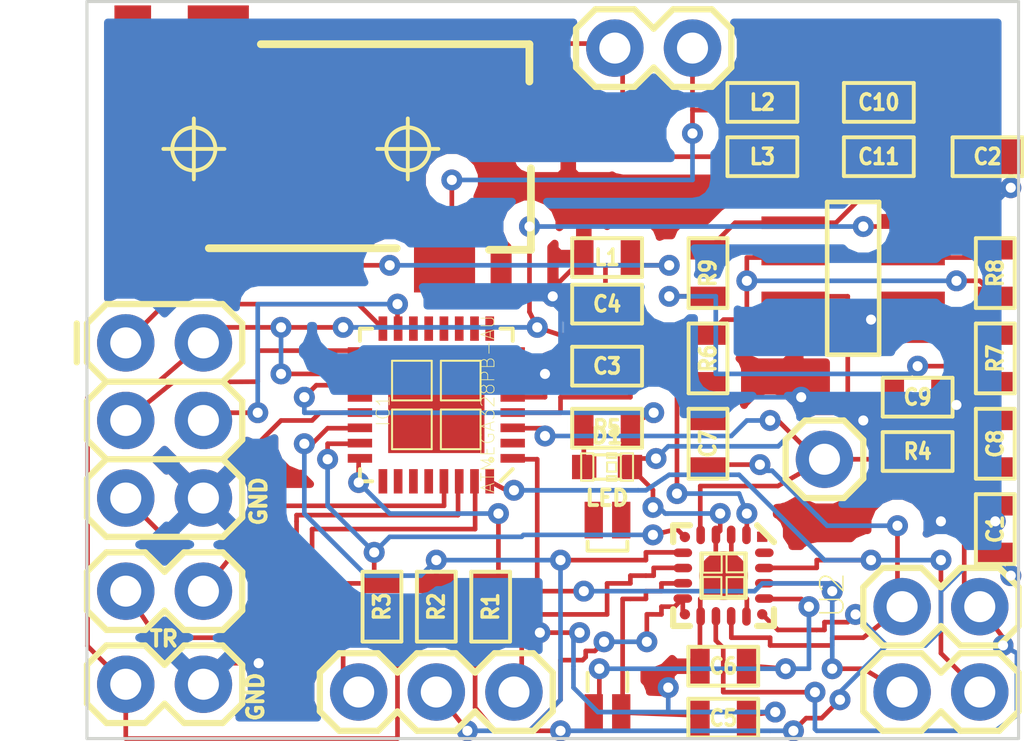
<source format=kicad_pcb>
(kicad_pcb (version 3) (host pcbnew "(2013-jul-07)-stable")

  (general
    (links 86)
    (no_connects 0)
    (area 11.541267 10.1473 54.728533 43.6614)
    (thickness 1.6)
    (drawings 8)
    (tracks 527)
    (zones 0)
    (modules 37)
    (nets 34)
  )

  (page A4)
  (title_block 
    (title Radio)
  )

  (layers
    (15 Top signal)
    (0 Bottom signal)
    (17 F.Adhes user)
    (19 F.Paste user)
    (20 B.SilkS user)
    (21 F.SilkS user)
    (22 B.Mask user)
    (23 F.Mask user)
    (24 Dwgs.User user)
    (25 Cmts.User user)
    (26 Eco1.User user)
    (27 Eco2.User user)
    (28 Edge.Cuts user)
  )

  (setup
    (last_trace_width 0.1524)
    (trace_clearance 0.1524)
    (zone_clearance 0.508)
    (zone_45_only yes)
    (trace_min 0.1524)
    (segment_width 0.2)
    (edge_width 0.1)
    (via_size 0.6858)
    (via_drill 0.3302)
    (via_min_size 0.6858)
    (via_min_drill 0.3302)
    (uvia_size 0.0762)
    (uvia_drill 0.0508)
    (uvias_allowed no)
    (uvia_min_size 0)
    (uvia_min_drill 0)
    (pcb_text_width 0.3)
    (pcb_text_size 1.5 1.5)
    (mod_edge_width 0.15)
    (mod_text_size 1 1)
    (mod_text_width 0.15)
    (pad_size 0.41 2.1)
    (pad_drill 0)
    (pad_to_mask_clearance 0)
    (aux_axis_origin 0 0)
    (visible_elements FFFFFFBF)
    (pcbplotparams
      (layerselection 284196865)
      (usegerberextensions true)
      (excludeedgelayer true)
      (linewidth 0.150000)
      (plotframeref false)
      (viasonmask false)
      (mode 1)
      (useauxorigin false)
      (hpglpennumber 1)
      (hpglpenspeed 20)
      (hpglpendiameter 15)
      (hpglpenoverlay 2)
      (psnegative false)
      (psa4output false)
      (plotreference true)
      (plotvalue true)
      (plotothertext true)
      (plotinvisibletext false)
      (padsonsilk false)
      (subtractmaskfromsilk false)
      (outputformat 1)
      (mirror false)
      (drillshape 0)
      (scaleselection 1)
      (outputdirectory gerber/))
  )

  (net 0 "")
  (net 1 +3.3V)
  (net 2 /AVR_RST)
  (net 3 /GPIO1)
  (net 4 /GPIO2)
  (net 5 /LA)
  (net 6 /LOUT)
  (net 7 /MISO)
  (net 8 /MOSI)
  (net 9 /RA)
  (net 10 /ROUT)
  (net 11 /RST)
  (net 12 /RX)
  (net 13 /SCK)
  (net 14 /SCLK)
  (net 15 /SDIO)
  (net 16 /SEN)
  (net 17 /TX)
  (net 18 GND)
  (net 19 N-000001)
  (net 20 N-0000010)
  (net 21 N-000002)
  (net 22 N-0000022)
  (net 23 N-0000024)
  (net 24 N-0000025)
  (net 25 N-0000027)
  (net 26 N-0000042)
  (net 27 N-0000043)
  (net 28 N-0000044)
  (net 29 N-0000045)
  (net 30 N-0000046)
  (net 31 N-000007)
  (net 32 N-000008)
  (net 33 N-000009)

  (net_class Default "This is the default net class."
    (clearance 0.1524)
    (trace_width 0.1524)
    (via_dia 0.6858)
    (via_drill 0.3302)
    (uvia_dia 0.0762)
    (uvia_drill 0.0508)
    (add_net "")
    (add_net +3.3V)
    (add_net /AVR_RST)
    (add_net /GPIO1)
    (add_net /GPIO2)
    (add_net /LA)
    (add_net /LOUT)
    (add_net /MISO)
    (add_net /MOSI)
    (add_net /RA)
    (add_net /ROUT)
    (add_net /RST)
    (add_net /RX)
    (add_net /SCK)
    (add_net /SCLK)
    (add_net /SDIO)
    (add_net /SEN)
    (add_net /TX)
    (add_net GND)
    (add_net N-000001)
    (add_net N-0000010)
    (add_net N-000002)
    (add_net N-0000022)
    (add_net N-0000024)
    (add_net N-0000025)
    (add_net N-0000027)
    (add_net N-0000042)
    (add_net N-0000043)
    (add_net N-0000044)
    (add_net N-0000045)
    (add_net N-0000046)
    (add_net N-000007)
    (add_net N-000008)
    (add_net N-000009)
  )

  (module SparkFun-SI470X (layer Top) (tedit 587A6516) (tstamp 587563BC)
    (at 41.91 30.734 270)
    (path /586DA1E0)
    (attr smd)
    (fp_text reference U2 (at 0.635 -3.556 270) (layer F.SilkS)
      (effects (font (size 0.762 0.762) (thickness 0.0508)))
    )
    (fp_text value SI470X (at 1.016 -2.54 270) (layer F.SilkS) hide
      (effects (font (size 0.762 0.762) (thickness 0.0508)))
    )
    (fp_line (start -0.6985 -0.09906) (end -0.10922 -0.09906) (layer F.SilkS) (width 0.06604))
    (fp_line (start -0.10922 -0.09906) (end -0.10922 -0.67564) (layer F.SilkS) (width 0.06604))
    (fp_line (start -0.6985 -0.67564) (end -0.10922 -0.67564) (layer F.SilkS) (width 0.06604))
    (fp_line (start -0.6985 -0.09906) (end -0.6985 -0.67564) (layer F.SilkS) (width 0.06604))
    (fp_line (start 0.04826 -0.1016) (end 0.65786 -0.1016) (layer F.SilkS) (width 0.06604))
    (fp_line (start 0.65786 -0.1016) (end 0.65786 -0.67564) (layer F.SilkS) (width 0.06604))
    (fp_line (start 0.04826 -0.67564) (end 0.65786 -0.67564) (layer F.SilkS) (width 0.06604))
    (fp_line (start 0.04826 -0.1016) (end 0.04826 -0.67564) (layer F.SilkS) (width 0.06604))
    (fp_line (start 0.04572 0.67818) (end 0.65532 0.67818) (layer F.SilkS) (width 0.06604))
    (fp_line (start 0.65532 0.67818) (end 0.65532 0.07112) (layer F.SilkS) (width 0.06604))
    (fp_line (start 0.04572 0.07112) (end 0.65532 0.07112) (layer F.SilkS) (width 0.06604))
    (fp_line (start 0.04572 0.67818) (end 0.04572 0.07112) (layer F.SilkS) (width 0.06604))
    (fp_line (start -0.69088 0.67564) (end -0.09652 0.67564) (layer F.SilkS) (width 0.06604))
    (fp_line (start -0.09652 0.67564) (end -0.09652 0.06096) (layer F.SilkS) (width 0.06604))
    (fp_line (start -0.69088 0.06096) (end -0.09652 0.06096) (layer F.SilkS) (width 0.06604))
    (fp_line (start -0.69088 0.67564) (end -0.69088 0.06096) (layer F.SilkS) (width 0.06604))
    (fp_line (start -1.4986 -1.4986) (end 1.4986 -1.4986) (layer Dwgs.User) (width 0.127))
    (fp_line (start 1.4986 -1.4986) (end 1.4986 1.4986) (layer Dwgs.User) (width 0.127))
    (fp_line (start 1.4986 1.4986) (end -1.4986 1.4986) (layer Dwgs.User) (width 0.127))
    (fp_line (start -1.4986 1.4986) (end -1.4986 -1.4986) (layer Dwgs.User) (width 0.127))
    (fp_line (start -1.09982 -1.64846) (end -1.64846 -1.09982) (layer F.SilkS) (width 0.2032))
    (fp_line (start 1.09982 -1.64846) (end 1.64846 -1.64846) (layer F.SilkS) (width 0.2032))
    (fp_line (start 1.64846 -1.64846) (end 1.64846 -1.09982) (layer F.SilkS) (width 0.2032))
    (fp_line (start -1.64846 1.64846) (end -1.64846 1.09982) (layer F.SilkS) (width 0.2032))
    (fp_line (start -1.09982 1.64846) (end -1.64846 1.64846) (layer F.SilkS) (width 0.2032))
    (fp_line (start 1.64846 1.64846) (end 1.09982 1.64846) (layer F.SilkS) (width 0.2032))
    (fp_line (start 1.64846 1.09982) (end 1.64846 1.64846) (layer F.SilkS) (width 0.2032))
    (fp_line (start 0.72898 -0.72898) (end 0.72898 0.72898) (layer F.SilkS) (width 0.127))
    (fp_line (start 0.72898 0.72898) (end -0.72898 0.72898) (layer F.SilkS) (width 0.127))
    (fp_line (start -0.72898 0.72898) (end -0.72898 -0.72898) (layer F.SilkS) (width 0.127))
    (fp_line (start -0.72898 -0.72898) (end 0.72898 -0.72898) (layer F.SilkS) (width 0.127))
    (pad 1 smd rect (at -1.27254 -1.26492 270) (size 0.33782 0.33782)
      (layers Top F.Paste F.Mask)
    )
    (pad 2 smd oval (at -1.3335 -0.7493 180) (size 0.2794 0.6096)
      (layers Top F.Paste F.Mask)
      (net 24 N-0000025)
    )
    (pad 3 smd oval (at -1.3335 -0.24892 180) (size 0.2794 0.6096)
      (layers Top F.Paste F.Mask)
      (net 18 GND)
    )
    (pad 4 smd oval (at -1.3335 0.24892 180) (size 0.2794 0.6096)
      (layers Top F.Paste F.Mask)
      (net 18 GND)
    )
    (pad 5 smd oval (at -1.3335 0.7493 180) (size 0.2794 0.6096)
      (layers Top F.Paste F.Mask)
      (net 11 /RST)
    )
    (pad 6 smd oval (at -1.26492 1.26492 270) (size 0.33782 0.33782)
      (layers Top F.Paste F.Mask)
      (net 16 /SEN)
    )
    (pad 7 smd oval (at -0.7493 1.3335 90) (size 0.2794 0.6096)
      (layers Top F.Paste F.Mask)
      (net 14 /SCLK)
    )
    (pad 8 smd oval (at -0.24892 1.3335 90) (size 0.2794 0.6096)
      (layers Top F.Paste F.Mask)
      (net 15 /SDIO)
    )
    (pad 9 smd oval (at 0.24892 1.3335 90) (size 0.2794 0.6096)
      (layers Top F.Paste F.Mask)
      (net 27 N-0000043)
    )
    (pad 10 smd oval (at 0.7493 1.3335 90) (size 0.2794 0.6096)
      (layers Top F.Paste F.Mask)
      (net 1 +3.3V)
    )
    (pad 11 smd oval (at 1.26492 1.26492 270) (size 0.33782 0.33782)
      (layers Top F.Paste F.Mask)
      (net 1 +3.3V)
    )
    (pad 12 smd oval (at 1.3335 0.7493) (size 0.2794 0.6096)
      (layers Top F.Paste F.Mask)
      (net 18 GND)
    )
    (pad 13 smd oval (at 1.3335 0.24892) (size 0.2794 0.6096)
      (layers Top F.Paste F.Mask)
      (net 10 /ROUT)
    )
    (pad 14 smd oval (at 1.3335 -0.24892) (size 0.2794 0.6096)
      (layers Top F.Paste F.Mask)
      (net 6 /LOUT)
    )
    (pad 15 smd oval (at 1.3335 -0.7493) (size 0.2794 0.6096)
      (layers Top F.Paste F.Mask)
      (net 18 GND)
    )
    (pad 16 smd oval (at 1.26492 -1.26492 270) (size 0.33782 0.33782)
      (layers Top F.Paste F.Mask)
      (net 1 +3.3V)
    )
    (pad 17 smd oval (at 0.7493 -1.3335 270) (size 0.2794 0.6096)
      (layers Top F.Paste F.Mask)
      (net 26 N-0000042)
    )
    (pad 18 smd oval (at 0.24892 -1.3335 270) (size 0.2794 0.6096)
      (layers Top F.Paste F.Mask)
      (net 4 /GPIO2)
    )
    (pad 19 smd oval (at -0.24892 -1.3335 270) (size 0.2794 0.6096)
      (layers Top F.Paste F.Mask)
      (net 3 /GPIO1)
    )
    (pad 20 smd oval (at -0.7493 -1.3335 270) (size 0.2794 0.6096)
      (layers Top F.Paste F.Mask)
    )
    (pad 21 smd oval (at 0 0 270) (size 1.59766 1.59766)
      (layers Top F.Paste F.Mask)
      (net 18 GND)
    )
  )

  (module SparkFun-QFN-32 (layer Top) (tedit 200000) (tstamp 5875647D)
    (at 32.512 25.146 90)
    (descr "QFN 32-PIN PACKAGE W/ THERMAL PAD")
    (tags "QFN 32-PIN PACKAGE W/ THERMAL PAD")
    (path /586EF252)
    (attr smd)
    (fp_text reference IC1 (at -0.1905 -1.7399 90) (layer F.SilkS)
      (effects (font (size 0.4318 0.4318) (thickness 0.0254)))
    )
    (fp_text value ATMEGA328PB-AU (at 0.0254 1.6891 90) (layer F.SilkS)
      (effects (font (size 0.4318 0.4318) (thickness 0.0254)))
    )
    (fp_line (start -2.49936 -0.12954) (end -2.09804 -0.12954) (layer Dwgs.User) (width 0.06604))
    (fp_line (start -2.09804 -0.12954) (end -2.09804 -0.3683) (layer Dwgs.User) (width 0.06604))
    (fp_line (start -2.49936 -0.3683) (end -2.09804 -0.3683) (layer Dwgs.User) (width 0.06604))
    (fp_line (start -2.49936 -0.12954) (end -2.49936 -0.3683) (layer Dwgs.User) (width 0.06604))
    (fp_line (start -2.49936 0.3683) (end -2.09804 0.3683) (layer Dwgs.User) (width 0.06604))
    (fp_line (start -2.09804 0.3683) (end -2.09804 0.12954) (layer Dwgs.User) (width 0.06604))
    (fp_line (start -2.49936 0.12954) (end -2.09804 0.12954) (layer Dwgs.User) (width 0.06604))
    (fp_line (start -2.49936 0.3683) (end -2.49936 0.12954) (layer Dwgs.User) (width 0.06604))
    (fp_line (start -2.49936 0.86868) (end -2.09804 0.86868) (layer Dwgs.User) (width 0.06604))
    (fp_line (start -2.09804 0.86868) (end -2.09804 0.62992) (layer Dwgs.User) (width 0.06604))
    (fp_line (start -2.49936 0.62992) (end -2.09804 0.62992) (layer Dwgs.User) (width 0.06604))
    (fp_line (start -2.49936 0.86868) (end -2.49936 0.62992) (layer Dwgs.User) (width 0.06604))
    (fp_line (start -2.49936 1.36906) (end -2.09804 1.36906) (layer Dwgs.User) (width 0.06604))
    (fp_line (start -2.09804 1.36906) (end -2.09804 1.12776) (layer Dwgs.User) (width 0.06604))
    (fp_line (start -2.49936 1.12776) (end -2.09804 1.12776) (layer Dwgs.User) (width 0.06604))
    (fp_line (start -2.49936 1.36906) (end -2.49936 1.12776) (layer Dwgs.User) (width 0.06604))
    (fp_line (start -2.49936 1.86944) (end -2.09804 1.86944) (layer Dwgs.User) (width 0.06604))
    (fp_line (start -2.09804 1.86944) (end -2.09804 1.62814) (layer Dwgs.User) (width 0.06604))
    (fp_line (start -2.49936 1.62814) (end -2.09804 1.62814) (layer Dwgs.User) (width 0.06604))
    (fp_line (start -2.49936 1.86944) (end -2.49936 1.62814) (layer Dwgs.User) (width 0.06604))
    (fp_line (start -2.49936 -0.62992) (end -2.09804 -0.62992) (layer Dwgs.User) (width 0.06604))
    (fp_line (start -2.09804 -0.62992) (end -2.09804 -0.86868) (layer Dwgs.User) (width 0.06604))
    (fp_line (start -2.49936 -0.86868) (end -2.09804 -0.86868) (layer Dwgs.User) (width 0.06604))
    (fp_line (start -2.49936 -0.62992) (end -2.49936 -0.86868) (layer Dwgs.User) (width 0.06604))
    (fp_line (start -2.49936 -1.12776) (end -2.09804 -1.12776) (layer Dwgs.User) (width 0.06604))
    (fp_line (start -2.09804 -1.12776) (end -2.09804 -1.36906) (layer Dwgs.User) (width 0.06604))
    (fp_line (start -2.49936 -1.36906) (end -2.09804 -1.36906) (layer Dwgs.User) (width 0.06604))
    (fp_line (start -2.49936 -1.12776) (end -2.49936 -1.36906) (layer Dwgs.User) (width 0.06604))
    (fp_line (start -2.49936 -1.62814) (end -2.09804 -1.62814) (layer Dwgs.User) (width 0.06604))
    (fp_line (start -2.09804 -1.62814) (end -2.09804 -1.86944) (layer Dwgs.User) (width 0.06604))
    (fp_line (start -2.49936 -1.86944) (end -2.09804 -1.86944) (layer Dwgs.User) (width 0.06604))
    (fp_line (start -2.49936 -1.62814) (end -2.49936 -1.86944) (layer Dwgs.User) (width 0.06604))
    (fp_line (start 0.04826 -2.17932) (end 0.44958 -2.17932) (layer Dwgs.User) (width 0.06604))
    (fp_line (start 0.44958 -2.17932) (end 0.44958 -2.41808) (layer Dwgs.User) (width 0.06604))
    (fp_line (start 0.04826 -2.41808) (end 0.44958 -2.41808) (layer Dwgs.User) (width 0.06604))
    (fp_line (start 0.04826 -2.17932) (end 0.04826 -2.41808) (layer Dwgs.User) (width 0.06604))
    (fp_line (start -0.44958 -2.17932) (end -0.04826 -2.17932) (layer Dwgs.User) (width 0.06604))
    (fp_line (start -0.04826 -2.17932) (end -0.04826 -2.41808) (layer Dwgs.User) (width 0.06604))
    (fp_line (start -0.44958 -2.41808) (end -0.04826 -2.41808) (layer Dwgs.User) (width 0.06604))
    (fp_line (start -0.44958 -2.17932) (end -0.44958 -2.41808) (layer Dwgs.User) (width 0.06604))
    (fp_line (start -0.94996 -2.17932) (end -0.54864 -2.17932) (layer Dwgs.User) (width 0.06604))
    (fp_line (start -0.54864 -2.17932) (end -0.54864 -2.41808) (layer Dwgs.User) (width 0.06604))
    (fp_line (start -0.94996 -2.41808) (end -0.54864 -2.41808) (layer Dwgs.User) (width 0.06604))
    (fp_line (start -0.94996 -2.17932) (end -0.94996 -2.41808) (layer Dwgs.User) (width 0.06604))
    (fp_line (start -1.4478 -2.17932) (end -1.04902 -2.17932) (layer Dwgs.User) (width 0.06604))
    (fp_line (start -1.04902 -2.17932) (end -1.04902 -2.41808) (layer Dwgs.User) (width 0.06604))
    (fp_line (start -1.4478 -2.41808) (end -1.04902 -2.41808) (layer Dwgs.User) (width 0.06604))
    (fp_line (start -1.4478 -2.17932) (end -1.4478 -2.41808) (layer Dwgs.User) (width 0.06604))
    (fp_line (start -1.94818 -2.17932) (end -1.5494 -2.17932) (layer Dwgs.User) (width 0.06604))
    (fp_line (start -1.5494 -2.17932) (end -1.5494 -2.41808) (layer Dwgs.User) (width 0.06604))
    (fp_line (start -1.94818 -2.41808) (end -1.5494 -2.41808) (layer Dwgs.User) (width 0.06604))
    (fp_line (start -1.94818 -2.17932) (end -1.94818 -2.41808) (layer Dwgs.User) (width 0.06604))
    (fp_line (start 0.54864 -2.17932) (end 0.94996 -2.17932) (layer Dwgs.User) (width 0.06604))
    (fp_line (start 0.94996 -2.17932) (end 0.94996 -2.41808) (layer Dwgs.User) (width 0.06604))
    (fp_line (start 0.54864 -2.41808) (end 0.94996 -2.41808) (layer Dwgs.User) (width 0.06604))
    (fp_line (start 0.54864 -2.17932) (end 0.54864 -2.41808) (layer Dwgs.User) (width 0.06604))
    (fp_line (start 1.04902 -2.17932) (end 1.4478 -2.17932) (layer Dwgs.User) (width 0.06604))
    (fp_line (start 1.4478 -2.17932) (end 1.4478 -2.41808) (layer Dwgs.User) (width 0.06604))
    (fp_line (start 1.04902 -2.41808) (end 1.4478 -2.41808) (layer Dwgs.User) (width 0.06604))
    (fp_line (start 1.04902 -2.17932) (end 1.04902 -2.41808) (layer Dwgs.User) (width 0.06604))
    (fp_line (start 1.5494 -2.17932) (end 1.94818 -2.17932) (layer Dwgs.User) (width 0.06604))
    (fp_line (start 1.94818 -2.17932) (end 1.94818 -2.41808) (layer Dwgs.User) (width 0.06604))
    (fp_line (start 1.5494 -2.41808) (end 1.94818 -2.41808) (layer Dwgs.User) (width 0.06604))
    (fp_line (start 1.5494 -2.17932) (end 1.5494 -2.41808) (layer Dwgs.User) (width 0.06604))
    (fp_line (start -0.44958 2.41808) (end -0.04826 2.41808) (layer Dwgs.User) (width 0.06604))
    (fp_line (start -0.04826 2.41808) (end -0.04826 2.17932) (layer Dwgs.User) (width 0.06604))
    (fp_line (start -0.44958 2.17932) (end -0.04826 2.17932) (layer Dwgs.User) (width 0.06604))
    (fp_line (start -0.44958 2.41808) (end -0.44958 2.17932) (layer Dwgs.User) (width 0.06604))
    (fp_line (start 0.04826 2.41808) (end 0.44958 2.41808) (layer Dwgs.User) (width 0.06604))
    (fp_line (start 0.44958 2.41808) (end 0.44958 2.17932) (layer Dwgs.User) (width 0.06604))
    (fp_line (start 0.04826 2.17932) (end 0.44958 2.17932) (layer Dwgs.User) (width 0.06604))
    (fp_line (start 0.04826 2.41808) (end 0.04826 2.17932) (layer Dwgs.User) (width 0.06604))
    (fp_line (start 0.54864 2.41808) (end 0.94996 2.41808) (layer Dwgs.User) (width 0.06604))
    (fp_line (start 0.94996 2.41808) (end 0.94996 2.17932) (layer Dwgs.User) (width 0.06604))
    (fp_line (start 0.54864 2.17932) (end 0.94996 2.17932) (layer Dwgs.User) (width 0.06604))
    (fp_line (start 0.54864 2.41808) (end 0.54864 2.17932) (layer Dwgs.User) (width 0.06604))
    (fp_line (start 1.04902 2.41808) (end 1.4478 2.41808) (layer Dwgs.User) (width 0.06604))
    (fp_line (start 1.4478 2.41808) (end 1.4478 2.17932) (layer Dwgs.User) (width 0.06604))
    (fp_line (start 1.04902 2.17932) (end 1.4478 2.17932) (layer Dwgs.User) (width 0.06604))
    (fp_line (start 1.04902 2.41808) (end 1.04902 2.17932) (layer Dwgs.User) (width 0.06604))
    (fp_line (start 1.5494 2.41808) (end 1.94818 2.41808) (layer Dwgs.User) (width 0.06604))
    (fp_line (start 1.94818 2.41808) (end 1.94818 2.17932) (layer Dwgs.User) (width 0.06604))
    (fp_line (start 1.5494 2.17932) (end 1.94818 2.17932) (layer Dwgs.User) (width 0.06604))
    (fp_line (start 1.5494 2.41808) (end 1.5494 2.17932) (layer Dwgs.User) (width 0.06604))
    (fp_line (start -0.94996 2.41808) (end -0.54864 2.41808) (layer Dwgs.User) (width 0.06604))
    (fp_line (start -0.54864 2.41808) (end -0.54864 2.17932) (layer Dwgs.User) (width 0.06604))
    (fp_line (start -0.94996 2.17932) (end -0.54864 2.17932) (layer Dwgs.User) (width 0.06604))
    (fp_line (start -0.94996 2.41808) (end -0.94996 2.17932) (layer Dwgs.User) (width 0.06604))
    (fp_line (start -1.4478 2.41808) (end -1.04902 2.41808) (layer Dwgs.User) (width 0.06604))
    (fp_line (start -1.04902 2.41808) (end -1.04902 2.17932) (layer Dwgs.User) (width 0.06604))
    (fp_line (start -1.4478 2.17932) (end -1.04902 2.17932) (layer Dwgs.User) (width 0.06604))
    (fp_line (start -1.4478 2.41808) (end -1.4478 2.17932) (layer Dwgs.User) (width 0.06604))
    (fp_line (start -1.94818 2.41808) (end -1.5494 2.41808) (layer Dwgs.User) (width 0.06604))
    (fp_line (start -1.5494 2.41808) (end -1.5494 2.17932) (layer Dwgs.User) (width 0.06604))
    (fp_line (start -1.94818 2.17932) (end -1.5494 2.17932) (layer Dwgs.User) (width 0.06604))
    (fp_line (start -1.94818 2.41808) (end -1.94818 2.17932) (layer Dwgs.User) (width 0.06604))
    (fp_line (start 2.09804 0.3683) (end 2.49936 0.3683) (layer Dwgs.User) (width 0.06604))
    (fp_line (start 2.49936 0.3683) (end 2.49936 0.12954) (layer Dwgs.User) (width 0.06604))
    (fp_line (start 2.09804 0.12954) (end 2.49936 0.12954) (layer Dwgs.User) (width 0.06604))
    (fp_line (start 2.09804 0.3683) (end 2.09804 0.12954) (layer Dwgs.User) (width 0.06604))
    (fp_line (start 2.09804 -0.12954) (end 2.49936 -0.12954) (layer Dwgs.User) (width 0.06604))
    (fp_line (start 2.49936 -0.12954) (end 2.49936 -0.3683) (layer Dwgs.User) (width 0.06604))
    (fp_line (start 2.09804 -0.3683) (end 2.49936 -0.3683) (layer Dwgs.User) (width 0.06604))
    (fp_line (start 2.09804 -0.12954) (end 2.09804 -0.3683) (layer Dwgs.User) (width 0.06604))
    (fp_line (start 2.09804 -0.62992) (end 2.49936 -0.62992) (layer Dwgs.User) (width 0.06604))
    (fp_line (start 2.49936 -0.62992) (end 2.49936 -0.86868) (layer Dwgs.User) (width 0.06604))
    (fp_line (start 2.09804 -0.86868) (end 2.49936 -0.86868) (layer Dwgs.User) (width 0.06604))
    (fp_line (start 2.09804 -0.62992) (end 2.09804 -0.86868) (layer Dwgs.User) (width 0.06604))
    (fp_line (start 2.09804 -1.12776) (end 2.49936 -1.12776) (layer Dwgs.User) (width 0.06604))
    (fp_line (start 2.49936 -1.12776) (end 2.49936 -1.36906) (layer Dwgs.User) (width 0.06604))
    (fp_line (start 2.09804 -1.36906) (end 2.49936 -1.36906) (layer Dwgs.User) (width 0.06604))
    (fp_line (start 2.09804 -1.12776) (end 2.09804 -1.36906) (layer Dwgs.User) (width 0.06604))
    (fp_line (start 2.09804 -1.62814) (end 2.49936 -1.62814) (layer Dwgs.User) (width 0.06604))
    (fp_line (start 2.49936 -1.62814) (end 2.49936 -1.86944) (layer Dwgs.User) (width 0.06604))
    (fp_line (start 2.09804 -1.86944) (end 2.49936 -1.86944) (layer Dwgs.User) (width 0.06604))
    (fp_line (start 2.09804 -1.62814) (end 2.09804 -1.86944) (layer Dwgs.User) (width 0.06604))
    (fp_line (start 2.09804 0.86868) (end 2.49936 0.86868) (layer Dwgs.User) (width 0.06604))
    (fp_line (start 2.49936 0.86868) (end 2.49936 0.62992) (layer Dwgs.User) (width 0.06604))
    (fp_line (start 2.09804 0.62992) (end 2.49936 0.62992) (layer Dwgs.User) (width 0.06604))
    (fp_line (start 2.09804 0.86868) (end 2.09804 0.62992) (layer Dwgs.User) (width 0.06604))
    (fp_line (start 2.09804 1.36906) (end 2.49936 1.36906) (layer Dwgs.User) (width 0.06604))
    (fp_line (start 2.49936 1.36906) (end 2.49936 1.12776) (layer Dwgs.User) (width 0.06604))
    (fp_line (start 2.09804 1.12776) (end 2.49936 1.12776) (layer Dwgs.User) (width 0.06604))
    (fp_line (start 2.09804 1.36906) (end 2.09804 1.12776) (layer Dwgs.User) (width 0.06604))
    (fp_line (start 2.09804 1.86944) (end 2.49936 1.86944) (layer Dwgs.User) (width 0.06604))
    (fp_line (start 2.49936 1.86944) (end 2.49936 1.62814) (layer Dwgs.User) (width 0.06604))
    (fp_line (start 2.09804 1.62814) (end 2.49936 1.62814) (layer Dwgs.User) (width 0.06604))
    (fp_line (start 2.09804 1.86944) (end 2.09804 1.62814) (layer Dwgs.User) (width 0.06604))
    (fp_line (start -1.4478 -0.14986) (end -0.14986 -0.14986) (layer F.SilkS) (width 0.06604))
    (fp_line (start -0.14986 -0.14986) (end -0.14986 -1.4478) (layer F.SilkS) (width 0.06604))
    (fp_line (start -1.4478 -1.4478) (end -0.14986 -1.4478) (layer F.SilkS) (width 0.06604))
    (fp_line (start -1.4478 -0.14986) (end -1.4478 -1.4478) (layer F.SilkS) (width 0.06604))
    (fp_line (start 0.14986 -0.14986) (end 1.4478 -0.14986) (layer F.SilkS) (width 0.06604))
    (fp_line (start 1.4478 -0.14986) (end 1.4478 -1.4478) (layer F.SilkS) (width 0.06604))
    (fp_line (start 0.14986 -1.4478) (end 1.4478 -1.4478) (layer F.SilkS) (width 0.06604))
    (fp_line (start 0.14986 -0.14986) (end 0.14986 -1.4478) (layer F.SilkS) (width 0.06604))
    (fp_line (start -1.4478 1.4478) (end -0.14986 1.4478) (layer F.SilkS) (width 0.06604))
    (fp_line (start -0.14986 1.4478) (end -0.14986 0.14986) (layer F.SilkS) (width 0.06604))
    (fp_line (start -1.4478 0.14986) (end -0.14986 0.14986) (layer F.SilkS) (width 0.06604))
    (fp_line (start -1.4478 1.4478) (end -1.4478 0.14986) (layer F.SilkS) (width 0.06604))
    (fp_line (start 0.14986 1.4478) (end 1.4478 1.4478) (layer F.SilkS) (width 0.06604))
    (fp_line (start 1.4478 1.4478) (end 1.4478 0.14986) (layer F.SilkS) (width 0.06604))
    (fp_line (start 0.14986 0.14986) (end 1.4478 0.14986) (layer F.SilkS) (width 0.06604))
    (fp_line (start 0.14986 1.4478) (end 0.14986 0.14986) (layer F.SilkS) (width 0.06604))
    (fp_line (start -2.49936 2.49936) (end 2.49936 2.49936) (layer Dwgs.User) (width 0.127))
    (fp_line (start 2.49936 2.49936) (end 2.49936 -2.49936) (layer Dwgs.User) (width 0.127))
    (fp_line (start 2.49936 -2.49936) (end -2.49936 -2.49936) (layer Dwgs.User) (width 0.127))
    (fp_line (start -2.49936 -2.49936) (end -2.49936 2.49936) (layer Dwgs.User) (width 0.127))
    (fp_line (start -2.49936 -2.09804) (end -2.49936 -2.49936) (layer F.SilkS) (width 0.127))
    (fp_line (start -2.49936 -2.49936) (end -2.09804 -2.49936) (layer F.SilkS) (width 0.127))
    (fp_line (start 2.09804 -2.49936) (end 2.49936 -2.49936) (layer F.SilkS) (width 0.127))
    (fp_line (start 2.49936 -2.49936) (end 2.49936 -2.09804) (layer F.SilkS) (width 0.127))
    (fp_line (start 2.49936 2.09804) (end 2.49936 2.49936) (layer F.SilkS) (width 0.127))
    (fp_line (start 2.49936 2.49936) (end 2.09804 2.49936) (layer F.SilkS) (width 0.127))
    (fp_line (start -2.49936 2.09804) (end -2.09804 2.49936) (layer F.SilkS) (width 0.127))
    (fp_circle (center -1.79832 1.79832) (end -1.84658 1.84658) (layer F.SilkS) (width 0.0635))
    (pad 1 smd rect (at -1.74752 2.49936 180) (size 0.79756 0.28448)
      (layers Top F.Paste F.Mask)
      (net 4 /GPIO2)
    )
    (pad 2 smd rect (at -1.24968 2.49936 180) (size 0.79756 0.28448)
      (layers Top F.Paste F.Mask)
    )
    (pad 3 smd rect (at -0.7493 2.49936 180) (size 0.79756 0.28448)
      (layers Top F.Paste F.Mask)
      (net 11 /RST)
    )
    (pad 4 smd rect (at -0.24892 2.49936 180) (size 0.79756 0.28448)
      (layers Top F.Paste F.Mask)
      (net 1 +3.3V)
    )
    (pad 5 smd rect (at 0.24892 2.49936 180) (size 0.79756 0.28448)
      (layers Top F.Paste F.Mask)
      (net 18 GND)
    )
    (pad 6 smd rect (at 0.7493 2.49936 180) (size 0.79756 0.28448)
      (layers Top F.Paste F.Mask)
    )
    (pad 7 smd rect (at 1.24968 2.49936 180) (size 0.79756 0.28448)
      (layers Top F.Paste F.Mask)
    )
    (pad 8 smd rect (at 1.74752 2.49936 180) (size 0.79756 0.28448)
      (layers Top F.Paste F.Mask)
    )
    (pad 9 smd rect (at 2.49936 1.74752 270) (size 0.79756 0.28448)
      (layers Top F.Paste F.Mask)
    )
    (pad 10 smd rect (at 2.49936 1.24968 270) (size 0.79756 0.28448)
      (layers Top F.Paste F.Mask)
    )
    (pad 11 smd rect (at 2.49936 0.7493 270) (size 0.79756 0.28448)
      (layers Top F.Paste F.Mask)
    )
    (pad 12 smd rect (at 2.49936 0.24892 270) (size 0.79756 0.28448)
      (layers Top F.Paste F.Mask)
    )
    (pad 13 smd rect (at 2.49936 -0.24892 270) (size 0.79756 0.28448)
      (layers Top F.Paste F.Mask)
    )
    (pad 14 smd rect (at 2.49936 -0.7493 270) (size 0.79756 0.28448)
      (layers Top F.Paste F.Mask)
    )
    (pad 15 smd rect (at 2.49936 -1.24968 270) (size 0.79756 0.28448)
      (layers Top F.Paste F.Mask)
      (net 8 /MOSI)
    )
    (pad 16 smd rect (at 2.49936 -1.74752 270) (size 0.79756 0.28448)
      (layers Top F.Paste F.Mask)
      (net 7 /MISO)
    )
    (pad 17 smd rect (at 1.74752 -2.49936) (size 0.79756 0.28448)
      (layers Top F.Paste F.Mask)
      (net 13 /SCK)
    )
    (pad 18 smd rect (at 1.24968 -2.49936) (size 0.79756 0.28448)
      (layers Top F.Paste F.Mask)
      (net 1 +3.3V)
    )
    (pad 19 smd rect (at 0.7493 -2.49936) (size 0.79756 0.28448)
      (layers Top F.Paste F.Mask)
      (net 22 N-0000022)
    )
    (pad 20 smd rect (at 0.24892 -2.49936) (size 0.79756 0.28448)
      (layers Top F.Paste F.Mask)
    )
    (pad 21 smd rect (at -0.24892 -2.49936) (size 0.79756 0.28448)
      (layers Top F.Paste F.Mask)
      (net 18 GND)
    )
    (pad 22 smd rect (at -0.7493 -2.49936) (size 0.79756 0.28448)
      (layers Top F.Paste F.Mask)
      (net 14 /SCLK)
    )
    (pad 23 smd rect (at -1.24968 -2.49936) (size 0.79756 0.28448)
      (layers Top F.Paste F.Mask)
      (net 16 /SEN)
    )
    (pad 24 smd rect (at -1.74752 -2.49936) (size 0.79756 0.28448)
      (layers Top F.Paste F.Mask)
      (net 15 /SDIO)
    )
    (pad 25 smd rect (at -2.49936 -1.74752 90) (size 0.79756 0.28448)
      (layers Top F.Paste F.Mask)
    )
    (pad 26 smd rect (at -2.49936 -1.24968 90) (size 0.79756 0.28448)
      (layers Top F.Paste F.Mask)
    )
    (pad 27 smd rect (at -2.49936 -0.7493 90) (size 0.79756 0.28448)
      (layers Top F.Paste F.Mask)
    )
    (pad 28 smd rect (at -2.49936 -0.24892 90) (size 0.79756 0.28448)
      (layers Top F.Paste F.Mask)
    )
    (pad 29 smd rect (at -2.49936 0.24892 90) (size 0.79756 0.28448)
      (layers Top F.Paste F.Mask)
      (net 2 /AVR_RST)
    )
    (pad 30 smd rect (at -2.49936 0.7493 90) (size 0.79756 0.28448)
      (layers Top F.Paste F.Mask)
      (net 12 /RX)
    )
    (pad 31 smd rect (at -2.49936 1.24968 90) (size 0.79756 0.28448)
      (layers Top F.Paste F.Mask)
      (net 17 /TX)
    )
    (pad 32 smd rect (at -2.49936 1.74752 90) (size 0.79756 0.28448)
      (layers Top F.Paste F.Mask)
      (net 3 /GPIO1)
    )
    (pad EP smd rect (at 0 0 90) (size 3.1496 3.1496)
      (layers Top F.Paste F.Mask)
    )
  )

  (module SparkFun-2X3 (layer Top) (tedit 587A67E8) (tstamp 58756528)
    (at 22.352 23.114 270)
    (path /587039CB)
    (attr virtual)
    (fp_text reference P5 (at 1.905 -5.08 270) (layer F.SilkS) hide
      (effects (font (size 1.27 1.27) (thickness 0.127)))
    )
    (fp_text value CONN_3X2 (at 2.54 2.54 270) (layer F.SilkS) hide
      (effects (font (size 1.27 1.27) (thickness 0.1016)))
    )
    (fp_line (start -0.254 0.254) (end 0.254 0.254) (layer Dwgs.User) (width 0.06604))
    (fp_line (start 0.254 0.254) (end 0.254 -0.254) (layer Dwgs.User) (width 0.06604))
    (fp_line (start -0.254 -0.254) (end 0.254 -0.254) (layer Dwgs.User) (width 0.06604))
    (fp_line (start -0.254 0.254) (end -0.254 -0.254) (layer Dwgs.User) (width 0.06604))
    (fp_line (start -0.254 -2.286) (end 0.254 -2.286) (layer Dwgs.User) (width 0.06604))
    (fp_line (start 0.254 -2.286) (end 0.254 -2.794) (layer Dwgs.User) (width 0.06604))
    (fp_line (start -0.254 -2.794) (end 0.254 -2.794) (layer Dwgs.User) (width 0.06604))
    (fp_line (start -0.254 -2.286) (end -0.254 -2.794) (layer Dwgs.User) (width 0.06604))
    (fp_line (start 2.286 -2.286) (end 2.794 -2.286) (layer Dwgs.User) (width 0.06604))
    (fp_line (start 2.794 -2.286) (end 2.794 -2.794) (layer Dwgs.User) (width 0.06604))
    (fp_line (start 2.286 -2.794) (end 2.794 -2.794) (layer Dwgs.User) (width 0.06604))
    (fp_line (start 2.286 -2.286) (end 2.286 -2.794) (layer Dwgs.User) (width 0.06604))
    (fp_line (start 2.286 0.254) (end 2.794 0.254) (layer Dwgs.User) (width 0.06604))
    (fp_line (start 2.794 0.254) (end 2.794 -0.254) (layer Dwgs.User) (width 0.06604))
    (fp_line (start 2.286 -0.254) (end 2.794 -0.254) (layer Dwgs.User) (width 0.06604))
    (fp_line (start 2.286 0.254) (end 2.286 -0.254) (layer Dwgs.User) (width 0.06604))
    (fp_line (start 4.826 -2.286) (end 5.334 -2.286) (layer Dwgs.User) (width 0.06604))
    (fp_line (start 5.334 -2.286) (end 5.334 -2.794) (layer Dwgs.User) (width 0.06604))
    (fp_line (start 4.826 -2.794) (end 5.334 -2.794) (layer Dwgs.User) (width 0.06604))
    (fp_line (start 4.826 -2.286) (end 4.826 -2.794) (layer Dwgs.User) (width 0.06604))
    (fp_line (start 4.826 0.254) (end 5.334 0.254) (layer Dwgs.User) (width 0.06604))
    (fp_line (start 5.334 0.254) (end 5.334 -0.254) (layer Dwgs.User) (width 0.06604))
    (fp_line (start 4.826 -0.254) (end 5.334 -0.254) (layer Dwgs.User) (width 0.06604))
    (fp_line (start 4.826 0.254) (end 4.826 -0.254) (layer Dwgs.User) (width 0.06604))
    (fp_line (start -1.27 0.635) (end -0.635 1.27) (layer F.SilkS) (width 0.2032))
    (fp_line (start 0.635 1.27) (end 1.27 0.635) (layer F.SilkS) (width 0.2032))
    (fp_line (start 1.27 0.635) (end 1.905 1.27) (layer F.SilkS) (width 0.2032))
    (fp_line (start 3.175 1.27) (end 3.81 0.635) (layer F.SilkS) (width 0.2032))
    (fp_line (start 3.81 0.635) (end 4.445 1.27) (layer F.SilkS) (width 0.2032))
    (fp_line (start 5.715 1.27) (end 6.35 0.635) (layer F.SilkS) (width 0.2032))
    (fp_line (start -1.27 0.635) (end -1.27 -3.175) (layer F.SilkS) (width 0.2032))
    (fp_line (start -1.27 -3.175) (end -0.635 -3.81) (layer F.SilkS) (width 0.2032))
    (fp_line (start -0.635 -3.81) (end 0.635 -3.81) (layer F.SilkS) (width 0.2032))
    (fp_line (start 0.635 -3.81) (end 1.27 -3.175) (layer F.SilkS) (width 0.2032))
    (fp_line (start 1.27 -3.175) (end 1.905 -3.81) (layer F.SilkS) (width 0.2032))
    (fp_line (start 1.905 -3.81) (end 3.175 -3.81) (layer F.SilkS) (width 0.2032))
    (fp_line (start 3.175 -3.81) (end 3.81 -3.175) (layer F.SilkS) (width 0.2032))
    (fp_line (start 3.81 -3.175) (end 4.445 -3.81) (layer F.SilkS) (width 0.2032))
    (fp_line (start 4.445 -3.81) (end 5.715 -3.81) (layer F.SilkS) (width 0.2032))
    (fp_line (start 5.715 -3.81) (end 6.35 -3.175) (layer F.SilkS) (width 0.2032))
    (fp_line (start 1.27 -3.175) (end 1.27 0.635) (layer F.SilkS) (width 0.2032))
    (fp_line (start 3.81 -3.175) (end 3.81 0.635) (layer F.SilkS) (width 0.2032))
    (fp_line (start 6.35 -3.175) (end 6.35 0.635) (layer F.SilkS) (width 0.2032))
    (fp_line (start 4.445 1.27) (end 5.715 1.27) (layer F.SilkS) (width 0.2032))
    (fp_line (start 1.905 1.27) (end 3.175 1.27) (layer F.SilkS) (width 0.2032))
    (fp_line (start -0.635 1.27) (end 0.635 1.27) (layer F.SilkS) (width 0.2032))
    (fp_line (start 0.635 1.60274) (end -0.635 1.60274) (layer F.SilkS) (width 0.2032))
    (pad 1 thru_hole circle (at 0 0 270) (size 1.8796 3.7592) (drill 1.016)
      (layers *.Cu *.Paste *.Mask)
      (net 7 /MISO)
    )
    (pad 2 thru_hole circle (at 0 -2.54 270) (size 1.8796 3.7592) (drill 1.016)
      (layers *.Cu *.Paste *.Mask)
      (net 1 +3.3V)
    )
    (pad 3 thru_hole circle (at 2.54 0 270) (size 1.8796 3.7592) (drill 1.016)
      (layers *.Cu *.Paste *.Mask)
      (net 13 /SCK)
    )
    (pad 4 thru_hole circle (at 2.54 -2.54 270) (size 1.8796 3.7592) (drill 1.016)
      (layers *.Cu *.Paste *.Mask)
      (net 8 /MOSI)
    )
    (pad 5 thru_hole circle (at 5.08 0 270) (size 1.8796 3.7592) (drill 1.016)
      (layers *.Cu *.Paste *.Mask)
      (net 2 /AVR_RST)
    )
    (pad 6 thru_hole circle (at 5.08 -2.54 270) (size 1.8796 3.7592) (drill 1.016)
      (layers *.Cu *.Paste *.Mask)
      (net 18 GND)
    )
  )

  (module SparkFun-1X02 (layer Top) (tedit 587A680A) (tstamp 58756544)
    (at 38.354 13.462)
    (path /58704310)
    (attr virtual)
    (fp_text reference P1 (at 1.8288 -2.4638) (layer F.SilkS) hide
      (effects (font (size 1.27 1.27) (thickness 0.127)))
    )
    (fp_text value CONN_2 (at 2.54 2.54) (layer F.SilkS) hide
      (effects (font (size 1.27 1.27) (thickness 0.1016)))
    )
    (fp_line (start 2.286 0.254) (end 2.794 0.254) (layer Dwgs.User) (width 0.06604))
    (fp_line (start 2.794 0.254) (end 2.794 -0.254) (layer Dwgs.User) (width 0.06604))
    (fp_line (start 2.286 -0.254) (end 2.794 -0.254) (layer Dwgs.User) (width 0.06604))
    (fp_line (start 2.286 0.254) (end 2.286 -0.254) (layer Dwgs.User) (width 0.06604))
    (fp_line (start -0.254 0.254) (end 0.254 0.254) (layer Dwgs.User) (width 0.06604))
    (fp_line (start 0.254 0.254) (end 0.254 -0.254) (layer Dwgs.User) (width 0.06604))
    (fp_line (start -0.254 -0.254) (end 0.254 -0.254) (layer Dwgs.User) (width 0.06604))
    (fp_line (start -0.254 0.254) (end -0.254 -0.254) (layer Dwgs.User) (width 0.06604))
    (fp_line (start -0.635 -1.27) (end 0.635 -1.27) (layer F.SilkS) (width 0.2032))
    (fp_line (start 0.635 -1.27) (end 1.27 -0.635) (layer F.SilkS) (width 0.2032))
    (fp_line (start 1.27 0.635) (end 0.635 1.27) (layer F.SilkS) (width 0.2032))
    (fp_line (start 1.27 -0.635) (end 1.905 -1.27) (layer F.SilkS) (width 0.2032))
    (fp_line (start 1.905 -1.27) (end 3.175 -1.27) (layer F.SilkS) (width 0.2032))
    (fp_line (start 3.175 -1.27) (end 3.81 -0.635) (layer F.SilkS) (width 0.2032))
    (fp_line (start 3.81 0.635) (end 3.175 1.27) (layer F.SilkS) (width 0.2032))
    (fp_line (start 3.175 1.27) (end 1.905 1.27) (layer F.SilkS) (width 0.2032))
    (fp_line (start 1.905 1.27) (end 1.27 0.635) (layer F.SilkS) (width 0.2032))
    (fp_line (start -1.27 -0.635) (end -1.27 0.635) (layer F.SilkS) (width 0.2032))
    (fp_line (start -0.635 -1.27) (end -1.27 -0.635) (layer F.SilkS) (width 0.2032))
    (fp_line (start -1.27 0.635) (end -0.635 1.27) (layer F.SilkS) (width 0.2032))
    (fp_line (start 0.635 1.27) (end -0.635 1.27) (layer F.SilkS) (width 0.2032))
    (fp_line (start 3.81 -0.635) (end 3.81 0.635) (layer F.SilkS) (width 0.2032))
    (pad 1 thru_hole circle (at 0 0) (size 1.8796 1.8796) (drill 1.016)
      (layers *.Cu *.Paste *.Mask)
      (net 9 /RA)
    )
    (pad 2 thru_hole circle (at 2.54 0) (size 1.8796 1.8796) (drill 1.016)
      (layers *.Cu *.Paste *.Mask)
      (net 5 /LA)
    )
  )

  (module SparkFun-1X02 (layer Top) (tedit 587A683C) (tstamp 58756560)
    (at 24.892 31.242 180)
    (path /58703D08)
    (attr virtual)
    (fp_text reference P3 (at 1.8288 -2.4638 180) (layer F.SilkS) hide
      (effects (font (size 1.27 1.27) (thickness 0.127)))
    )
    (fp_text value CONN_2 (at 2.54 2.54 180) (layer F.SilkS) hide
      (effects (font (size 1.27 1.27) (thickness 0.1016)))
    )
    (fp_line (start 2.286 0.254) (end 2.794 0.254) (layer Dwgs.User) (width 0.06604))
    (fp_line (start 2.794 0.254) (end 2.794 -0.254) (layer Dwgs.User) (width 0.06604))
    (fp_line (start 2.286 -0.254) (end 2.794 -0.254) (layer Dwgs.User) (width 0.06604))
    (fp_line (start 2.286 0.254) (end 2.286 -0.254) (layer Dwgs.User) (width 0.06604))
    (fp_line (start -0.254 0.254) (end 0.254 0.254) (layer Dwgs.User) (width 0.06604))
    (fp_line (start 0.254 0.254) (end 0.254 -0.254) (layer Dwgs.User) (width 0.06604))
    (fp_line (start -0.254 -0.254) (end 0.254 -0.254) (layer Dwgs.User) (width 0.06604))
    (fp_line (start -0.254 0.254) (end -0.254 -0.254) (layer Dwgs.User) (width 0.06604))
    (fp_line (start -0.635 -1.27) (end 0.635 -1.27) (layer F.SilkS) (width 0.2032))
    (fp_line (start 0.635 -1.27) (end 1.27 -0.635) (layer F.SilkS) (width 0.2032))
    (fp_line (start 1.27 0.635) (end 0.635 1.27) (layer F.SilkS) (width 0.2032))
    (fp_line (start 1.27 -0.635) (end 1.905 -1.27) (layer F.SilkS) (width 0.2032))
    (fp_line (start 1.905 -1.27) (end 3.175 -1.27) (layer F.SilkS) (width 0.2032))
    (fp_line (start 3.175 -1.27) (end 3.81 -0.635) (layer F.SilkS) (width 0.2032))
    (fp_line (start 3.81 0.635) (end 3.175 1.27) (layer F.SilkS) (width 0.2032))
    (fp_line (start 3.175 1.27) (end 1.905 1.27) (layer F.SilkS) (width 0.2032))
    (fp_line (start 1.905 1.27) (end 1.27 0.635) (layer F.SilkS) (width 0.2032))
    (fp_line (start -1.27 -0.635) (end -1.27 0.635) (layer F.SilkS) (width 0.2032))
    (fp_line (start -0.635 -1.27) (end -1.27 -0.635) (layer F.SilkS) (width 0.2032))
    (fp_line (start -1.27 0.635) (end -0.635 1.27) (layer F.SilkS) (width 0.2032))
    (fp_line (start 0.635 1.27) (end -0.635 1.27) (layer F.SilkS) (width 0.2032))
    (fp_line (start 3.81 -0.635) (end 3.81 0.635) (layer F.SilkS) (width 0.2032))
    (pad 1 thru_hole circle (at 0 0 180) (size 1.8796 1.8796) (drill 1.016)
      (layers *.Cu *.Paste *.Mask)
      (net 12 /RX)
    )
    (pad 2 thru_hole circle (at 2.54 0 180) (size 1.8796 1.8796) (drill 1.016)
      (layers *.Cu *.Paste *.Mask)
      (net 17 /TX)
    )
  )

  (module SparkFun-1X02 (layer Top) (tedit 587A6834) (tstamp 5875657C)
    (at 22.352 34.29)
    (path /58704195)
    (attr virtual)
    (fp_text reference P4 (at 1.8288 -2.4638) (layer F.SilkS) hide
      (effects (font (size 1.27 1.27) (thickness 0.127)))
    )
    (fp_text value CONN_2 (at 2.54 2.54) (layer F.SilkS) hide
      (effects (font (size 1.27 1.27) (thickness 0.1016)))
    )
    (fp_line (start 2.286 0.254) (end 2.794 0.254) (layer Dwgs.User) (width 0.06604))
    (fp_line (start 2.794 0.254) (end 2.794 -0.254) (layer Dwgs.User) (width 0.06604))
    (fp_line (start 2.286 -0.254) (end 2.794 -0.254) (layer Dwgs.User) (width 0.06604))
    (fp_line (start 2.286 0.254) (end 2.286 -0.254) (layer Dwgs.User) (width 0.06604))
    (fp_line (start -0.254 0.254) (end 0.254 0.254) (layer Dwgs.User) (width 0.06604))
    (fp_line (start 0.254 0.254) (end 0.254 -0.254) (layer Dwgs.User) (width 0.06604))
    (fp_line (start -0.254 -0.254) (end 0.254 -0.254) (layer Dwgs.User) (width 0.06604))
    (fp_line (start -0.254 0.254) (end -0.254 -0.254) (layer Dwgs.User) (width 0.06604))
    (fp_line (start -0.635 -1.27) (end 0.635 -1.27) (layer F.SilkS) (width 0.2032))
    (fp_line (start 0.635 -1.27) (end 1.27 -0.635) (layer F.SilkS) (width 0.2032))
    (fp_line (start 1.27 0.635) (end 0.635 1.27) (layer F.SilkS) (width 0.2032))
    (fp_line (start 1.27 -0.635) (end 1.905 -1.27) (layer F.SilkS) (width 0.2032))
    (fp_line (start 1.905 -1.27) (end 3.175 -1.27) (layer F.SilkS) (width 0.2032))
    (fp_line (start 3.175 -1.27) (end 3.81 -0.635) (layer F.SilkS) (width 0.2032))
    (fp_line (start 3.81 0.635) (end 3.175 1.27) (layer F.SilkS) (width 0.2032))
    (fp_line (start 3.175 1.27) (end 1.905 1.27) (layer F.SilkS) (width 0.2032))
    (fp_line (start 1.905 1.27) (end 1.27 0.635) (layer F.SilkS) (width 0.2032))
    (fp_line (start -1.27 -0.635) (end -1.27 0.635) (layer F.SilkS) (width 0.2032))
    (fp_line (start -0.635 -1.27) (end -1.27 -0.635) (layer F.SilkS) (width 0.2032))
    (fp_line (start -1.27 0.635) (end -0.635 1.27) (layer F.SilkS) (width 0.2032))
    (fp_line (start 0.635 1.27) (end -0.635 1.27) (layer F.SilkS) (width 0.2032))
    (fp_line (start 3.81 -0.635) (end 3.81 0.635) (layer F.SilkS) (width 0.2032))
    (pad 1 thru_hole circle (at 0 0) (size 1.8796 1.8796) (drill 1.016)
      (layers *.Cu *.Paste *.Mask)
      (net 1 +3.3V)
    )
    (pad 2 thru_hole circle (at 2.54 0) (size 1.8796 1.8796) (drill 1.016)
      (layers *.Cu *.Paste *.Mask)
      (net 18 GND)
    )
  )

  (module SM0603 (layer Top) (tedit 4E43A3D1) (tstamp 58756586)
    (at 41.402 20.828 90)
    (path /58705D0F)
    (attr smd)
    (fp_text reference R9 (at 0 0 90) (layer F.SilkS)
      (effects (font (size 0.508 0.4572) (thickness 0.1143)))
    )
    (fp_text value 20k (at 0 0 90) (layer F.SilkS) hide
      (effects (font (size 0.508 0.4572) (thickness 0.1143)))
    )
    (fp_line (start -1.143 -0.635) (end 1.143 -0.635) (layer F.SilkS) (width 0.127))
    (fp_line (start 1.143 -0.635) (end 1.143 0.635) (layer F.SilkS) (width 0.127))
    (fp_line (start 1.143 0.635) (end -1.143 0.635) (layer F.SilkS) (width 0.127))
    (fp_line (start -1.143 0.635) (end -1.143 -0.635) (layer F.SilkS) (width 0.127))
    (pad 1 smd rect (at -0.762 0 90) (size 0.635 1.143)
      (layers Top F.Paste F.Mask)
      (net 29 N-0000045)
    )
    (pad 2 smd rect (at 0.762 0 90) (size 0.635 1.143)
      (layers Top F.Paste F.Mask)
      (net 32 N-000008)
    )
    (model smd\resistors\R0603.wrl
      (at (xyz 0 0 0.001))
      (scale (xyz 0.5 0.5 0.5))
      (rotate (xyz 0 0 0))
    )
  )

  (module SM0603 (layer Top) (tedit 587587DA) (tstamp 58756590)
    (at 43.18 17.018 180)
    (path /58705C26)
    (attr smd)
    (fp_text reference L3 (at 0 0 180) (layer F.SilkS)
      (effects (font (size 0.508 0.4572) (thickness 0.1143)))
    )
    (fp_text value "Ferrite 2.5k" (at 0 0 180) (layer F.SilkS) hide
      (effects (font (size 0.508 0.4572) (thickness 0.1143)))
    )
    (fp_line (start -1.143 -0.635) (end 1.143 -0.635) (layer F.SilkS) (width 0.127))
    (fp_line (start 1.143 -0.635) (end 1.143 0.635) (layer F.SilkS) (width 0.127))
    (fp_line (start 1.143 0.635) (end -1.143 0.635) (layer F.SilkS) (width 0.127))
    (fp_line (start -1.143 0.635) (end -1.143 -0.635) (layer F.SilkS) (width 0.127))
    (pad 1 smd rect (at -0.762 0 180) (size 0.635 1.143)
      (layers Top F.Paste F.Mask)
      (net 31 N-000007)
    )
    (pad 2 smd rect (at 0.762 0 180) (size 0.635 1.143)
      (layers Top F.Paste F.Mask)
      (net 9 /RA)
    )
    (model smd\resistors\R0603.wrl
      (at (xyz 0 0 0.001))
      (scale (xyz 0.5 0.5 0.5))
      (rotate (xyz 0 0 0))
    )
  )

  (module SM0603 (layer Top) (tedit 4E43A3D1) (tstamp 5875659A)
    (at 50.8 26.416 90)
    (path /58705428)
    (attr smd)
    (fp_text reference C8 (at 0 0 90) (layer F.SilkS)
      (effects (font (size 0.508 0.4572) (thickness 0.1143)))
    )
    (fp_text value 1uF (at 0 0 90) (layer F.SilkS) hide
      (effects (font (size 0.508 0.4572) (thickness 0.1143)))
    )
    (fp_line (start -1.143 -0.635) (end 1.143 -0.635) (layer F.SilkS) (width 0.127))
    (fp_line (start 1.143 -0.635) (end 1.143 0.635) (layer F.SilkS) (width 0.127))
    (fp_line (start 1.143 0.635) (end -1.143 0.635) (layer F.SilkS) (width 0.127))
    (fp_line (start -1.143 0.635) (end -1.143 -0.635) (layer F.SilkS) (width 0.127))
    (pad 1 smd rect (at -0.762 0 90) (size 0.635 1.143)
      (layers Top F.Paste F.Mask)
      (net 10 /ROUT)
    )
    (pad 2 smd rect (at 0.762 0 90) (size 0.635 1.143)
      (layers Top F.Paste F.Mask)
      (net 19 N-000001)
    )
    (model smd\resistors\R0603.wrl
      (at (xyz 0 0 0.001))
      (scale (xyz 0.5 0.5 0.5))
      (rotate (xyz 0 0 0))
    )
  )

  (module SM0603 (layer Top) (tedit 4E43A3D1) (tstamp 58759C0D)
    (at 41.402 26.416 90)
    (path /58705437)
    (attr smd)
    (fp_text reference C7 (at 0 0 90) (layer F.SilkS)
      (effects (font (size 0.508 0.4572) (thickness 0.1143)))
    )
    (fp_text value 1uF (at 0 0 90) (layer F.SilkS) hide
      (effects (font (size 0.508 0.4572) (thickness 0.1143)))
    )
    (fp_line (start -1.143 -0.635) (end 1.143 -0.635) (layer F.SilkS) (width 0.127))
    (fp_line (start 1.143 -0.635) (end 1.143 0.635) (layer F.SilkS) (width 0.127))
    (fp_line (start 1.143 0.635) (end -1.143 0.635) (layer F.SilkS) (width 0.127))
    (fp_line (start -1.143 0.635) (end -1.143 -0.635) (layer F.SilkS) (width 0.127))
    (pad 1 smd rect (at -0.762 0 90) (size 0.635 1.143)
      (layers Top F.Paste F.Mask)
      (net 6 /LOUT)
    )
    (pad 2 smd rect (at 0.762 0 90) (size 0.635 1.143)
      (layers Top F.Paste F.Mask)
      (net 21 N-000002)
    )
    (model smd\resistors\R0603.wrl
      (at (xyz 0 0 0.001))
      (scale (xyz 0.5 0.5 0.5))
      (rotate (xyz 0 0 0))
    )
  )

  (module SM0603 (layer Top) (tedit 4E43A3D1) (tstamp 587565AE)
    (at 41.402 23.622 90)
    (path /58705446)
    (attr smd)
    (fp_text reference R6 (at 0 0 90) (layer F.SilkS)
      (effects (font (size 0.508 0.4572) (thickness 0.1143)))
    )
    (fp_text value 20k (at 0 0 90) (layer F.SilkS) hide
      (effects (font (size 0.508 0.4572) (thickness 0.1143)))
    )
    (fp_line (start -1.143 -0.635) (end 1.143 -0.635) (layer F.SilkS) (width 0.127))
    (fp_line (start 1.143 -0.635) (end 1.143 0.635) (layer F.SilkS) (width 0.127))
    (fp_line (start 1.143 0.635) (end -1.143 0.635) (layer F.SilkS) (width 0.127))
    (fp_line (start -1.143 0.635) (end -1.143 -0.635) (layer F.SilkS) (width 0.127))
    (pad 1 smd rect (at -0.762 0 90) (size 0.635 1.143)
      (layers Top F.Paste F.Mask)
      (net 21 N-000002)
    )
    (pad 2 smd rect (at 0.762 0 90) (size 0.635 1.143)
      (layers Top F.Paste F.Mask)
      (net 30 N-0000046)
    )
    (model smd\resistors\R0603.wrl
      (at (xyz 0 0 0.001))
      (scale (xyz 0.5 0.5 0.5))
      (rotate (xyz 0 0 0))
    )
  )

  (module SM0603 (layer Top) (tedit 4E43A3D1) (tstamp 587565B8)
    (at 50.8 20.828 90)
    (path /58705CF3)
    (attr smd)
    (fp_text reference R8 (at 0 0 90) (layer F.SilkS)
      (effects (font (size 0.508 0.4572) (thickness 0.1143)))
    )
    (fp_text value 20k (at 0 0 90) (layer F.SilkS) hide
      (effects (font (size 0.508 0.4572) (thickness 0.1143)))
    )
    (fp_line (start -1.143 -0.635) (end 1.143 -0.635) (layer F.SilkS) (width 0.127))
    (fp_line (start 1.143 -0.635) (end 1.143 0.635) (layer F.SilkS) (width 0.127))
    (fp_line (start 1.143 0.635) (end -1.143 0.635) (layer F.SilkS) (width 0.127))
    (fp_line (start -1.143 0.635) (end -1.143 -0.635) (layer F.SilkS) (width 0.127))
    (pad 1 smd rect (at -0.762 0 90) (size 0.635 1.143)
      (layers Top F.Paste F.Mask)
      (net 30 N-0000046)
    )
    (pad 2 smd rect (at 0.762 0 90) (size 0.635 1.143)
      (layers Top F.Paste F.Mask)
      (net 20 N-0000010)
    )
    (model smd\resistors\R0603.wrl
      (at (xyz 0 0 0.001))
      (scale (xyz 0.5 0.5 0.5))
      (rotate (xyz 0 0 0))
    )
  )

  (module SM0603 (layer Top) (tedit 4E43A3D1) (tstamp 587565C2)
    (at 50.8 23.622 90)
    (path /58705455)
    (attr smd)
    (fp_text reference R7 (at 0 0 90) (layer F.SilkS)
      (effects (font (size 0.508 0.4572) (thickness 0.1143)))
    )
    (fp_text value 20k (at 0 0 90) (layer F.SilkS) hide
      (effects (font (size 0.508 0.4572) (thickness 0.1143)))
    )
    (fp_line (start -1.143 -0.635) (end 1.143 -0.635) (layer F.SilkS) (width 0.127))
    (fp_line (start 1.143 -0.635) (end 1.143 0.635) (layer F.SilkS) (width 0.127))
    (fp_line (start 1.143 0.635) (end -1.143 0.635) (layer F.SilkS) (width 0.127))
    (fp_line (start -1.143 0.635) (end -1.143 -0.635) (layer F.SilkS) (width 0.127))
    (pad 1 smd rect (at -0.762 0 90) (size 0.635 1.143)
      (layers Top F.Paste F.Mask)
      (net 19 N-000001)
    )
    (pad 2 smd rect (at 0.762 0 90) (size 0.635 1.143)
      (layers Top F.Paste F.Mask)
      (net 29 N-0000045)
    )
    (model smd\resistors\R0603.wrl
      (at (xyz 0 0 0.001))
      (scale (xyz 0.5 0.5 0.5))
      (rotate (xyz 0 0 0))
    )
  )

  (module SM0603 (layer Top) (tedit 4E43A3D1) (tstamp 587565CC)
    (at 48.26 24.892)
    (path /58705700)
    (attr smd)
    (fp_text reference C9 (at 0 0) (layer F.SilkS)
      (effects (font (size 0.508 0.4572) (thickness 0.1143)))
    )
    (fp_text value .1uF (at 0 0) (layer F.SilkS) hide
      (effects (font (size 0.508 0.4572) (thickness 0.1143)))
    )
    (fp_line (start -1.143 -0.635) (end 1.143 -0.635) (layer F.SilkS) (width 0.127))
    (fp_line (start 1.143 -0.635) (end 1.143 0.635) (layer F.SilkS) (width 0.127))
    (fp_line (start 1.143 0.635) (end -1.143 0.635) (layer F.SilkS) (width 0.127))
    (fp_line (start -1.143 0.635) (end -1.143 -0.635) (layer F.SilkS) (width 0.127))
    (pad 1 smd rect (at -0.762 0) (size 0.635 1.143)
      (layers Top F.Paste F.Mask)
      (net 28 N-0000044)
    )
    (pad 2 smd rect (at 0.762 0) (size 0.635 1.143)
      (layers Top F.Paste F.Mask)
      (net 18 GND)
    )
    (model smd\resistors\R0603.wrl
      (at (xyz 0 0 0.001))
      (scale (xyz 0.5 0.5 0.5))
      (rotate (xyz 0 0 0))
    )
  )

  (module SM0603 (layer Top) (tedit 4E43A3D1) (tstamp 587565D6)
    (at 46.99 15.24 180)
    (path /58705AD1)
    (attr smd)
    (fp_text reference C10 (at 0 0 180) (layer F.SilkS)
      (effects (font (size 0.508 0.4572) (thickness 0.1143)))
    )
    (fp_text value 47uF (at 0 0 180) (layer F.SilkS) hide
      (effects (font (size 0.508 0.4572) (thickness 0.1143)))
    )
    (fp_line (start -1.143 -0.635) (end 1.143 -0.635) (layer F.SilkS) (width 0.127))
    (fp_line (start 1.143 -0.635) (end 1.143 0.635) (layer F.SilkS) (width 0.127))
    (fp_line (start 1.143 0.635) (end -1.143 0.635) (layer F.SilkS) (width 0.127))
    (fp_line (start -1.143 0.635) (end -1.143 -0.635) (layer F.SilkS) (width 0.127))
    (pad 1 smd rect (at -0.762 0 180) (size 0.635 1.143)
      (layers Top F.Paste F.Mask)
      (net 20 N-0000010)
    )
    (pad 2 smd rect (at 0.762 0 180) (size 0.635 1.143)
      (layers Top F.Paste F.Mask)
      (net 33 N-000009)
    )
    (model smd\resistors\R0603.wrl
      (at (xyz 0 0 0.001))
      (scale (xyz 0.5 0.5 0.5))
      (rotate (xyz 0 0 0))
    )
  )

  (module SM0603 (layer Top) (tedit 4E43A3D1) (tstamp 587565E0)
    (at 46.99 17.018 180)
    (path /58705ADE)
    (attr smd)
    (fp_text reference C11 (at 0 0 180) (layer F.SilkS)
      (effects (font (size 0.508 0.4572) (thickness 0.1143)))
    )
    (fp_text value 47uF (at 0 0 180) (layer F.SilkS) hide
      (effects (font (size 0.508 0.4572) (thickness 0.1143)))
    )
    (fp_line (start -1.143 -0.635) (end 1.143 -0.635) (layer F.SilkS) (width 0.127))
    (fp_line (start 1.143 -0.635) (end 1.143 0.635) (layer F.SilkS) (width 0.127))
    (fp_line (start 1.143 0.635) (end -1.143 0.635) (layer F.SilkS) (width 0.127))
    (fp_line (start -1.143 0.635) (end -1.143 -0.635) (layer F.SilkS) (width 0.127))
    (pad 1 smd rect (at -0.762 0 180) (size 0.635 1.143)
      (layers Top F.Paste F.Mask)
      (net 32 N-000008)
    )
    (pad 2 smd rect (at 0.762 0 180) (size 0.635 1.143)
      (layers Top F.Paste F.Mask)
      (net 31 N-000007)
    )
    (model smd\resistors\R0603.wrl
      (at (xyz 0 0 0.001))
      (scale (xyz 0.5 0.5 0.5))
      (rotate (xyz 0 0 0))
    )
  )

  (module SM0603 (layer Top) (tedit 4E43A3D1) (tstamp 587565EA)
    (at 43.18 15.24 180)
    (path /58705C19)
    (attr smd)
    (fp_text reference L2 (at 0 0 180) (layer F.SilkS)
      (effects (font (size 0.508 0.4572) (thickness 0.1143)))
    )
    (fp_text value "Ferrite 2.5k" (at 0 0 180) (layer F.SilkS) hide
      (effects (font (size 0.508 0.4572) (thickness 0.1143)))
    )
    (fp_line (start -1.143 -0.635) (end 1.143 -0.635) (layer F.SilkS) (width 0.127))
    (fp_line (start 1.143 -0.635) (end 1.143 0.635) (layer F.SilkS) (width 0.127))
    (fp_line (start 1.143 0.635) (end -1.143 0.635) (layer F.SilkS) (width 0.127))
    (fp_line (start -1.143 0.635) (end -1.143 -0.635) (layer F.SilkS) (width 0.127))
    (pad 1 smd rect (at -0.762 0 180) (size 0.635 1.143)
      (layers Top F.Paste F.Mask)
      (net 33 N-000009)
    )
    (pad 2 smd rect (at 0.762 0 180) (size 0.635 1.143)
      (layers Top F.Paste F.Mask)
      (net 5 /LA)
    )
    (model smd\resistors\R0603.wrl
      (at (xyz 0 0 0.001))
      (scale (xyz 0.5 0.5 0.5))
      (rotate (xyz 0 0 0))
    )
  )

  (module SM0603 (layer Top) (tedit 4E43A3D1) (tstamp 587565F4)
    (at 38.1 23.876 180)
    (path /58704942)
    (attr smd)
    (fp_text reference C3 (at 0 0 180) (layer F.SilkS)
      (effects (font (size 0.508 0.4572) (thickness 0.1143)))
    )
    (fp_text value 22nF (at 0 0 180) (layer F.SilkS) hide
      (effects (font (size 0.508 0.4572) (thickness 0.1143)))
    )
    (fp_line (start -1.143 -0.635) (end 1.143 -0.635) (layer F.SilkS) (width 0.127))
    (fp_line (start 1.143 -0.635) (end 1.143 0.635) (layer F.SilkS) (width 0.127))
    (fp_line (start 1.143 0.635) (end -1.143 0.635) (layer F.SilkS) (width 0.127))
    (fp_line (start -1.143 0.635) (end -1.143 -0.635) (layer F.SilkS) (width 0.127))
    (pad 1 smd rect (at -0.762 0 180) (size 0.635 1.143)
      (layers Top F.Paste F.Mask)
      (net 1 +3.3V)
    )
    (pad 2 smd rect (at 0.762 0 180) (size 0.635 1.143)
      (layers Top F.Paste F.Mask)
      (net 18 GND)
    )
    (model smd\resistors\R0603.wrl
      (at (xyz 0 0 0.001))
      (scale (xyz 0.5 0.5 0.5))
      (rotate (xyz 0 0 0))
    )
  )

  (module SM0603 (layer Top) (tedit 4E43A3D1) (tstamp 587565FE)
    (at 50.546 17.018)
    (path /5870493C)
    (attr smd)
    (fp_text reference C2 (at 0 0) (layer F.SilkS)
      (effects (font (size 0.508 0.4572) (thickness 0.1143)))
    )
    (fp_text value .1uF (at 0 0) (layer F.SilkS) hide
      (effects (font (size 0.508 0.4572) (thickness 0.1143)))
    )
    (fp_line (start -1.143 -0.635) (end 1.143 -0.635) (layer F.SilkS) (width 0.127))
    (fp_line (start 1.143 -0.635) (end 1.143 0.635) (layer F.SilkS) (width 0.127))
    (fp_line (start 1.143 0.635) (end -1.143 0.635) (layer F.SilkS) (width 0.127))
    (fp_line (start -1.143 0.635) (end -1.143 -0.635) (layer F.SilkS) (width 0.127))
    (pad 1 smd rect (at -0.762 0) (size 0.635 1.143)
      (layers Top F.Paste F.Mask)
      (net 1 +3.3V)
    )
    (pad 2 smd rect (at 0.762 0) (size 0.635 1.143)
      (layers Top F.Paste F.Mask)
      (net 18 GND)
    )
    (model smd\resistors\R0603.wrl
      (at (xyz 0 0 0.001))
      (scale (xyz 0.5 0.5 0.5))
      (rotate (xyz 0 0 0))
    )
  )

  (module SM0603 (layer Top) (tedit 4E43A3D1) (tstamp 58756608)
    (at 50.8 29.21 90)
    (path /5870492F)
    (attr smd)
    (fp_text reference C1 (at 0 0 90) (layer F.SilkS)
      (effects (font (size 0.508 0.4572) (thickness 0.1143)))
    )
    (fp_text value .1uF (at 0 0 90) (layer F.SilkS) hide
      (effects (font (size 0.508 0.4572) (thickness 0.1143)))
    )
    (fp_line (start -1.143 -0.635) (end 1.143 -0.635) (layer F.SilkS) (width 0.127))
    (fp_line (start 1.143 -0.635) (end 1.143 0.635) (layer F.SilkS) (width 0.127))
    (fp_line (start 1.143 0.635) (end -1.143 0.635) (layer F.SilkS) (width 0.127))
    (fp_line (start -1.143 0.635) (end -1.143 -0.635) (layer F.SilkS) (width 0.127))
    (pad 1 smd rect (at -0.762 0 90) (size 0.635 1.143)
      (layers Top F.Paste F.Mask)
      (net 1 +3.3V)
    )
    (pad 2 smd rect (at 0.762 0 90) (size 0.635 1.143)
      (layers Top F.Paste F.Mask)
      (net 18 GND)
    )
    (model smd\resistors\R0603.wrl
      (at (xyz 0 0 0.001))
      (scale (xyz 0.5 0.5 0.5))
      (rotate (xyz 0 0 0))
    )
  )

  (module SM0603 (layer Top) (tedit 4E43A3D1) (tstamp 58756612)
    (at 38.1 25.908 180)
    (path /58704752)
    (attr smd)
    (fp_text reference R5 (at 0 0 180) (layer F.SilkS)
      (effects (font (size 0.508 0.4572) (thickness 0.1143)))
    )
    (fp_text value 1k (at 0 0 180) (layer F.SilkS) hide
      (effects (font (size 0.508 0.4572) (thickness 0.1143)))
    )
    (fp_line (start -1.143 -0.635) (end 1.143 -0.635) (layer F.SilkS) (width 0.127))
    (fp_line (start 1.143 -0.635) (end 1.143 0.635) (layer F.SilkS) (width 0.127))
    (fp_line (start 1.143 0.635) (end -1.143 0.635) (layer F.SilkS) (width 0.127))
    (fp_line (start -1.143 0.635) (end -1.143 -0.635) (layer F.SilkS) (width 0.127))
    (pad 1 smd rect (at -0.762 0 180) (size 0.635 1.143)
      (layers Top F.Paste F.Mask)
      (net 22 N-0000022)
    )
    (pad 2 smd rect (at 0.762 0 180) (size 0.635 1.143)
      (layers Top F.Paste F.Mask)
      (net 25 N-0000027)
    )
    (model smd\resistors\R0603.wrl
      (at (xyz 0 0 0.001))
      (scale (xyz 0.5 0.5 0.5))
      (rotate (xyz 0 0 0))
    )
  )

  (module SM0603 (layer Top) (tedit 4E43A3D1) (tstamp 5878190E)
    (at 38.1 20.32 180)
    (path /586EE710)
    (attr smd)
    (fp_text reference L1 (at 0 0 180) (layer F.SilkS)
      (effects (font (size 0.508 0.4572) (thickness 0.1143)))
    )
    (fp_text value 270nH (at 0 0 180) (layer F.SilkS) hide
      (effects (font (size 0.508 0.4572) (thickness 0.1143)))
    )
    (fp_line (start -1.143 -0.635) (end 1.143 -0.635) (layer F.SilkS) (width 0.127))
    (fp_line (start 1.143 -0.635) (end 1.143 0.635) (layer F.SilkS) (width 0.127))
    (fp_line (start 1.143 0.635) (end -1.143 0.635) (layer F.SilkS) (width 0.127))
    (fp_line (start -1.143 0.635) (end -1.143 -0.635) (layer F.SilkS) (width 0.127))
    (pad 1 smd rect (at -0.762 0 180) (size 0.635 1.143)
      (layers Top F.Paste F.Mask)
      (net 23 N-0000024)
    )
    (pad 2 smd rect (at 0.762 0 180) (size 0.635 1.143)
      (layers Top F.Paste F.Mask)
      (net 18 GND)
    )
    (model smd\resistors\R0603.wrl
      (at (xyz 0 0 0.001))
      (scale (xyz 0.5 0.5 0.5))
      (rotate (xyz 0 0 0))
    )
  )

  (module SM0603 (layer Top) (tedit 4E43A3D1) (tstamp 58756626)
    (at 38.1 21.844)
    (path /586EE5F0)
    (attr smd)
    (fp_text reference C4 (at 0 0) (layer F.SilkS)
      (effects (font (size 0.508 0.4572) (thickness 0.1143)))
    )
    (fp_text value 1nF (at 0 0) (layer F.SilkS) hide
      (effects (font (size 0.508 0.4572) (thickness 0.1143)))
    )
    (fp_line (start -1.143 -0.635) (end 1.143 -0.635) (layer F.SilkS) (width 0.127))
    (fp_line (start 1.143 -0.635) (end 1.143 0.635) (layer F.SilkS) (width 0.127))
    (fp_line (start 1.143 0.635) (end -1.143 0.635) (layer F.SilkS) (width 0.127))
    (fp_line (start -1.143 0.635) (end -1.143 -0.635) (layer F.SilkS) (width 0.127))
    (pad 1 smd rect (at -0.762 0) (size 0.635 1.143)
      (layers Top F.Paste F.Mask)
      (net 23 N-0000024)
    )
    (pad 2 smd rect (at 0.762 0) (size 0.635 1.143)
      (layers Top F.Paste F.Mask)
      (net 24 N-0000025)
    )
    (model smd\resistors\R0603.wrl
      (at (xyz 0 0 0.001))
      (scale (xyz 0.5 0.5 0.5))
      (rotate (xyz 0 0 0))
    )
  )

  (module SM0603 (layer Top) (tedit 4E43A3D1) (tstamp 58756630)
    (at 32.512 31.75 90)
    (path /586DC867)
    (attr smd)
    (fp_text reference R2 (at 0 0 90) (layer F.SilkS)
      (effects (font (size 0.508 0.4572) (thickness 0.1143)))
    )
    (fp_text value 10k (at 0 0 90) (layer F.SilkS) hide
      (effects (font (size 0.508 0.4572) (thickness 0.1143)))
    )
    (fp_line (start -1.143 -0.635) (end 1.143 -0.635) (layer F.SilkS) (width 0.127))
    (fp_line (start 1.143 -0.635) (end 1.143 0.635) (layer F.SilkS) (width 0.127))
    (fp_line (start 1.143 0.635) (end -1.143 0.635) (layer F.SilkS) (width 0.127))
    (fp_line (start -1.143 0.635) (end -1.143 -0.635) (layer F.SilkS) (width 0.127))
    (pad 1 smd rect (at -0.762 0 90) (size 0.635 1.143)
      (layers Top F.Paste F.Mask)
      (net 1 +3.3V)
    )
    (pad 2 smd rect (at 0.762 0 90) (size 0.635 1.143)
      (layers Top F.Paste F.Mask)
      (net 14 /SCLK)
    )
    (model smd\resistors\R0603.wrl
      (at (xyz 0 0 0.001))
      (scale (xyz 0.5 0.5 0.5))
      (rotate (xyz 0 0 0))
    )
  )

  (module SM0603 (layer Top) (tedit 4E43A3D1) (tstamp 5875663A)
    (at 48.26 26.67 180)
    (path /586DC861)
    (attr smd)
    (fp_text reference R4 (at 0 0 180) (layer F.SilkS)
      (effects (font (size 0.508 0.4572) (thickness 0.1143)))
    )
    (fp_text value 10k (at 0 0 180) (layer F.SilkS) hide
      (effects (font (size 0.508 0.4572) (thickness 0.1143)))
    )
    (fp_line (start -1.143 -0.635) (end 1.143 -0.635) (layer F.SilkS) (width 0.127))
    (fp_line (start 1.143 -0.635) (end 1.143 0.635) (layer F.SilkS) (width 0.127))
    (fp_line (start 1.143 0.635) (end -1.143 0.635) (layer F.SilkS) (width 0.127))
    (fp_line (start -1.143 0.635) (end -1.143 -0.635) (layer F.SilkS) (width 0.127))
    (pad 1 smd rect (at -0.762 0 180) (size 0.635 1.143)
      (layers Top F.Paste F.Mask)
      (net 18 GND)
    )
    (pad 2 smd rect (at 0.762 0 180) (size 0.635 1.143)
      (layers Top F.Paste F.Mask)
      (net 11 /RST)
    )
    (model smd\resistors\R0603.wrl
      (at (xyz 0 0 0.001))
      (scale (xyz 0.5 0.5 0.5))
      (rotate (xyz 0 0 0))
    )
  )

  (module SM0603 (layer Top) (tedit 4E43A3D1) (tstamp 58756644)
    (at 34.29 31.75 90)
    (path /586DC85B)
    (attr smd)
    (fp_text reference R1 (at 0 0 90) (layer F.SilkS)
      (effects (font (size 0.508 0.4572) (thickness 0.1143)))
    )
    (fp_text value 10k (at 0 0 90) (layer F.SilkS) hide
      (effects (font (size 0.508 0.4572) (thickness 0.1143)))
    )
    (fp_line (start -1.143 -0.635) (end 1.143 -0.635) (layer F.SilkS) (width 0.127))
    (fp_line (start 1.143 -0.635) (end 1.143 0.635) (layer F.SilkS) (width 0.127))
    (fp_line (start 1.143 0.635) (end -1.143 0.635) (layer F.SilkS) (width 0.127))
    (fp_line (start -1.143 0.635) (end -1.143 -0.635) (layer F.SilkS) (width 0.127))
    (pad 1 smd rect (at -0.762 0 90) (size 0.635 1.143)
      (layers Top F.Paste F.Mask)
      (net 1 +3.3V)
    )
    (pad 2 smd rect (at 0.762 0 90) (size 0.635 1.143)
      (layers Top F.Paste F.Mask)
      (net 15 /SDIO)
    )
    (model smd\resistors\R0603.wrl
      (at (xyz 0 0 0.001))
      (scale (xyz 0.5 0.5 0.5))
      (rotate (xyz 0 0 0))
    )
  )

  (module SM0603 (layer Top) (tedit 4E43A3D1) (tstamp 5875664E)
    (at 30.734 31.75 90)
    (path /586DC7FE)
    (attr smd)
    (fp_text reference R3 (at 0 0 90) (layer F.SilkS)
      (effects (font (size 0.508 0.4572) (thickness 0.1143)))
    )
    (fp_text value 10k (at 0 0 90) (layer F.SilkS) hide
      (effects (font (size 0.508 0.4572) (thickness 0.1143)))
    )
    (fp_line (start -1.143 -0.635) (end 1.143 -0.635) (layer F.SilkS) (width 0.127))
    (fp_line (start 1.143 -0.635) (end 1.143 0.635) (layer F.SilkS) (width 0.127))
    (fp_line (start 1.143 0.635) (end -1.143 0.635) (layer F.SilkS) (width 0.127))
    (fp_line (start -1.143 0.635) (end -1.143 -0.635) (layer F.SilkS) (width 0.127))
    (pad 1 smd rect (at -0.762 0 90) (size 0.635 1.143)
      (layers Top F.Paste F.Mask)
      (net 1 +3.3V)
    )
    (pad 2 smd rect (at 0.762 0 90) (size 0.635 1.143)
      (layers Top F.Paste F.Mask)
      (net 16 /SEN)
    )
    (model smd\resistors\R0603.wrl
      (at (xyz 0 0 0.001))
      (scale (xyz 0.5 0.5 0.5))
      (rotate (xyz 0 0 0))
    )
  )

  (module SM0603 (layer Top) (tedit 4E43A3D1) (tstamp 5875960F)
    (at 41.9 33.7 180)
    (path /586DC6A3)
    (attr smd)
    (fp_text reference C6 (at 0 0 180) (layer F.SilkS)
      (effects (font (size 0.508 0.4572) (thickness 0.1143)))
    )
    (fp_text value 22pF (at 0 0 180) (layer F.SilkS) hide
      (effects (font (size 0.508 0.4572) (thickness 0.1143)))
    )
    (fp_line (start -1.143 -0.635) (end 1.143 -0.635) (layer F.SilkS) (width 0.127))
    (fp_line (start 1.143 -0.635) (end 1.143 0.635) (layer F.SilkS) (width 0.127))
    (fp_line (start 1.143 0.635) (end -1.143 0.635) (layer F.SilkS) (width 0.127))
    (fp_line (start -1.143 0.635) (end -1.143 -0.635) (layer F.SilkS) (width 0.127))
    (pad 1 smd rect (at -0.762 0 180) (size 0.635 1.143)
      (layers Top F.Paste F.Mask)
      (net 26 N-0000042)
    )
    (pad 2 smd rect (at 0.762 0 180) (size 0.635 1.143)
      (layers Top F.Paste F.Mask)
      (net 18 GND)
    )
    (model smd\resistors\R0603.wrl
      (at (xyz 0 0 0.001))
      (scale (xyz 0.5 0.5 0.5))
      (rotate (xyz 0 0 0))
    )
  )

  (module SM0603 (layer Top) (tedit 4E43A3D1) (tstamp 58756662)
    (at 41.9 35.4)
    (path /586DC694)
    (attr smd)
    (fp_text reference C5 (at 0 0) (layer F.SilkS)
      (effects (font (size 0.508 0.4572) (thickness 0.1143)))
    )
    (fp_text value 22pF (at 0 0) (layer F.SilkS) hide
      (effects (font (size 0.508 0.4572) (thickness 0.1143)))
    )
    (fp_line (start -1.143 -0.635) (end 1.143 -0.635) (layer F.SilkS) (width 0.127))
    (fp_line (start 1.143 -0.635) (end 1.143 0.635) (layer F.SilkS) (width 0.127))
    (fp_line (start 1.143 0.635) (end -1.143 0.635) (layer F.SilkS) (width 0.127))
    (fp_line (start -1.143 0.635) (end -1.143 -0.635) (layer F.SilkS) (width 0.127))
    (pad 1 smd rect (at -0.762 0) (size 0.635 1.143)
      (layers Top F.Paste F.Mask)
      (net 27 N-0000043)
    )
    (pad 2 smd rect (at 0.762 0) (size 0.635 1.143)
      (layers Top F.Paste F.Mask)
      (net 18 GND)
    )
    (model smd\resistors\R0603.wrl
      (at (xyz 0 0 0.001))
      (scale (xyz 0.5 0.5 0.5))
      (rotate (xyz 0 0 0))
    )
  )

  (module LED-0603 (layer Top) (tedit 4E16AFB4) (tstamp 587A4E3D)
    (at 38.1 27.178)
    (descr "LED 0603 smd package")
    (tags "LED led 0603 SMD smd SMT smt smdled SMDLED smtled SMTLED")
    (path /58704743)
    (attr smd)
    (fp_text reference D1 (at 0 -1.016) (layer F.SilkS)
      (effects (font (size 0.508 0.508) (thickness 0.127)))
    )
    (fp_text value LED (at 0 1.016) (layer F.SilkS)
      (effects (font (size 0.508 0.508) (thickness 0.127)))
    )
    (fp_line (start 0.44958 -0.44958) (end 0.44958 0.44958) (layer F.SilkS) (width 0.06604))
    (fp_line (start 0.44958 0.44958) (end 0.84836 0.44958) (layer F.SilkS) (width 0.06604))
    (fp_line (start 0.84836 -0.44958) (end 0.84836 0.44958) (layer F.SilkS) (width 0.06604))
    (fp_line (start 0.44958 -0.44958) (end 0.84836 -0.44958) (layer F.SilkS) (width 0.06604))
    (fp_line (start -0.84836 -0.44958) (end -0.84836 0.44958) (layer F.SilkS) (width 0.06604))
    (fp_line (start -0.84836 0.44958) (end -0.44958 0.44958) (layer F.SilkS) (width 0.06604))
    (fp_line (start -0.44958 -0.44958) (end -0.44958 0.44958) (layer F.SilkS) (width 0.06604))
    (fp_line (start -0.84836 -0.44958) (end -0.44958 -0.44958) (layer F.SilkS) (width 0.06604))
    (fp_line (start 0 -0.44958) (end 0 -0.29972) (layer F.SilkS) (width 0.06604))
    (fp_line (start 0 -0.29972) (end 0.29972 -0.29972) (layer F.SilkS) (width 0.06604))
    (fp_line (start 0.29972 -0.44958) (end 0.29972 -0.29972) (layer F.SilkS) (width 0.06604))
    (fp_line (start 0 -0.44958) (end 0.29972 -0.44958) (layer F.SilkS) (width 0.06604))
    (fp_line (start 0 0.29972) (end 0 0.44958) (layer F.SilkS) (width 0.06604))
    (fp_line (start 0 0.44958) (end 0.29972 0.44958) (layer F.SilkS) (width 0.06604))
    (fp_line (start 0.29972 0.29972) (end 0.29972 0.44958) (layer F.SilkS) (width 0.06604))
    (fp_line (start 0 0.29972) (end 0.29972 0.29972) (layer F.SilkS) (width 0.06604))
    (fp_line (start 0 -0.14986) (end 0 0.14986) (layer F.SilkS) (width 0.06604))
    (fp_line (start 0 0.14986) (end 0.29972 0.14986) (layer F.SilkS) (width 0.06604))
    (fp_line (start 0.29972 -0.14986) (end 0.29972 0.14986) (layer F.SilkS) (width 0.06604))
    (fp_line (start 0 -0.14986) (end 0.29972 -0.14986) (layer F.SilkS) (width 0.06604))
    (fp_line (start 0.44958 -0.39878) (end -0.44958 -0.39878) (layer F.SilkS) (width 0.1016))
    (fp_line (start 0.44958 0.39878) (end -0.44958 0.39878) (layer F.SilkS) (width 0.1016))
    (pad 1 smd rect (at -0.7493 0) (size 0.79756 0.79756)
      (layers Top F.Paste F.Mask)
      (net 25 N-0000027)
    )
    (pad 2 smd rect (at 0.7493 0) (size 0.79756 0.79756)
      (layers Top F.Paste F.Mask)
      (net 18 GND)
    )
  )

  (module SparkFun-CRYSTAL-32KHZ-SMD_EPSON_MC146 (layer Top) (tedit 587A67EF) (tstamp 5875648E)
    (at 38.862 35.814 90)
    (path /586DC67F)
    (attr smd)
    (fp_text reference X1 (at 0 0 90) (layer F.SilkS) hide
      (effects (font (size 1.524 1.524) (thickness 0.15)))
    )
    (fp_text value 32.768kHz (at 0 0 90) (layer F.SilkS) hide
      (effects (font (size 1.524 1.524) (thickness 0.15)))
    )
    (fp_line (start 0.19812 0) (end 7.19836 0) (layer Dwgs.User) (width 0.127))
    (fp_line (start 7.19836 0) (end 7.19836 -1.4986) (layer Dwgs.User) (width 0.127))
    (fp_line (start 7.19836 -1.4986) (end 0.19812 -1.4986) (layer Dwgs.User) (width 0.127))
    (fp_line (start 0.19812 -1.4986) (end 0.19812 0) (layer Dwgs.User) (width 0.127))
    (fp_line (start 6.1976 -1.39954) (end 5.89788 -1.39954) (layer F.SilkS) (width 0.127))
    (fp_line (start 5.89788 -1.39954) (end 5.89788 -0.09906) (layer F.SilkS) (width 0.127))
    (fp_line (start 5.89788 -0.09906) (end 6.1976 -0.09906) (layer F.SilkS) (width 0.127))
    (fp_line (start 1.29794 -1.39954) (end 1.89992 -1.39954) (layer F.SilkS) (width 0.127))
    (fp_line (start 1.29794 -0.09906) (end 1.89992 -0.09906) (layer F.SilkS) (width 0.127))
    (pad NC1 smd rect (at 6.89864 -1.19888 90) (size 1.19888 0.59944)
      (layers Top F.Paste F.Mask)
    )
    (pad NC2 smd rect (at 6.89864 -0.29972 90) (size 1.19888 0.59944)
      (layers Top F.Paste F.Mask)
    )
    (pad 1 smd rect (at 0.59944 -0.29972 90) (size 1.19888 0.59944)
      (layers Top F.Paste F.Mask)
      (net 27 N-0000043)
    )
    (pad 2 smd rect (at 0.59944 -1.19888 90) (size 1.19888 0.59944)
      (layers Top F.Paste F.Mask)
      (net 26 N-0000042)
    )
  )

  (module tpa6111 (layer Top) (tedit 587A681D) (tstamp 58756384)
    (at 51 21 270)
    (path /5870540F)
    (fp_text reference U3 (at 0 0 270) (layer F.SilkS) hide
      (effects (font (size 1 1) (thickness 0.15)))
    )
    (fp_text value TPA6111 (at 0 -1.27 270) (layer F.SilkS) hide
      (effects (font (size 1 1) (thickness 0.15)))
    )
    (fp_line (start -2.5 5.7) (end -2.5 4.1) (layer F.SilkS) (width 0.15))
    (fp_line (start -2.5 4.1) (end -2.5 4) (layer F.SilkS) (width 0.15))
    (fp_line (start -2.5 4) (end 2.5 4) (layer F.SilkS) (width 0.15))
    (fp_line (start 2.5 4) (end 2.5 5.7) (layer F.SilkS) (width 0.15))
    (fp_line (start 2.5 5.7) (end -2.5 5.7) (layer F.SilkS) (width 0.15))
    (pad 1 smd rect (at -1.82 6.8 270) (size 0.41 2.1)
      (layers Top F.Paste F.Mask)
      (net 32 N-000008)
    )
    (pad 2 smd rect (at -0.63 6.8 270) (size 0.41 2.1)
      (layers Top F.Paste F.Mask)
      (net 30 N-0000046)
    )
    (pad 3 smd rect (at 0.64 6.8 270) (size 0.41 2.1)
      (layers Top F.Paste F.Mask)
      (net 28 N-0000044)
    )
    (pad 4 smd rect (at 1.91 6.8 270) (size 0.41 2.1)
      (layers Top F.Paste F.Mask)
      (net 18 GND)
    )
    (pad 8 smd rect (at -1.9 2.9 270) (size 0.41 2.1)
      (layers Top F.Paste F.Mask)
      (net 1 +3.3V)
    )
    (pad 7 smd rect (at -0.63 2.9 270) (size 0.41 2.1)
      (layers Top F.Paste F.Mask)
      (net 20 N-0000010)
    )
    (pad 6 smd rect (at 0.64 2.9 270) (size 0.41 2.1)
      (layers Top F.Paste F.Mask)
      (net 29 N-0000045)
    )
    (pad 5 smd rect (at 1.91 2.9 270) (size 0.41 2.1)
      (layers Top F.Paste F.Mask)
      (net 18 GND)
    )
  )

  (module SparkFun-AUDIO-JACK-3.5MM-SMD (layer Top) (tedit 587A67DC) (tstamp 58758DDD)
    (at 21.082 16.764)
    (path /5875A224)
    (attr smd)
    (fp_text reference M1 (at 0 0) (layer F.SilkS) hide
      (effects (font (size 1.524 1.524) (thickness 0.15)))
    )
    (fp_text value AUDIO-JACK2 (at 0 0) (layer F.SilkS) hide
      (effects (font (size 1.524 1.524) (thickness 0.15)))
    )
    (fp_line (start 3.9878 3.2512) (end 10.1346 3.2512) (layer F.SilkS) (width 0.254))
    (fp_line (start 14.52626 0.635) (end 14.52626 3.302) (layer F.SilkS) (width 0.254))
    (fp_line (start 14.52626 3.302) (end 13.1572 3.302) (layer F.SilkS) (width 0.254))
    (fp_line (start 14.47546 -2.20726) (end 14.47546 -3.429) (layer F.SilkS) (width 0.254))
    (fp_line (start 14.47546 -3.429) (end 5.6896 -3.429) (layer F.SilkS) (width 0.254))
    (fp_line (start 0.635 -3.3782) (end 0 -3.3782) (layer Dwgs.User) (width 0.254))
    (fp_line (start 0 -3.3782) (end 0 2.2352) (layer Dwgs.User) (width 0.254))
    (fp_line (start 0 2.2352) (end 0 3.2258) (layer Dwgs.User) (width 0.254))
    (fp_line (start 0 3.2258) (end 1.08966 3.2258) (layer Dwgs.User) (width 0.254))
    (fp_line (start -0.1524 -2.58826) (end -2.7178 -2.58826) (layer Dwgs.User) (width 0.254))
    (fp_line (start -2.7178 -2.58826) (end -2.7178 2.2352) (layer Dwgs.User) (width 0.254))
    (fp_line (start -2.7178 2.2352) (end 0 2.2352) (layer Dwgs.User) (width 0.254))
    (fp_circle (center 3.49758 0) (end 3.99542 0.49784) (layer F.SilkS) (width 0.127))
    (fp_line (start 2.49936 0) (end 4.49834 0) (layer F.SilkS) (width 0.127))
    (fp_line (start 3.49758 0.99822) (end 3.49758 -0.99822) (layer F.SilkS) (width 0.127))
    (fp_circle (center 10.49782 0) (end 10.99566 0.49784) (layer F.SilkS) (width 0.127))
    (fp_line (start 9.4996 0) (end 11.49858 0) (layer F.SilkS) (width 0.127))
    (fp_line (start 10.49782 0.99822) (end 10.49782 -0.99822) (layer F.SilkS) (width 0.127))
    (pad RING smd rect (at 4.29768 -3.44932) (size 1.99898 2.49936)
      (layers Top F.Paste F.Mask)
      (net 9 /RA)
    )
    (pad RSH smd rect (at 1.4986 -3.44932 180) (size 1.19888 2.49936)
      (layers Top F.Paste F.Mask)
      (net 18 GND)
    )
    (pad SLEE smd rect (at 2.49936 3.44932) (size 1.99898 2.49936)
      (layers Top F.Paste F.Mask)
      (net 23 N-0000024)
    )
    (pad TIP smd rect (at 11.69924 3.44932) (size 1.99898 2.49936)
      (layers Top F.Paste F.Mask)
      (net 5 /LA)
    )
    (pad TSH smd rect (at 15.748 -0.7493 90) (size 1.99898 2.49936)
      (layers Top F.Paste F.Mask)
      (net 18 GND)
    )
  )

  (module SparkFun-1X03 (layer Top) (tedit 587A67EB) (tstamp 58782682)
    (at 35.052 34.544 180)
    (path /58782218)
    (attr virtual)
    (fp_text reference K1 (at 1.8288 -2.4638 180) (layer F.SilkS) hide
      (effects (font (size 1.27 1.27) (thickness 0.127)))
    )
    (fp_text value CONN_3 (at 2.54 2.54 180) (layer F.SilkS) hide
      (effects (font (size 1.27 1.27) (thickness 0.1016)))
    )
    (fp_line (start 4.826 0.254) (end 5.334 0.254) (layer Dwgs.User) (width 0.06604))
    (fp_line (start 5.334 0.254) (end 5.334 -0.254) (layer Dwgs.User) (width 0.06604))
    (fp_line (start 4.826 -0.254) (end 5.334 -0.254) (layer Dwgs.User) (width 0.06604))
    (fp_line (start 4.826 0.254) (end 4.826 -0.254) (layer Dwgs.User) (width 0.06604))
    (fp_line (start 2.286 0.254) (end 2.794 0.254) (layer Dwgs.User) (width 0.06604))
    (fp_line (start 2.794 0.254) (end 2.794 -0.254) (layer Dwgs.User) (width 0.06604))
    (fp_line (start 2.286 -0.254) (end 2.794 -0.254) (layer Dwgs.User) (width 0.06604))
    (fp_line (start 2.286 0.254) (end 2.286 -0.254) (layer Dwgs.User) (width 0.06604))
    (fp_line (start -0.254 0.254) (end 0.254 0.254) (layer Dwgs.User) (width 0.06604))
    (fp_line (start 0.254 0.254) (end 0.254 -0.254) (layer Dwgs.User) (width 0.06604))
    (fp_line (start -0.254 -0.254) (end 0.254 -0.254) (layer Dwgs.User) (width 0.06604))
    (fp_line (start -0.254 0.254) (end -0.254 -0.254) (layer Dwgs.User) (width 0.06604))
    (fp_line (start 3.81 -0.635) (end 4.445 -1.27) (layer F.SilkS) (width 0.2032))
    (fp_line (start 4.445 -1.27) (end 5.715 -1.27) (layer F.SilkS) (width 0.2032))
    (fp_line (start 5.715 -1.27) (end 6.35 -0.635) (layer F.SilkS) (width 0.2032))
    (fp_line (start 6.35 0.635) (end 5.715 1.27) (layer F.SilkS) (width 0.2032))
    (fp_line (start 5.715 1.27) (end 4.445 1.27) (layer F.SilkS) (width 0.2032))
    (fp_line (start 4.445 1.27) (end 3.81 0.635) (layer F.SilkS) (width 0.2032))
    (fp_line (start -0.635 -1.27) (end 0.635 -1.27) (layer F.SilkS) (width 0.2032))
    (fp_line (start 0.635 -1.27) (end 1.27 -0.635) (layer F.SilkS) (width 0.2032))
    (fp_line (start 1.27 0.635) (end 0.635 1.27) (layer F.SilkS) (width 0.2032))
    (fp_line (start 1.27 -0.635) (end 1.905 -1.27) (layer F.SilkS) (width 0.2032))
    (fp_line (start 1.905 -1.27) (end 3.175 -1.27) (layer F.SilkS) (width 0.2032))
    (fp_line (start 3.175 -1.27) (end 3.81 -0.635) (layer F.SilkS) (width 0.2032))
    (fp_line (start 3.81 0.635) (end 3.175 1.27) (layer F.SilkS) (width 0.2032))
    (fp_line (start 3.175 1.27) (end 1.905 1.27) (layer F.SilkS) (width 0.2032))
    (fp_line (start 1.905 1.27) (end 1.27 0.635) (layer F.SilkS) (width 0.2032))
    (fp_line (start -1.27 -0.635) (end -1.27 0.635) (layer F.SilkS) (width 0.2032))
    (fp_line (start -0.635 -1.27) (end -1.27 -0.635) (layer F.SilkS) (width 0.2032))
    (fp_line (start -1.27 0.635) (end -0.635 1.27) (layer F.SilkS) (width 0.2032))
    (fp_line (start 0.635 1.27) (end -0.635 1.27) (layer F.SilkS) (width 0.2032))
    (fp_line (start 6.35 -0.635) (end 6.35 0.635) (layer F.SilkS) (width 0.2032))
    (pad 1 thru_hole circle (at 0 0 180) (size 1.8796 1.8796) (drill 1.016)
      (layers *.Cu *.Paste *.Mask)
      (net 15 /SDIO)
    )
    (pad 2 thru_hole circle (at 2.54 0 180) (size 1.8796 1.8796) (drill 1.016)
      (layers *.Cu *.Paste *.Mask)
      (net 14 /SCLK)
    )
    (pad 3 thru_hole circle (at 5.08 0 180) (size 1.8796 1.8796) (drill 1.016)
      (layers *.Cu *.Paste *.Mask)
      (net 16 /SEN)
    )
  )

  (module SparkFun-1X02 (layer Top) (tedit 587A6816) (tstamp 5878269E)
    (at 47.752 34.544)
    (path /587821C9)
    (attr virtual)
    (fp_text reference P6 (at 1.8288 -2.4638) (layer F.SilkS) hide
      (effects (font (size 1.27 1.27) (thickness 0.127)))
    )
    (fp_text value CONN_2 (at 2.54 2.54) (layer F.SilkS) hide
      (effects (font (size 1.27 1.27) (thickness 0.1016)))
    )
    (fp_line (start 2.286 0.254) (end 2.794 0.254) (layer Dwgs.User) (width 0.06604))
    (fp_line (start 2.794 0.254) (end 2.794 -0.254) (layer Dwgs.User) (width 0.06604))
    (fp_line (start 2.286 -0.254) (end 2.794 -0.254) (layer Dwgs.User) (width 0.06604))
    (fp_line (start 2.286 0.254) (end 2.286 -0.254) (layer Dwgs.User) (width 0.06604))
    (fp_line (start -0.254 0.254) (end 0.254 0.254) (layer Dwgs.User) (width 0.06604))
    (fp_line (start 0.254 0.254) (end 0.254 -0.254) (layer Dwgs.User) (width 0.06604))
    (fp_line (start -0.254 -0.254) (end 0.254 -0.254) (layer Dwgs.User) (width 0.06604))
    (fp_line (start -0.254 0.254) (end -0.254 -0.254) (layer Dwgs.User) (width 0.06604))
    (fp_line (start -0.635 -1.27) (end 0.635 -1.27) (layer F.SilkS) (width 0.2032))
    (fp_line (start 0.635 -1.27) (end 1.27 -0.635) (layer F.SilkS) (width 0.2032))
    (fp_line (start 1.27 0.635) (end 0.635 1.27) (layer F.SilkS) (width 0.2032))
    (fp_line (start 1.27 -0.635) (end 1.905 -1.27) (layer F.SilkS) (width 0.2032))
    (fp_line (start 1.905 -1.27) (end 3.175 -1.27) (layer F.SilkS) (width 0.2032))
    (fp_line (start 3.175 -1.27) (end 3.81 -0.635) (layer F.SilkS) (width 0.2032))
    (fp_line (start 3.81 0.635) (end 3.175 1.27) (layer F.SilkS) (width 0.2032))
    (fp_line (start 3.175 1.27) (end 1.905 1.27) (layer F.SilkS) (width 0.2032))
    (fp_line (start 1.905 1.27) (end 1.27 0.635) (layer F.SilkS) (width 0.2032))
    (fp_line (start -1.27 -0.635) (end -1.27 0.635) (layer F.SilkS) (width 0.2032))
    (fp_line (start -0.635 -1.27) (end -1.27 -0.635) (layer F.SilkS) (width 0.2032))
    (fp_line (start -1.27 0.635) (end -0.635 1.27) (layer F.SilkS) (width 0.2032))
    (fp_line (start 0.635 1.27) (end -0.635 1.27) (layer F.SilkS) (width 0.2032))
    (fp_line (start 3.81 -0.635) (end 3.81 0.635) (layer F.SilkS) (width 0.2032))
    (pad 1 thru_hole circle (at 0 0) (size 1.8796 1.8796) (drill 1.016)
      (layers *.Cu *.Paste *.Mask)
      (net 4 /GPIO2)
    )
    (pad 2 thru_hole circle (at 2.54 0) (size 1.8796 1.8796) (drill 1.016)
      (layers *.Cu *.Paste *.Mask)
      (net 3 /GPIO1)
    )
  )

  (module SparkFun-1X02 (layer Top) (tedit 587A67FA) (tstamp 587826BA)
    (at 50.292 31.75 180)
    (path /587821E0)
    (attr virtual)
    (fp_text reference P7 (at 1.8288 -2.4638 180) (layer F.SilkS) hide
      (effects (font (size 1.27 1.27) (thickness 0.127)))
    )
    (fp_text value CONN_2 (at 2.54 2.54 180) (layer F.SilkS) hide
      (effects (font (size 1.27 1.27) (thickness 0.1016)))
    )
    (fp_line (start 2.286 0.254) (end 2.794 0.254) (layer Dwgs.User) (width 0.06604))
    (fp_line (start 2.794 0.254) (end 2.794 -0.254) (layer Dwgs.User) (width 0.06604))
    (fp_line (start 2.286 -0.254) (end 2.794 -0.254) (layer Dwgs.User) (width 0.06604))
    (fp_line (start 2.286 0.254) (end 2.286 -0.254) (layer Dwgs.User) (width 0.06604))
    (fp_line (start -0.254 0.254) (end 0.254 0.254) (layer Dwgs.User) (width 0.06604))
    (fp_line (start 0.254 0.254) (end 0.254 -0.254) (layer Dwgs.User) (width 0.06604))
    (fp_line (start -0.254 -0.254) (end 0.254 -0.254) (layer Dwgs.User) (width 0.06604))
    (fp_line (start -0.254 0.254) (end -0.254 -0.254) (layer Dwgs.User) (width 0.06604))
    (fp_line (start -0.635 -1.27) (end 0.635 -1.27) (layer F.SilkS) (width 0.2032))
    (fp_line (start 0.635 -1.27) (end 1.27 -0.635) (layer F.SilkS) (width 0.2032))
    (fp_line (start 1.27 0.635) (end 0.635 1.27) (layer F.SilkS) (width 0.2032))
    (fp_line (start 1.27 -0.635) (end 1.905 -1.27) (layer F.SilkS) (width 0.2032))
    (fp_line (start 1.905 -1.27) (end 3.175 -1.27) (layer F.SilkS) (width 0.2032))
    (fp_line (start 3.175 -1.27) (end 3.81 -0.635) (layer F.SilkS) (width 0.2032))
    (fp_line (start 3.81 0.635) (end 3.175 1.27) (layer F.SilkS) (width 0.2032))
    (fp_line (start 3.175 1.27) (end 1.905 1.27) (layer F.SilkS) (width 0.2032))
    (fp_line (start 1.905 1.27) (end 1.27 0.635) (layer F.SilkS) (width 0.2032))
    (fp_line (start -1.27 -0.635) (end -1.27 0.635) (layer F.SilkS) (width 0.2032))
    (fp_line (start -0.635 -1.27) (end -1.27 -0.635) (layer F.SilkS) (width 0.2032))
    (fp_line (start -1.27 0.635) (end -0.635 1.27) (layer F.SilkS) (width 0.2032))
    (fp_line (start 0.635 1.27) (end -0.635 1.27) (layer F.SilkS) (width 0.2032))
    (fp_line (start 3.81 -0.635) (end 3.81 0.635) (layer F.SilkS) (width 0.2032))
    (pad 1 thru_hole circle (at 0 0 180) (size 1.8796 1.8796) (drill 1.016)
      (layers *.Cu *.Paste *.Mask)
      (net 10 /ROUT)
    )
    (pad 2 thru_hole circle (at 2.54 0 180) (size 1.8796 1.8796) (drill 1.016)
      (layers *.Cu *.Paste *.Mask)
      (net 6 /LOUT)
    )
  )

  (module SparkFun-1X01 (layer Top) (tedit 587A6802) (tstamp 58782765)
    (at 45.212 26.924)
    (path /587821F9)
    (attr virtual)
    (fp_text reference P2 (at 4.36626 -2.4638) (layer F.SilkS) hide
      (effects (font (size 1.27 1.27) (thickness 0.1016)))
    )
    (fp_text value CONN_1 (at 2.54 2.54) (layer F.SilkS) hide
      (effects (font (size 1.27 1.27) (thickness 0.1016)))
    )
    (fp_line (start -0.254 0.254) (end 0.254 0.254) (layer Dwgs.User) (width 0.06604))
    (fp_line (start 0.254 0.254) (end 0.254 -0.254) (layer Dwgs.User) (width 0.06604))
    (fp_line (start -0.254 -0.254) (end 0.254 -0.254) (layer Dwgs.User) (width 0.06604))
    (fp_line (start -0.254 0.254) (end -0.254 -0.254) (layer Dwgs.User) (width 0.06604))
    (fp_line (start 1.27 -0.635) (end 0.635 -1.27) (layer F.SilkS) (width 0.2032))
    (fp_line (start 0.635 -1.27) (end -0.635 -1.27) (layer F.SilkS) (width 0.2032))
    (fp_line (start -0.635 -1.27) (end -1.27 -0.635) (layer F.SilkS) (width 0.2032))
    (fp_line (start -1.27 -0.635) (end -1.27 0.635) (layer F.SilkS) (width 0.2032))
    (fp_line (start -1.27 0.635) (end -0.635 1.27) (layer F.SilkS) (width 0.2032))
    (fp_line (start -0.635 1.27) (end 0.635 1.27) (layer F.SilkS) (width 0.2032))
    (fp_line (start 0.635 1.27) (end 1.27 0.635) (layer F.SilkS) (width 0.2032))
    (fp_line (start 1.27 0.635) (end 1.27 -0.635) (layer F.SilkS) (width 0.2032))
    (pad 1 thru_hole circle (at 0 0) (size 1.8796 1.8796) (drill 1.016)
      (layers *.Cu *.Paste *.Mask)
      (net 11 /RST)
    )
  )

  (gr_text GND (at 26.7 28.3 90) (layer F.SilkS)
    (effects (font (size 0.508 0.508) (thickness 0.127)))
  )
  (gr_text GND (at 26.6 34.7 90) (layer F.SilkS)
    (effects (font (size 0.508 0.508) (thickness 0.127)))
  )
  (gr_text TR (at 23.6 32.8) (layer F.SilkS)
    (effects (font (size 0.508 0.508) (thickness 0.127)))
  )
  (gr_line (start 21.082 36.068) (end 51.562 36.068) (angle 90) (layer Edge.Cuts) (width 0.1))
  (gr_line (start 21.082 11.938) (end 21.082 36.068) (angle 90) (layer Edge.Cuts) (width 0.1))
  (gr_line (start 51.562 11.938) (end 21.082 11.938) (angle 90) (layer Edge.Cuts) (width 0.1))
  (gr_line (start 51.562 12.192) (end 51.562 11.938) (angle 90) (layer Edge.Cuts) (width 0.1))
  (gr_line (start 51.562 36.068) (end 51.562 12.192) (angle 90) (layer Edge.Cuts) (width 0.1))

  (segment (start 44.196 35.814) (end 44.61 35.4) (width 0.1524) (layer Top) (net 1))
  (segment (start 45.118 35.4) (end 45.72 34.798) (width 0.1524) (layer Top) (net 1) (tstamp 587A81F9))
  (segment (start 44.61 35.4) (end 45.118 35.4) (width 0.1524) (layer Top) (net 1) (tstamp 587A81F3))
  (segment (start 22.352 34.29) (end 21.1 33.038) (width 0.1524) (layer Top) (net 1))
  (segment (start 23.4 24.4) (end 24.892 23.114) (width 0.1524) (layer Top) (net 1) (tstamp 587A51DE))
  (segment (start 23.2 24.4) (end 23.4 24.4) (width 0.1524) (layer Top) (net 1) (tstamp 587A51DB))
  (segment (start 21.7 24.4) (end 23.2 24.4) (width 0.1524) (layer Top) (net 1) (tstamp 587A51D8))
  (segment (start 21.2 24.9) (end 21.7 24.4) (width 0.1524) (layer Top) (net 1) (tstamp 587A51D6))
  (segment (start 21.1 24.9) (end 21.2 24.9) (width 0.1524) (layer Top) (net 1) (tstamp 587A51CE))
  (segment (start 21.1 33.038) (end 21.1 24.9) (width 0.1524) (layer Top) (net 1) (tstamp 587A51CA))
  (segment (start 36.576 33.5) (end 37.3 33.5) (width 0.1524) (layer Top) (net 1))
  (segment (start 37.7 33.2) (end 38 32.9) (width 0.1524) (layer Top) (net 1) (tstamp 587A48BE))
  (segment (start 37.4 33.2) (end 37.7 33.2) (width 0.1524) (layer Top) (net 1) (tstamp 587A48B1))
  (segment (start 37.4 33.4) (end 37.4 33.2) (width 0.1524) (layer Top) (net 1) (tstamp 587A48AF))
  (segment (start 37.3 33.5) (end 37.4 33.4) (width 0.1524) (layer Top) (net 1) (tstamp 587A48AE))
  (segment (start 35.01136 25.39492) (end 35.01644 25.4) (width 0.1524) (layer Top) (net 1))
  (segment (start 35.01644 25.4) (end 36.576 25.4) (width 0.1524) (layer Top) (net 1) (tstamp 5879C298))
  (segment (start 36.576 25.4) (end 36.576 24.892) (width 0.1524) (layer Top) (net 1) (tstamp 5879C299))
  (segment (start 36.576 24.892) (end 38.862 24.892) (width 0.1524) (layer Top) (net 1) (tstamp 5879C29A))
  (segment (start 38.862 24.892) (end 38.862 23.876) (width 0.1524) (layer Top) (net 1) (tstamp 5879C29B))
  (segment (start 36.576 22.86) (end 38.862 22.86) (width 0.1524) (layer Top) (net 1))
  (segment (start 38.862 22.86) (end 38.862 23.876) (width 0.1524) (layer Top) (net 1) (tstamp 5879C279))
  (segment (start 35.56 35.814) (end 36.576 35.814) (width 0.1524) (layer Top) (net 1))
  (segment (start 45.72 34.544) (end 47.244 33.02) (width 0.1524) (layer Bottom) (net 1) (tstamp 5879A399))
  (via (at 45.72 34.798) (size 0.6858) (layers Top Bottom) (net 1))
  (segment (start 45.72 34.798) (end 45.72 34.544) (width 0.1524) (layer Bottom) (net 1) (tstamp 5879A398))
  (via (at 44.196 35.814) (size 0.6858) (layers Top Bottom) (net 1))
  (segment (start 43.434 35.814) (end 44.196 35.814) (width 0.1524) (layer Bottom) (net 1) (tstamp 5879A386))
  (segment (start 36.576 35.814) (end 43.434 35.814) (width 0.1524) (layer Bottom) (net 1) (tstamp 5879A385))
  (via (at 36.576 35.814) (size 0.6858) (layers Top Bottom) (net 1))
  (segment (start 27.432 22.606) (end 29.464 22.606) (width 0.1524) (layer Top) (net 1))
  (via (at 35.814 22.606) (size 0.6858) (layers Top Bottom) (net 1))
  (segment (start 29.464 22.606) (end 35.814 22.606) (width 0.1524) (layer Bottom) (net 1) (tstamp 5879A00D))
  (via (at 29.464 22.606) (size 0.6858) (layers Top Bottom) (net 1))
  (segment (start 46.482 19.304) (end 47.896 19.304) (width 0.1524) (layer Top) (net 1) (tstamp 58799FE1))
  (segment (start 47.896 19.304) (end 48.1 19.1) (width 0.1524) (layer Top) (net 1) (tstamp 58799FE2))
  (segment (start 34.29 32.512) (end 33.782 32.766) (width 0.1524) (layer Top) (net 1))
  (segment (start 40.3098 31.75) (end 40.5765 31.4833) (width 0.1524) (layer Top) (net 1) (tstamp 58799F1C))
  (via (at 38 32.9) (size 0.6858) (layers Top Bottom) (net 1))
  (segment (start 38 32.9) (end 39.4 32.9) (width 0.1524) (layer Bottom) (net 1) (tstamp 58799EF9))
  (via (at 39.4 32.9) (size 0.6858) (layers Top Bottom) (net 1))
  (segment (start 39.4 32.9) (end 39.4 32) (width 0.1524) (layer Top) (net 1) (tstamp 58799F03))
  (segment (start 39.4 32) (end 39.878 32.004) (width 0.1524) (layer Top) (net 1) (tstamp 58799F04))
  (segment (start 39.878 32.004) (end 39.878 31.75) (width 0.1524) (layer Top) (net 1) (tstamp 58799F0D))
  (segment (start 39.878 31.75) (end 40.3098 31.75) (width 0.1524) (layer Top) (net 1) (tstamp 58799F15))
  (segment (start 36.576 34.798) (end 36.576 33.5) (width 0.1524) (layer Top) (net 1) (tstamp 58799EEB))
  (segment (start 35.56 35.814) (end 36.576 34.798) (width 0.1524) (layer Top) (net 1) (tstamp 58799EEA))
  (segment (start 34.4 35.8) (end 35.56 35.814) (width 0.1524) (layer Top) (net 1) (tstamp 58799EE9))
  (segment (start 33.782 35.052) (end 34.4 35.8) (width 0.1524) (layer Top) (net 1) (tstamp 58799EE4))
  (segment (start 33.782 32.766) (end 33.782 35.052) (width 0.1524) (layer Top) (net 1) (tstamp 58799EE2))
  (segment (start 40.5765 31.4833) (end 40.5765 31.93034) (width 0.1524) (layer Top) (net 1) (tstamp 58799F25))
  (segment (start 40.5765 31.93034) (end 40.64508 31.99892) (width 0.1524) (layer Top) (net 1) (tstamp 58799F27))
  (segment (start 43.17492 31.99892) (end 43.688 32.512) (width 0.1524) (layer Top) (net 1))
  (segment (start 43.688 32.512) (end 44.958 32.512) (width 0.1524) (layer Top) (net 1) (tstamp 58799DFC))
  (segment (start 44.958 32.512) (end 45.212 32.512) (width 0.1524) (layer Top) (net 1) (tstamp 58799DFF))
  (segment (start 45.212 32.512) (end 45.212 32.258) (width 0.1524) (layer Top) (net 1) (tstamp 58799E02))
  (segment (start 45.212 32.258) (end 45.974 32.258) (width 0.1524) (layer Top) (net 1) (tstamp 58799E04))
  (segment (start 45.974 32.258) (end 46.228 32.004) (width 0.1524) (layer Top) (net 1) (tstamp 58799E06))
  (via (at 46.228 32.004) (size 0.6858) (layers Top Bottom) (net 1))
  (segment (start 46.228 32.004) (end 47.244 33.02) (width 0.1524) (layer Bottom) (net 1) (tstamp 58799E0E))
  (segment (start 51.308 30.48) (end 50.8 29.972) (width 0.1524) (layer Top) (net 1) (tstamp 58799E31))
  (segment (start 47.244 33.02) (end 48.26 33.02) (width 0.1524) (layer Bottom) (net 1) (tstamp 58799E0F))
  (segment (start 48.26 33.02) (end 48.514 33.02) (width 0.1524) (layer Bottom) (net 1) (tstamp 58799E10))
  (segment (start 48.514 33.02) (end 49.022 32.512) (width 0.1524) (layer Bottom) (net 1) (tstamp 58799E11))
  (segment (start 49.022 32.512) (end 49.022 31.242) (width 0.1524) (layer Bottom) (net 1) (tstamp 58799E15))
  (segment (start 49.022 31.242) (end 49.276 30.988) (width 0.1524) (layer Bottom) (net 1) (tstamp 58799E17))
  (segment (start 49.276 30.988) (end 49.784 30.48) (width 0.1524) (layer Bottom) (net 1) (tstamp 58799E19))
  (segment (start 49.784 30.48) (end 51.054 30.48) (width 0.1524) (layer Bottom) (net 1) (tstamp 58799E22))
  (segment (start 51.054 30.48) (end 51.308 30.734) (width 0.1524) (layer Bottom) (net 1) (tstamp 58799E24))
  (via (at 51.308 30.734) (size 0.6858) (layers Top Bottom) (net 1))
  (segment (start 51.308 30.734) (end 51.308 30.48) (width 0.1524) (layer Top) (net 1) (tstamp 58799E30))
  (segment (start 30.734 32.512) (end 31.242 33.274) (width 0.1524) (layer Top) (net 1))
  (segment (start 31.242 33.274) (end 31.242 36.068) (width 0.1524) (layer Top) (net 1) (tstamp 58799A34))
  (segment (start 31.242 36.068) (end 22.352 36.068) (width 0.1524) (layer Top) (net 1) (tstamp 58799A36))
  (segment (start 22.352 36.068) (end 22.352 34.29) (width 0.1524) (layer Top) (net 1) (tstamp 58799A39) (status 20))
  (segment (start 24.892 23.114) (end 25.4 22.606) (width 0.1524) (layer Top) (net 1) (status 30))
  (segment (start 25.4 22.606) (end 27.432 22.606) (width 0.1524) (layer Top) (net 1) (tstamp 58782FF2) (status 10))
  (segment (start 29.99232 23.876) (end 30.01264 23.89632) (width 0.1524) (layer Top) (net 1) (tstamp 58783000))
  (segment (start 29.21 23.876) (end 29.99232 23.876) (width 0.1524) (layer Top) (net 1) (tstamp 58782FFE))
  (segment (start 28.956 24.13) (end 29.21 23.876) (width 0.1524) (layer Top) (net 1) (tstamp 58782FFD))
  (segment (start 27.432 24.13) (end 28.956 24.13) (width 0.1524) (layer Top) (net 1) (tstamp 58782FFC))
  (via (at 27.432 24.13) (size 0.6858) (layers Top Bottom) (net 1))
  (segment (start 27.432 22.606) (end 27.432 24.13) (width 0.1524) (layer Bottom) (net 1) (tstamp 58782FF9))
  (via (at 27.432 22.606) (size 0.6858) (layers Top Bottom) (net 1))
  (segment (start 35.01644 25.4) (end 36.576 25.4) (width 0.1524) (layer Top) (net 1) (tstamp 58782D34))
  (segment (start 48.1 19.1) (end 49.784 17.416) (width 0.1524) (layer Top) (net 1))
  (segment (start 49.784 17.416) (end 49.784 17.018) (width 0.1524) (layer Top) (net 1) (tstamp 58782CF9))
  (segment (start 32.512 32.512) (end 34.29 32.512) (width 0.1524) (layer Top) (net 1))
  (segment (start 32.512 32.512) (end 30.734 32.512) (width 0.1524) (layer Top) (net 1))
  (segment (start 35.814 22.606) (end 35.814 22.606) (width 0.1524) (layer Top) (net 1) (tstamp 5879A010))
  (segment (start 36.576 22.86) (end 35.814 22.606) (width 0.1524) (layer Top) (net 1) (tstamp 5879C277))
  (segment (start 35.814 22.606) (end 35.56 22.098) (width 0.1524) (layer Top) (net 1) (tstamp 5879A013))
  (segment (start 35.56 22.098) (end 35.56 22.098) (width 0.1524) (layer Top) (net 1) (tstamp 58799FC9))
  (segment (start 35.56 22.098) (end 35.56 19.304) (width 0.1524) (layer Top) (net 1) (tstamp 58799FD5))
  (via (at 35.56 19.304) (size 0.6858) (layers Top Bottom) (net 1))
  (segment (start 35.56 19.304) (end 46.482 19.304) (width 0.1524) (layer Bottom) (net 1) (tstamp 58799FDE))
  (via (at 46.482 19.304) (size 0.6858) (layers Top Bottom) (net 1))
  (segment (start 22.352 28.194) (end 23.622 29.464) (width 0.1524) (layer Top) (net 2))
  (segment (start 23.622 29.464) (end 27.432 29.464) (width 0.1524) (layer Top) (net 2) (tstamp 587A80BF))
  (segment (start 32.76092 27.64536) (end 32.766 27.65044) (width 0.1524) (layer Top) (net 2))
  (segment (start 27.432 28.448) (end 27.432 29.464) (width 0.1524) (layer Top) (net 2) (tstamp 58783568))
  (segment (start 32.766 28.448) (end 27.432 28.448) (width 0.1524) (layer Top) (net 2) (tstamp 58783566))
  (segment (start 32.766 27.65044) (end 32.766 28.448) (width 0.1524) (layer Top) (net 2) (tstamp 5878355A))
  (segment (start 34.25952 27.64536) (end 34.80816 27.94) (width 0.1524) (layer Top) (net 3))
  (segment (start 45.212 30.226) (end 46.736 30.226) (width 0.1524) (layer Bottom) (net 3) (tstamp 587831A0))
  (segment (start 42.418 27.432) (end 45.212 30.226) (width 0.1524) (layer Bottom) (net 3) (tstamp 58783196))
  (segment (start 40.132 27.432) (end 42.418 27.432) (width 0.1524) (layer Bottom) (net 3) (tstamp 58783194))
  (segment (start 39.37 27.94) (end 40.132 27.432) (width 0.1524) (layer Bottom) (net 3) (tstamp 58783192))
  (segment (start 39.116 27.94) (end 39.37 27.94) (width 0.1524) (layer Bottom) (net 3) (tstamp 58783190))
  (segment (start 35.052 27.94) (end 39.116 27.94) (width 0.1524) (layer Bottom) (net 3) (tstamp 5878318F))
  (via (at 35.052 27.94) (size 0.6858) (layers Top Bottom) (net 3))
  (segment (start 34.80816 27.94) (end 35.052 27.94) (width 0.1524) (layer Top) (net 3) (tstamp 5878318B))
  (segment (start 43.2435 30.48508) (end 43.24858 30.48) (width 0.1524) (layer Top) (net 3))
  (segment (start 49.022 33.274) (end 50.292 34.544) (width 0.1524) (layer Top) (net 3) (tstamp 58782CDF) (status 20))
  (segment (start 49.022 30.226) (end 49.022 33.274) (width 0.1524) (layer Top) (net 3) (tstamp 58782CDE))
  (via (at 49.022 30.226) (size 0.6858) (layers Top Bottom) (net 3))
  (segment (start 46.736 30.226) (end 49.022 30.226) (width 0.1524) (layer Bottom) (net 3) (tstamp 58782CDB))
  (via (at 46.736 30.226) (size 0.6858) (layers Top Bottom) (net 3))
  (segment (start 44.958 30.226) (end 46.736 30.226) (width 0.1524) (layer Top) (net 3) (tstamp 58782CD8))
  (segment (start 44.958 30.48) (end 44.958 30.226) (width 0.1524) (layer Top) (net 3) (tstamp 58782CD7))
  (segment (start 43.24858 30.48) (end 44.958 30.48) (width 0.1524) (layer Top) (net 3) (tstamp 58782CD6))
  (segment (start 35.01136 26.89352) (end 35.04184 26.924) (width 0.1524) (layer Top) (net 4))
  (segment (start 45.466 30.988) (end 45.466 31.242) (width 0.1524) (layer Bottom) (net 4) (tstamp 58783133))
  (segment (start 43.18 30.988) (end 45.466 30.988) (width 0.1524) (layer Bottom) (net 4) (tstamp 58783130))
  (segment (start 42.926 31.242) (end 43.18 30.988) (width 0.1524) (layer Bottom) (net 4) (tstamp 5878312D))
  (segment (start 37.338 31.242) (end 42.926 31.242) (width 0.1524) (layer Bottom) (net 4) (tstamp 5878312C))
  (via (at 37.338 31.242) (size 0.6858) (layers Top Bottom) (net 4))
  (segment (start 35.814 31.242) (end 37.338 31.242) (width 0.1524) (layer Top) (net 4) (tstamp 58783123))
  (segment (start 35.814 26.924) (end 35.814 31.242) (width 0.1524) (layer Top) (net 4) (tstamp 58783121))
  (segment (start 35.04184 26.924) (end 35.814 26.924) (width 0.1524) (layer Top) (net 4) (tstamp 5878311F))
  (segment (start 43.2435 30.98292) (end 43.24858 30.988) (width 0.1524) (layer Top) (net 4))
  (segment (start 46.482 33.782) (end 47.752 34.544) (width 0.1524) (layer Top) (net 4) (tstamp 58782C9B) (status 20))
  (segment (start 45.466 33.782) (end 46.482 33.782) (width 0.1524) (layer Top) (net 4) (tstamp 58782C9A))
  (via (at 45.466 33.782) (size 0.6858) (layers Top Bottom) (net 4))
  (segment (start 45.466 33.528) (end 45.466 33.782) (width 0.1524) (layer Bottom) (net 4) (tstamp 58782C98))
  (segment (start 45.466 31.242) (end 45.466 33.528) (width 0.1524) (layer Bottom) (net 4) (tstamp 58782C97))
  (via (at 45.466 31.242) (size 0.6858) (layers Top Bottom) (net 4))
  (segment (start 45.466 30.988) (end 45.466 31.242) (width 0.1524) (layer Top) (net 4) (tstamp 58782C94))
  (segment (start 43.24858 30.988) (end 45.466 30.988) (width 0.1524) (layer Top) (net 4) (tstamp 58782C93))
  (segment (start 40.894 15.494) (end 40.894 16.256) (width 0.1524) (layer Top) (net 5))
  (segment (start 33.02 19.97456) (end 32.78124 20.21332) (width 0.1524) (layer Top) (net 5) (tstamp 58783749))
  (segment (start 33.02 17.78) (end 33.02 19.97456) (width 0.1524) (layer Top) (net 5) (tstamp 58783748))
  (via (at 33.02 17.78) (size 0.6858) (layers Top Bottom) (net 5))
  (segment (start 40.894 17.78) (end 33.02 17.78) (width 0.1524) (layer Bottom) (net 5) (tstamp 5878373F))
  (segment (start 40.894 16.256) (end 40.894 17.78) (width 0.1524) (layer Bottom) (net 5) (tstamp 5878373E))
  (via (at 40.894 16.256) (size 0.6858) (layers Top Bottom) (net 5))
  (segment (start 40.894 13.462) (end 40.894 15.494) (width 0.1524) (layer Top) (net 5))
  (segment (start 42.164 15.494) (end 42.418 15.24) (width 0.1524) (layer Top) (net 5) (tstamp 58782D0F))
  (segment (start 40.894 15.494) (end 42.164 15.494) (width 0.1524) (layer Top) (net 5) (tstamp 58782D0E))
  (segment (start 41.48 27.1) (end 43.1 27.1) (width 0.1524) (layer Top) (net 6) (tstamp 587A8262))
  (segment (start 41.402 27.178) (end 41.48 27.1) (width 0.1524) (layer Top) (net 6))
  (segment (start 44.95 28.75) (end 45.3 29.1) (width 0.1524) (layer Bottom) (net 6))
  (segment (start 47.6 31.598) (end 47.752 31.75) (width 0.1524) (layer Top) (net 6) (tstamp 587A4F36))
  (segment (start 47.6 29.1) (end 47.6 31.598) (width 0.1524) (layer Top) (net 6) (tstamp 587A4F35))
  (via (at 47.6 29.1) (size 0.6858) (layers Top Bottom) (net 6))
  (segment (start 45.3 29.1) (end 47.6 29.1) (width 0.1524) (layer Bottom) (net 6) (tstamp 587A4F32))
  (segment (start 43.5 27.3) (end 44.95 28.75) (width 0.1524) (layer Bottom) (net 6) (tstamp 587A4F27))
  (segment (start 44.95 28.75) (end 45 28.8) (width 0.1524) (layer Bottom) (net 6) (tstamp 587A4F30))
  (segment (start 43.4 27.3) (end 43.5 27.3) (width 0.1524) (layer Bottom) (net 6) (tstamp 587A4F26))
  (segment (start 43.1 27.3) (end 43.4 27.3) (width 0.1524) (layer Bottom) (net 6) (tstamp 587A4F25))
  (segment (start 43.1 27.1) (end 43.1 27.3) (width 0.1524) (layer Bottom) (net 6) (tstamp 587A4F24))
  (via (at 43.1 27.1) (size 0.6858) (layers Top Bottom) (net 6))
  (segment (start 43.434 32.766) (end 43.434 33.02) (width 0.1524) (layer Top) (net 6))
  (segment (start 42.164 32.07258) (end 42.164 32.766) (width 0.1524) (layer Top) (net 6) (tstamp 58782C78))
  (segment (start 45.466 32.766) (end 46.482 32.766) (width 0.1524) (layer Top) (net 6) (tstamp 58799BCD))
  (segment (start 42.164 32.766) (end 43.434 32.766) (width 0.1524) (layer Top) (net 6) (tstamp 58782C79))
  (segment (start 46.482 32.766) (end 47.752 31.75) (width 0.1524) (layer Top) (net 6) (tstamp 58782C7A) (status 20))
  (segment (start 42.15892 32.0675) (end 42.164 32.07258) (width 0.1524) (layer Top) (net 6))
  (segment (start 43.434 33.02) (end 45.466 33.02) (width 0.1524) (layer Top) (net 6) (tstamp 58799BC7))
  (segment (start 45.466 33.02) (end 45.466 32.766) (width 0.1524) (layer Top) (net 6) (tstamp 58799BC8))
  (segment (start 29.96184 21.844) (end 23.622 21.844) (width 0.1524) (layer Top) (net 7) (tstamp 587A8095))
  (segment (start 23.622 21.844) (end 22.352 23.114) (width 0.1524) (layer Top) (net 7) (tstamp 587A8096))
  (segment (start 30.76448 22.64664) (end 29.96184 21.844) (width 0.1524) (layer Top) (net 7))
  (segment (start 24.892 25.654) (end 25.146 25.4) (width 0.1524) (layer Top) (net 8) (status 30))
  (segment (start 31.242 22.62632) (end 31.26232 22.64664) (width 0.1524) (layer Top) (net 8) (tstamp 58782FE6))
  (segment (start 31.242 21.844) (end 31.242 22.62632) (width 0.1524) (layer Top) (net 8) (tstamp 58782FE5))
  (via (at 31.242 21.844) (size 0.6858) (layers Top Bottom) (net 8))
  (segment (start 26.67 21.844) (end 31.242 21.844) (width 0.1524) (layer Bottom) (net 8) (tstamp 58782FDE))
  (segment (start 26.67 25.4) (end 26.67 21.844) (width 0.1524) (layer Bottom) (net 8) (tstamp 58782FDD))
  (via (at 26.67 25.4) (size 0.6858) (layers Top Bottom) (net 8))
  (segment (start 25.146 25.4) (end 26.67 25.4) (width 0.1524) (layer Top) (net 8) (tstamp 58782FD8) (status 10))
  (segment (start 38.354 13.462) (end 38.20668 13.31468) (width 0.1524) (layer Top) (net 9))
  (segment (start 38.20668 13.31468) (end 25.37968 13.31468) (width 0.1524) (layer Top) (net 9) (tstamp 58783723))
  (segment (start 38.354 13.462) (end 38.608 13.716) (width 0.1524) (layer Top) (net 9))
  (segment (start 38.608 17.018) (end 42.418 17.018) (width 0.1524) (layer Top) (net 9) (tstamp 58782D13))
  (segment (start 38.608 13.716) (end 38.608 17.018) (width 0.1524) (layer Top) (net 9) (tstamp 58782D12))
  (segment (start 41.66108 32.0675) (end 41.656 32.07258) (width 0.1524) (layer Top) (net 10))
  (segment (start 41.656 32.07258) (end 41.656 32.806) (width 0.1524) (layer Top) (net 10) (tstamp 587A4B69))
  (segment (start 44.958 35.814) (end 50.546 35.814) (width 0.1524) (layer Bottom) (net 10) (tstamp 58782C63))
  (segment (start 50.546 35.814) (end 50.8 35.814) (width 0.1524) (layer Bottom) (net 10) (tstamp 58782C64))
  (segment (start 50.8 35.814) (end 51.508 35.306) (width 0.1524) (layer Bottom) (net 10) (tstamp 58782C66))
  (segment (start 51.508 35.306) (end 51.508 33.274) (width 0.1524) (layer Bottom) (net 10) (tstamp 58782C67))
  (segment (start 51.508 33.274) (end 51.054 33.02) (width 0.1524) (layer Bottom) (net 10) (tstamp 58782C68))
  (via (at 51.054 33.02) (size 0.6858) (layers Top Bottom) (net 10))
  (segment (start 51.054 33.02) (end 51.054 32.766) (width 0.1524) (layer Top) (net 10) (tstamp 58782C6A))
  (segment (start 51.054 32.766) (end 50.292 31.75) (width 0.1524) (layer Top) (net 10) (tstamp 58782C6B) (status 20))
  (segment (start 44.9 35.756) (end 44.958 35.814) (width 0.1524) (layer Bottom) (net 10) (tstamp 587A4B85))
  (segment (start 44.9 34.55) (end 44.9 35.756) (width 0.1524) (layer Bottom) (net 10) (tstamp 587A4B84))
  (via (at 44.9 34.55) (size 0.6858) (layers Top Bottom) (net 10))
  (segment (start 41.9 34.55) (end 44.9 34.55) (width 0.1524) (layer Top) (net 10) (tstamp 587A4B71))
  (segment (start 41.9 33.1) (end 41.9 34.55) (width 0.1524) (layer Top) (net 10) (tstamp 587A4B6E))
  (segment (start 41.656 32.856) (end 41.9 33.1) (width 0.1524) (layer Top) (net 10) (tstamp 587A4B6C))
  (segment (start 41.656 32.806) (end 41.656 32.856) (width 0.1524) (layer Top) (net 10) (tstamp 587A4B6B))
  (segment (start 50.8 27.178) (end 49.784 27.178) (width 0.1524) (layer Top) (net 10))
  (segment (start 49.784 31.242) (end 50.292 31.75) (width 0.1524) (layer Top) (net 10) (tstamp 58782CB2) (status 30))
  (segment (start 49.784 27.178) (end 49.784 31.242) (width 0.1524) (layer Top) (net 10) (tstamp 58782CB1) (status 20))
  (segment (start 41.66108 32.0675) (end 41.656 32.07258) (width 0.1524) (layer Top) (net 10))
  (segment (start 35.01136 25.8953) (end 35.02406 25.908) (width 0.1524) (layer Top) (net 11))
  (segment (start 44.704 26.416) (end 45.212 26.924) (width 0.1524) (layer Top) (net 11) (tstamp 58783289))
  (segment (start 44.45 26.416) (end 44.704 26.416) (width 0.1524) (layer Top) (net 11) (tstamp 58783288))
  (segment (start 43.688 25.654) (end 44.45 26.416) (width 0.1524) (layer Top) (net 11) (tstamp 58783287))
  (segment (start 43.434 25.654) (end 43.688 25.654) (width 0.1524) (layer Top) (net 11) (tstamp 58783286))
  (via (at 43.434 25.654) (size 0.6858) (layers Top Bottom) (net 11))
  (segment (start 42.672 25.654) (end 43.434 25.654) (width 0.1524) (layer Bottom) (net 11) (tstamp 58783282))
  (segment (start 42.164 26.162) (end 42.672 25.654) (width 0.1524) (layer Bottom) (net 11) (tstamp 5878327D))
  (segment (start 36.068 26.162) (end 42.164 26.162) (width 0.1524) (layer Bottom) (net 11) (tstamp 5878327C))
  (via (at 36.068 26.162) (size 0.6858) (layers Top Bottom) (net 11))
  (segment (start 36.068 25.908) (end 36.068 26.162) (width 0.1524) (layer Top) (net 11) (tstamp 5878327A))
  (segment (start 35.02406 25.908) (end 36.068 25.908) (width 0.1524) (layer Top) (net 11) (tstamp 58783269))
  (segment (start 41.1607 29.4005) (end 41.148 29.3878) (width 0.1524) (layer Top) (net 11))
  (segment (start 43.688 27.8) (end 45.212 26.924) (width 0.1524) (layer Top) (net 11) (tstamp 58782CAD))
  (segment (start 41.148 27.8) (end 43.688 27.8) (width 0.1524) (layer Top) (net 11) (tstamp 58782CAC))
  (segment (start 41.148 29.3878) (end 41.148 27.8) (width 0.1524) (layer Top) (net 11) (tstamp 58782CAB))
  (segment (start 47.498 26.67) (end 47.244 26.924) (width 0.1524) (layer Top) (net 11))
  (segment (start 47.244 26.924) (end 45.212 26.924) (width 0.1524) (layer Top) (net 11) (tstamp 58782CA8))
  (segment (start 24.892 31.242) (end 25.908 29.972) (width 0.1524) (layer Top) (net 12) (status 10))
  (segment (start 33.223198 27.683462) (end 33.2613 27.64536) (width 0.1524) (layer Top) (net 12) (tstamp 587835C5))
  (segment (start 33.223198 28.752802) (end 33.223198 27.683462) (width 0.1524) (layer Top) (net 12) (tstamp 587835C3))
  (segment (start 27.94 28.752802) (end 33.223198 28.752802) (width 0.1524) (layer Top) (net 12) (tstamp 587835C0))
  (segment (start 27.94 28.956) (end 27.94 28.752802) (width 0.1524) (layer Top) (net 12) (tstamp 587835BE))
  (segment (start 27.94 29.972) (end 27.94 28.956) (width 0.1524) (layer Top) (net 12) (tstamp 587835BB))
  (segment (start 27.686 29.972) (end 27.94 29.972) (width 0.1524) (layer Top) (net 12) (tstamp 587835B8))
  (segment (start 25.908 29.972) (end 27.686 29.972) (width 0.1524) (layer Top) (net 12) (tstamp 587835B3))
  (segment (start 22.352 25.654) (end 23.9 24.4) (width 0.1524) (layer Top) (net 13) (status 10))
  (segment (start 29.98216 23.368) (end 30.01264 23.39848) (width 0.1524) (layer Top) (net 13) (tstamp 58782FD3))
  (segment (start 26.67 23.368) (end 29.98216 23.368) (width 0.1524) (layer Top) (net 13) (tstamp 58782FD2))
  (segment (start 26.67 24.384) (end 26.67 23.368) (width 0.1524) (layer Top) (net 13) (tstamp 58782FD1))
  (segment (start 23.9 24.4) (end 26.67 24.384) (width 0.1524) (layer Top) (net 13) (tstamp 58782FCD))
  (segment (start 32.512 30.226) (end 32.004 30.734) (width 0.1524) (layer Bottom) (net 14))
  (segment (start 28.956 25.908) (end 29.99994 25.908) (width 0.1524) (layer Top) (net 14) (tstamp 5879C108))
  (segment (start 28.448 26.416) (end 28.956 25.908) (width 0.1524) (layer Top) (net 14) (tstamp 5879C107))
  (segment (start 28.194 26.416) (end 28.448 26.416) (width 0.1524) (layer Top) (net 14) (tstamp 5879C106))
  (via (at 28.194 26.416) (size 0.6858) (layers Top Bottom) (net 14))
  (segment (start 28.194 28.702) (end 28.194 26.416) (width 0.1524) (layer Bottom) (net 14) (tstamp 5879C0F9))
  (segment (start 30.226 30.734) (end 28.194 28.702) (width 0.1524) (layer Bottom) (net 14) (tstamp 5879C0F2))
  (segment (start 32.004 30.734) (end 30.226 30.734) (width 0.1524) (layer Bottom) (net 14) (tstamp 5879C0F0))
  (segment (start 29.99994 25.908) (end 30.01264 25.8953) (width 0.1524) (layer Top) (net 14) (tstamp 5879C109))
  (segment (start 29.99994 25.908) (end 30.01264 25.8953) (width 0.1524) (layer Top) (net 14) (tstamp 5879C01C))
  (segment (start 29.99994 25.908) (end 30.01264 25.8953) (width 0.1524) (layer Top) (net 14) (tstamp 5879C00F))
  (segment (start 29.99994 25.908) (end 30.01264 25.8953) (width 0.1524) (layer Top) (net 14) (tstamp 5879BFA4))
  (segment (start 29.99994 25.908) (end 30.01264 25.8953) (width 0.1524) (layer Top) (net 14) (tstamp 5879BF74))
  (segment (start 33.528 35.814) (end 35.56 35.814) (width 0.1524) (layer Bottom) (net 14))
  (segment (start 36.576 34.798) (end 36.576 30.226) (width 0.1524) (layer Bottom) (net 14) (tstamp 5879A34C))
  (segment (start 36.335368 35.038632) (end 36.576 34.798) (width 0.1524) (layer Bottom) (net 14) (tstamp 5879A349))
  (segment (start 35.56 35.814) (end 36.335368 35.038632) (width 0.1524) (layer Bottom) (net 14) (tstamp 5879A347))
  (segment (start 29.99994 25.908) (end 30.01264 25.8953) (width 0.1524) (layer Top) (net 14) (tstamp 587836FC))
  (segment (start 40.5765 29.9847) (end 40.5638 29.972) (width 0.1524) (layer Top) (net 14))
  (segment (start 40.5638 29.972) (end 39.37 29.972) (width 0.1524) (layer Top) (net 14) (tstamp 58782BF2))
  (segment (start 39.37 29.972) (end 39.37 30.226) (width 0.1524) (layer Top) (net 14) (tstamp 58782BF3))
  (segment (start 39.37 30.226) (end 36.576 30.226) (width 0.1524) (layer Top) (net 14) (tstamp 58782BF4))
  (via (at 36.576 30.226) (size 0.6858) (layers Top Bottom) (net 14))
  (via (at 33.528 35.814) (size 0.6858) (layers Top Bottom) (net 14))
  (segment (start 33.528 35.814) (end 32.512 34.544) (width 0.1524) (layer Top) (net 14) (tstamp 58782B93) (status 20))
  (segment (start 32.512 30.988) (end 32.512 30.226) (width 0.1524) (layer Top) (net 14))
  (segment (start 32.512 30.226) (end 36.576 30.226) (width 0.1524) (layer Bottom) (net 14) (tstamp 58782B6B))
  (via (at 32.512 30.226) (size 0.6858) (layers Top Bottom) (net 14))
  (segment (start 35.306 32.004) (end 35.306 33.528) (width 0.1524) (layer Top) (net 15))
  (segment (start 35.306 34.29) (end 35.052 34.544) (width 0.1524) (layer Top) (net 15) (tstamp 5879A315) (status 30))
  (segment (start 35.306 33.528) (end 35.306 34.29) (width 0.1524) (layer Top) (net 15) (tstamp 5879A314) (status 20))
  (segment (start 29.972 26.93416) (end 30.01264 26.89352) (width 0.1524) (layer Top) (net 15) (tstamp 58783656))
  (segment (start 29.972 27.178) (end 29.972 26.93416) (width 0.1524) (layer Top) (net 15) (tstamp 58783655))
  (segment (start 29.972 27.686) (end 29.972 27.178) (width 0.1524) (layer Top) (net 15) (tstamp 58783654))
  (via (at 29.972 27.686) (size 0.6858) (layers Top Bottom) (net 15))
  (segment (start 30.988 28.702) (end 29.972 27.686) (width 0.1524) (layer Bottom) (net 15) (tstamp 5878364F))
  (segment (start 34.544 28.702) (end 30.988 28.702) (width 0.1524) (layer Bottom) (net 15) (tstamp 5878364E))
  (via (at 34.544 28.702) (size 0.6858) (layers Top Bottom) (net 15))
  (segment (start 34.29 30.988) (end 34.544 30.734) (width 0.1524) (layer Top) (net 15))
  (segment (start 34.544 30.734) (end 34.544 28.702) (width 0.1524) (layer Top) (net 15) (tstamp 5878364A))
  (segment (start 35.306 32.004) (end 38.1 32.004) (width 0.1524) (layer Top) (net 15))
  (segment (start 40.57142 30.48) (end 40.5765 30.48508) (width 0.1524) (layer Top) (net 15) (tstamp 587830EE))
  (segment (start 39.624 30.48) (end 40.57142 30.48) (width 0.1524) (layer Top) (net 15) (tstamp 587830ED))
  (segment (start 39.624 30.734) (end 39.624 30.48) (width 0.1524) (layer Top) (net 15) (tstamp 587830E8))
  (segment (start 39.37 30.734) (end 39.624 30.734) (width 0.1524) (layer Top) (net 15) (tstamp 587830E6))
  (segment (start 38.862 30.734) (end 39.37 30.734) (width 0.1524) (layer Top) (net 15) (tstamp 587830E5))
  (segment (start 38.862 30.988) (end 38.862 30.734) (width 0.1524) (layer Top) (net 15) (tstamp 587830DB))
  (segment (start 38.1 30.988) (end 38.862 30.988) (width 0.1524) (layer Top) (net 15) (tstamp 587830D9))
  (segment (start 38.1 32.004) (end 38.1 30.988) (width 0.1524) (layer Top) (net 15) (tstamp 587830D6))
  (segment (start 34.29 30.988) (end 35.306 32.004) (width 0.1524) (layer Top) (net 15))
  (segment (start 35.306 32.004) (end 35.306 32.004) (width 0.1524) (layer Top) (net 15) (tstamp 58782B84) (status 20))
  (segment (start 35.3 29.464) (end 35.364 29.4) (width 0.1524) (layer Bottom) (net 16))
  (segment (start 35.364 29.4) (end 39.6 29.4) (width 0.1524) (layer Bottom) (net 16) (tstamp 587A7E83))
  (segment (start 30.48 29.972) (end 28.956 28.448) (width 0.1524) (layer Bottom) (net 16))
  (segment (start 29.99232 26.416) (end 30.01264 26.39568) (width 0.1524) (layer Top) (net 16) (tstamp 587836D8))
  (segment (start 28.956 26.416) (end 29.99232 26.416) (width 0.1524) (layer Top) (net 16) (tstamp 587836D7))
  (segment (start 28.956 26.924) (end 28.956 26.416) (width 0.1524) (layer Top) (net 16) (tstamp 587836D6))
  (via (at 28.956 26.924) (size 0.6858) (layers Top Bottom) (net 16))
  (segment (start 28.956 28.448) (end 28.956 26.924) (width 0.1524) (layer Bottom) (net 16) (tstamp 587836CF))
  (segment (start 40.64508 29.46908) (end 40.386 29.21) (width 0.1524) (layer Top) (net 16))
  (segment (start 30.48 30.734) (end 30.734 30.988) (width 0.1524) (layer Top) (net 16) (tstamp 58782C56))
  (segment (start 30.48 29.972) (end 30.48 30.734) (width 0.1524) (layer Top) (net 16) (tstamp 58782C55))
  (via (at 30.48 29.972) (size 0.6858) (layers Top Bottom) (net 16))
  (segment (start 30.988 29.464) (end 30.48 29.972) (width 0.1524) (layer Bottom) (net 16) (tstamp 58782C53))
  (segment (start 35.3 29.464) (end 30.988 29.464) (width 0.1524) (layer Bottom) (net 16) (tstamp 587A7E81))
  (via (at 39.6 29.4) (size 0.6858) (layers Top Bottom) (net 16))
  (segment (start 40.386 29.21) (end 39.6 29.4) (width 0.1524) (layer Top) (net 16) (tstamp 58782C4E))
  (segment (start 30.734 30.988) (end 29.464 30.988) (width 0.1524) (layer Top) (net 16))
  (segment (start 29.464 33.782) (end 29.972 34.544) (width 0.1524) (layer Top) (net 16) (tstamp 58782B8A) (status 30))
  (segment (start 29.464 30.988) (end 29.464 33.782) (width 0.1524) (layer Top) (net 16) (tstamp 58782B89) (status 20))
  (segment (start 33.76168 27.64536) (end 33.782 27.66568) (width 0.1524) (layer Top) (net 17))
  (segment (start 23.368 32.766) (end 22.352 31.242) (width 0.1524) (layer Top) (net 17) (tstamp 587835D7) (status 20))
  (segment (start 27.432 32.766) (end 23.368 32.766) (width 0.1524) (layer Top) (net 17) (tstamp 587835D5))
  (segment (start 27.432 30.48) (end 27.432 32.766) (width 0.1524) (layer Top) (net 17) (tstamp 587835D3))
  (segment (start 28.448 30.48) (end 27.432 30.48) (width 0.1524) (layer Top) (net 17) (tstamp 587835D0))
  (segment (start 28.448 29.21) (end 28.448 30.48) (width 0.1524) (layer Top) (net 17) (tstamp 587835CD))
  (segment (start 33.782 29.21) (end 28.448 29.21) (width 0.1524) (layer Top) (net 17) (tstamp 587835CA))
  (segment (start 33.782 27.66568) (end 33.782 29.21) (width 0.1524) (layer Top) (net 17) (tstamp 587835C9))
  (segment (start 36.068 24.13) (end 36.576 23.622) (width 0.1524) (layer Bottom) (net 18))
  (segment (start 36.576 23.622) (end 36.576 21.844) (width 0.1524) (layer Bottom) (net 18) (tstamp 5879C3DC))
  (segment (start 36.576 21.844) (end 36.322 21.59) (width 0.1524) (layer Bottom) (net 18) (tstamp 5879C3E3))
  (via (at 36.322 21.59) (size 0.6858) (layers Top Bottom) (net 18))
  (segment (start 36.322 21.59) (end 36.322 21.336) (width 0.1524) (layer Top) (net 18) (tstamp 5879C3EA))
  (segment (start 36.322 21.336) (end 37.084 20.574) (width 0.1524) (layer Top) (net 18) (tstamp 5879C3EB))
  (segment (start 37.084 20.574) (end 37.338 20.32) (width 0.1524) (layer Top) (net 18) (tstamp 5879C3EE))
  (segment (start 40 28.7) (end 39.8 28.5) (width 0.1524) (layer Bottom) (net 18))
  (segment (start 39.6 27.9287) (end 38.8493 27.178) (width 0.1524) (layer Top) (net 18) (tstamp 587A4F6E))
  (segment (start 39.6 28.5) (end 39.6 27.9287) (width 0.1524) (layer Top) (net 18) (tstamp 587A4F6D))
  (via (at 39.6 28.5) (size 0.6858) (layers Top Bottom) (net 18))
  (segment (start 39.8 28.5) (end 39.6 28.5) (width 0.1524) (layer Bottom) (net 18) (tstamp 587A4F69))
  (segment (start 41.66108 29.4005) (end 41.8 29.26158) (width 0.1524) (layer Top) (net 18))
  (segment (start 40 28.7) (end 40.1 28.7) (width 0.1524) (layer Bottom) (net 18) (tstamp 587A4F4A))
  (segment (start 41.8 28.7) (end 40 28.7) (width 0.1524) (layer Bottom) (net 18) (tstamp 587A4F49))
  (via (at 41.8 28.7) (size 0.6858) (layers Top Bottom) (net 18))
  (segment (start 41.8 29.26158) (end 41.8 28.7) (width 0.1524) (layer Top) (net 18) (tstamp 587A4F47))
  (segment (start 44.45 24.892) (end 44.5 24.942) (width 0.1524) (layer Bottom) (net 18))
  (segment (start 44.5 24.942) (end 44.5 25.7) (width 0.1524) (layer Bottom) (net 18) (tstamp 587A4E4B))
  (segment (start 44.5 25.7) (end 43.7 26.5) (width 0.1524) (layer Bottom) (net 18) (tstamp 587A4E4C))
  (segment (start 43.7 26.5) (end 40.1 26.5) (width 0.1524) (layer Bottom) (net 18) (tstamp 587A4E4D))
  (segment (start 40.1 26.5) (end 39.7 26.9) (width 0.1524) (layer Bottom) (net 18) (tstamp 587A4E4E))
  (via (at 39.7 26.9) (size 0.6858) (layers Top Bottom) (net 18))
  (segment (start 39.7 26.9) (end 39.1273 26.9) (width 0.1524) (layer Top) (net 18) (tstamp 587A4E51))
  (segment (start 39.1273 26.9) (end 38.8493 27.178) (width 0.1524) (layer Top) (net 18) (tstamp 587A4E52))
  (segment (start 41.1607 32.0675) (end 41.138 32.0902) (width 0.1524) (layer Top) (net 18))
  (segment (start 41.138 32.0902) (end 41.138 33.7) (width 0.1524) (layer Top) (net 18) (tstamp 587A4C41))
  (segment (start 40.1 35.2) (end 40.1 34.4) (width 0.1524) (layer Bottom) (net 18))
  (via (at 40.1 34.4) (size 0.6858) (layers Top Bottom) (net 18))
  (segment (start 40.1 34.4) (end 40.1 33.7) (width 0.1524) (layer Top) (net 18) (tstamp 587A4C39))
  (segment (start 40.1 33.7) (end 41.138 33.7) (width 0.1524) (layer Top) (net 18) (tstamp 587A4C3A))
  (segment (start 35.5 32.6) (end 28.4 32.6) (width 0.1524) (layer Bottom) (net 18))
  (segment (start 42.768 35.294) (end 43.6 35.2) (width 0.1524) (layer Top) (net 18) (tstamp 587A4810) (status 10))
  (via (at 43.6 35.2) (size 0.6858) (layers Top Bottom) (net 18))
  (segment (start 43.6 35.2) (end 40.1 35.2) (width 0.1524) (layer Bottom) (net 18) (tstamp 587A4813))
  (segment (start 40.1 35.2) (end 37.9 35.2) (width 0.1524) (layer Bottom) (net 18) (tstamp 587A4C35))
  (segment (start 37.9 35.2) (end 37.8 35.2) (width 0.1524) (layer Bottom) (net 18) (tstamp 587A4814))
  (segment (start 37.8 35.2) (end 37 34.4) (width 0.1524) (layer Bottom) (net 18) (tstamp 587A4853))
  (segment (start 37 34.4) (end 37 33.8) (width 0.1524) (layer Bottom) (net 18) (tstamp 587A4854))
  (segment (start 42.662 35.4) (end 42.768 35.294) (width 0.1524) (layer Top) (net 18) (status 30))
  (segment (start 37 32.8) (end 37.2 32.6) (width 0.1524) (layer Bottom) (net 18) (tstamp 587A48E2))
  (via (at 37.2 32.6) (size 0.6858) (layers Top Bottom) (net 18))
  (segment (start 37.2 32.6) (end 35.9 32.6) (width 0.1524) (layer Top) (net 18) (tstamp 587A48E8))
  (via (at 35.9 32.6) (size 0.6858) (layers Top Bottom) (net 18))
  (segment (start 35.9 32.6) (end 35.5 32.6) (width 0.1524) (layer Bottom) (net 18) (tstamp 587A48EC))
  (segment (start 37 33.7) (end 37 32.8) (width 0.1524) (layer Bottom) (net 18) (tstamp 587A48E0))
  (segment (start 37 33.8) (end 37 33.7) (width 0.1524) (layer Bottom) (net 18))
  (segment (start 25.582 33.6) (end 24.892 34.29) (width 0.1524) (layer Top) (net 18) (tstamp 587A4901))
  (segment (start 26.7 33.6) (end 25.582 33.6) (width 0.1524) (layer Top) (net 18) (tstamp 587A4900))
  (via (at 26.7 33.6) (size 0.6858) (layers Top Bottom) (net 18))
  (segment (start 27.7 32.6) (end 26.7 33.6) (width 0.1524) (layer Bottom) (net 18) (tstamp 587A48FA))
  (segment (start 28.4 32.6) (end 27.7 32.6) (width 0.1524) (layer Bottom) (net 18) (tstamp 587A48F2))
  (via (at 36.068 24.13) (size 0.6858) (layers Top Bottom) (net 18))
  (via (at 44.45 24.892) (size 0.6858) (layers Top Bottom) (net 18))
  (segment (start 44.45 24.892) (end 40.64 24.892) (width 0.1524) (layer Bottom) (net 18) (tstamp 5879C381))
  (segment (start 39.878 24.13) (end 40.64 24.892) (width 0.1524) (layer Bottom) (net 18) (tstamp 5879C37C))
  (segment (start 39.878 24.13) (end 36.068 24.13) (width 0.1524) (layer Bottom) (net 18) (tstamp 5879C37B))
  (segment (start 35.01136 24.89708) (end 35.01644 24.892) (width 0.1524) (layer Top) (net 18))
  (segment (start 35.01644 24.892) (end 36.068 24.892) (width 0.1524) (layer Top) (net 18) (tstamp 5879C29F))
  (segment (start 36.068 24.892) (end 36.068 24.13) (width 0.1524) (layer Top) (net 18) (tstamp 5879C2A0))
  (segment (start 37.084 24.13) (end 37.338 23.876) (width 0.1524) (layer Top) (net 18) (tstamp 5879C2A4))
  (segment (start 36.068 24.13) (end 37.084 24.13) (width 0.1524) (layer Top) (net 18) (tstamp 5879C2A2))
  (segment (start 30.01264 25.39492) (end 30.00756 25.4) (width 0.1524) (layer Top) (net 18))
  (segment (start 27.432 25.654) (end 24.892 28.194) (width 0.1524) (layer Top) (net 18) (tstamp 5879C086))
  (segment (start 28.448 25.654) (end 27.432 25.654) (width 0.1524) (layer Top) (net 18) (tstamp 5879C082))
  (segment (start 28.702 25.4) (end 28.448 25.654) (width 0.1524) (layer Top) (net 18) (tstamp 5879C07D))
  (segment (start 30.00756 25.4) (end 28.702 25.4) (width 0.1524) (layer Top) (net 18) (tstamp 5879C07A))
  (segment (start 41.66108 29.4005) (end 41.656 29.40558) (width 0.1524) (layer Top) (net 18))
  (segment (start 41.656 30.48) (end 41.91 30.734) (width 0.1524) (layer Top) (net 18) (tstamp 5879BCD5))
  (segment (start 41.656 29.972) (end 41.656 30.48) (width 0.1524) (layer Top) (net 18) (tstamp 5879BCD4))
  (segment (start 41.656 29.40558) (end 41.656 29.972) (width 0.1524) (layer Top) (net 18) (tstamp 5879BCD2))
  (segment (start 42.15892 29.4005) (end 42.164 29.40558) (width 0.1524) (layer Top) (net 18))
  (segment (start 42.164 29.972) (end 41.91 30.734) (width 0.1524) (layer Top) (net 18) (tstamp 5879BCD1))
  (segment (start 42.164 29.40558) (end 42.164 29.972) (width 0.1524) (layer Top) (net 18) (tstamp 5879BCCE))
  (segment (start 41.1607 32.0675) (end 41.148 32.0548) (width 0.1524) (layer Top) (net 18))
  (segment (start 41.148 31.496) (end 41.91 30.734) (width 0.1524) (layer Top) (net 18) (tstamp 5879BCC9))
  (segment (start 41.148 32.0548) (end 41.148 31.496) (width 0.1524) (layer Top) (net 18) (tstamp 5879BCC7))
  (segment (start 42.6593 32.0675) (end 42.672 32.0548) (width 0.1524) (layer Top) (net 18))
  (segment (start 42.672 31.496) (end 41.91 30.734) (width 0.1524) (layer Top) (net 18) (tstamp 5879BCBC))
  (segment (start 42.672 32.0548) (end 42.672 31.496) (width 0.1524) (layer Top) (net 18) (tstamp 5879BCB8))
  (segment (start 50.8 28.448) (end 50.8 28.956) (width 0.1524) (layer Top) (net 18))
  (segment (start 49.022 28.956) (end 49.022 26.67) (width 0.1524) (layer Top) (net 18) (tstamp 5879BC99))
  (via (at 49.022 28.956) (size 0.6858) (layers Top Bottom) (net 18))
  (segment (start 50.8 28.956) (end 49.022 28.956) (width 0.1524) (layer Bottom) (net 18) (tstamp 5879BC96))
  (via (at 50.8 28.956) (size 0.6858) (layers Top Bottom) (net 18))
  (segment (start 45.466 25.4) (end 44.45 25.4) (width 0.1524) (layer Top) (net 18))
  (segment (start 49.022 25.654) (end 46.482 25.654) (width 0.1524) (layer Bottom) (net 18) (tstamp 5879BC16))
  (via (at 46.482 25.654) (size 0.6858) (layers Top Bottom) (net 18))
  (segment (start 46.482 25.654) (end 45.974 25.654) (width 0.1524) (layer Top) (net 18) (tstamp 5879BC1D))
  (segment (start 45.974 25.654) (end 45.72 25.4) (width 0.1524) (layer Top) (net 18) (tstamp 5879BC1E))
  (segment (start 45.72 25.4) (end 45.466 25.4) (width 0.1524) (layer Top) (net 18) (tstamp 5879BC1F))
  (segment (start 49.53 25.146) (end 49.022 25.654) (width 0.1524) (layer Bottom) (net 18))
  (segment (start 44.45 23.16) (end 44.2 22.91) (width 0.1524) (layer Top) (net 18) (tstamp 5879BC2E))
  (segment (start 44.45 25.4) (end 44.45 24.892) (width 0.1524) (layer Top) (net 18) (tstamp 5879BC2C))
  (segment (start 44.45 24.892) (end 44.45 23.16) (width 0.1524) (layer Top) (net 18) (tstamp 5879C389))
  (segment (start 48.1 22.91) (end 47.542 22.352) (width 0.1524) (layer Top) (net 18))
  (segment (start 46.736 22.352) (end 50.8 22.352) (width 0.1524) (layer Bottom) (net 18) (tstamp 5879BBDA))
  (via (at 46.736 22.352) (size 0.6858) (layers Top Bottom) (net 18))
  (segment (start 47.542 22.352) (end 46.736 22.352) (width 0.1524) (layer Top) (net 18) (tstamp 5879BBD7))
  (segment (start 49.022 24.892) (end 49.276 25.146) (width 0.1524) (layer Top) (net 18))
  (segment (start 51.308 18.034) (end 51.308 17.018) (width 0.1524) (layer Top) (net 18) (tstamp 5879BB88))
  (via (at 51.308 18.034) (size 0.6858) (layers Top Bottom) (net 18))
  (segment (start 50.8 18.542) (end 51.308 18.034) (width 0.1524) (layer Bottom) (net 18) (tstamp 5879BB7E))
  (segment (start 50.8 25.146) (end 50.8 22.352) (width 0.1524) (layer Bottom) (net 18) (tstamp 5879BB7C))
  (segment (start 50.8 22.352) (end 50.8 18.542) (width 0.1524) (layer Bottom) (net 18) (tstamp 5879BBDD))
  (segment (start 49.53 25.146) (end 50.8 25.146) (width 0.1524) (layer Bottom) (net 18) (tstamp 5879BB7B))
  (via (at 49.53 25.146) (size 0.6858) (layers Top Bottom) (net 18))
  (segment (start 49.276 25.146) (end 49.53 25.146) (width 0.1524) (layer Top) (net 18) (tstamp 5879BB75))
  (segment (start 50.8 24.384) (end 50.8 25.654) (width 0.1524) (layer Top) (net 19))
  (segment (start 47.752 15.24) (end 48.514 16.002) (width 0.1524) (layer Top) (net 20))
  (segment (start 50.546 19.812) (end 50.8 20.066) (width 0.1524) (layer Top) (net 20) (tstamp 58782D07))
  (segment (start 50.546 16.002) (end 50.546 19.812) (width 0.1524) (layer Top) (net 20) (tstamp 58782D06))
  (segment (start 48.514 16.002) (end 50.546 16.002) (width 0.1524) (layer Top) (net 20) (tstamp 58782D04))
  (segment (start 48.1 20.37) (end 48.15 20.32) (width 0.1524) (layer Top) (net 20))
  (segment (start 50.546 20.32) (end 50.8 20.066) (width 0.1524) (layer Top) (net 20) (tstamp 58782CE7))
  (segment (start 48.15 20.32) (end 50.546 20.32) (width 0.1524) (layer Top) (net 20) (tstamp 58782CE6))
  (segment (start 41.402 24.384) (end 41.402 25.654) (width 0.1524) (layer Top) (net 21))
  (segment (start 29.90934 24.5) (end 30.01264 24.3967) (width 0.1524) (layer Top) (net 22) (tstamp 587A8221))
  (segment (start 29.094 24.5) (end 29.90934 24.5) (width 0.1524) (layer Top) (net 22) (tstamp 587A821E))
  (segment (start 28.586 24.5) (end 29.094 24.5) (width 0.1524) (layer Top) (net 22) (tstamp 587A821C))
  (segment (start 28.194 24.892) (end 28.586 24.5) (width 0.1524) (layer Top) (net 22))
  (segment (start 29.99994 24.384) (end 30.01264 24.3967) (width 0.1524) (layer Top) (net 22) (tstamp 587A8217))
  (segment (start 28.194 24.892) (end 28.194 25.4) (width 0.1524) (layer Bottom) (net 22))
  (segment (start 28.194 25.4) (end 29.972 25.4) (width 0.1524) (layer Bottom) (net 22) (tstamp 5879C12B))
  (segment (start 38.862 25.908) (end 39.116 25.654) (width 0.1524) (layer Top) (net 22) (status 30))
  (segment (start 32.258 25.4) (end 29.972 25.4) (width 0.1524) (layer Bottom) (net 22) (tstamp 58783523))
  (segment (start 39.624 25.4) (end 32.258 25.4) (width 0.1524) (layer Bottom) (net 22) (tstamp 58783522))
  (via (at 39.624 25.4) (size 0.6858) (layers Top Bottom) (net 22))
  (segment (start 39.116 25.654) (end 39.624 25.4) (width 0.1524) (layer Top) (net 22) (tstamp 58783516) (status 10))
  (segment (start 29.99994 24.384) (end 30.01264 24.3967) (width 0.1524) (layer Top) (net 22) (tstamp 58783535))
  (via (at 28.194 24.892) (size 0.6858) (layers Top Bottom) (net 22))
  (segment (start 29.972 25.4) (end 29.464 25.4) (width 0.1524) (layer Bottom) (net 22) (tstamp 5879C12F))
  (segment (start 38.862 20.32) (end 38.608 20.574) (width 0.1524) (layer Top) (net 23) (status 30))
  (segment (start 38.608 20.574) (end 38.046 20.574) (width 0.1524) (layer Top) (net 23) (tstamp 58782D16) (status 10))
  (segment (start 38.046 20.574) (end 38.046 21.59) (width 0.1524) (layer Top) (net 23) (tstamp 58782D17))
  (segment (start 38.046 21.59) (end 37.338 21.844) (width 0.1524) (layer Top) (net 23) (tstamp 58782D18) (status 20))
  (segment (start 23.58136 20.21332) (end 23.94204 20.574) (width 0.1524) (layer Top) (net 23))
  (segment (start 39.116 20.574) (end 38.862 20.32) (width 0.1524) (layer Top) (net 23) (tstamp 58783756) (status 30))
  (segment (start 40.132 20.574) (end 39.116 20.574) (width 0.1524) (layer Top) (net 23) (tstamp 58783755) (status 20))
  (via (at 40.132 20.574) (size 0.6858) (layers Top Bottom) (net 23))
  (segment (start 30.988 20.574) (end 40.132 20.574) (width 0.1524) (layer Bottom) (net 23) (tstamp 58783752))
  (via (at 30.988 20.574) (size 0.6858) (layers Top Bottom) (net 23))
  (segment (start 23.94204 20.574) (end 30.988 20.574) (width 0.1524) (layer Top) (net 23) (tstamp 5878374C))
  (segment (start 38.862 21.844) (end 40.386 23.622) (width 0.1524) (layer Top) (net 24) (status 10))
  (segment (start 42.672 29.3878) (end 42.6593 29.4005) (width 0.1524) (layer Top) (net 24) (tstamp 58782D2C))
  (segment (start 42.672 28.702) (end 42.672 29.3878) (width 0.1524) (layer Top) (net 24) (tstamp 58782D2B))
  (via (at 42.672 28.702) (size 0.6858) (layers Top Bottom) (net 24))
  (segment (start 42.418 28.048) (end 42.672 28.702) (width 0.1524) (layer Bottom) (net 24) (tstamp 58782D26))
  (segment (start 40.386 28.048) (end 42.418 28.048) (width 0.1524) (layer Bottom) (net 24) (tstamp 58782D25))
  (via (at 40.386 28.048) (size 0.6858) (layers Top Bottom) (net 24))
  (segment (start 40.386 23.622) (end 40.386 28.048) (width 0.1524) (layer Top) (net 24) (tstamp 58782D22))
  (segment (start 37.3507 27.178) (end 37.338 27.1653) (width 0.1524) (layer Top) (net 25))
  (segment (start 37.338 27.1653) (end 37.338 25.908) (width 0.1524) (layer Top) (net 25) (tstamp 587A4E43))
  (segment (start 44.454 31.5) (end 44.704 31.75) (width 0.1524) (layer Top) (net 26) (tstamp 587A827D))
  (segment (start 43.2602 31.5) (end 44.454 31.5) (width 0.1524) (layer Top) (net 26) (tstamp 587A827A))
  (segment (start 43.2435 31.4833) (end 43.2602 31.5) (width 0.1524) (layer Top) (net 26))
  (segment (start 44.704 33.782) (end 43.942 33.782) (width 0.1524) (layer Bottom) (net 26) (tstamp 58782CA2))
  (via (at 44.704 31.75) (size 0.6858) (layers Top Bottom) (net 26))
  (segment (start 44.704 31.75) (end 44.704 33.782) (width 0.1524) (layer Bottom) (net 26) (tstamp 58782CA1))
  (segment (start 37.66312 35.21456) (end 37.846 35.03168) (width 0.1524) (layer Top) (net 26))
  (segment (start 42.916 33.7) (end 42.662 33.7) (width 0.1524) (layer Top) (net 26) (tstamp 58782C11) (status 30))
  (segment (start 43.942 33.782) (end 42.916 33.7) (width 0.1524) (layer Top) (net 26) (tstamp 58782C10) (status 20))
  (via (at 43.942 33.782) (size 0.6858) (layers Top Bottom) (net 26))
  (segment (start 37.846 33.782) (end 43.942 33.782) (width 0.1524) (layer Bottom) (net 26) (tstamp 58782C0D))
  (via (at 37.846 33.782) (size 0.6858) (layers Top Bottom) (net 26))
  (segment (start 37.846 35.03168) (end 37.846 33.782) (width 0.1524) (layer Top) (net 26) (tstamp 58782C0B))
  (segment (start 41.138 35.4) (end 41.04656 35.30856) (width 0.1524) (layer Top) (net 27) (status 30))
  (segment (start 41.04656 35.30856) (end 38.56228 35.21456) (width 0.1524) (layer Top) (net 27) (tstamp 58782C14) (status 10))
  (segment (start 40.5765 30.98292) (end 40.57142 30.988) (width 0.1524) (layer Top) (net 27))
  (segment (start 38.608 35.16884) (end 38.56228 35.21456) (width 0.1524) (layer Top) (net 27) (tstamp 58782C08))
  (segment (start 38.608 31.496) (end 38.608 35.16884) (width 0.1524) (layer Top) (net 27) (tstamp 58782C07))
  (segment (start 38.862 31.496) (end 38.608 31.496) (width 0.1524) (layer Top) (net 27) (tstamp 58782C06))
  (segment (start 39.37 31.496) (end 38.862 31.496) (width 0.1524) (layer Top) (net 27) (tstamp 58782C05))
  (segment (start 39.37 31.242) (end 39.37 31.496) (width 0.1524) (layer Top) (net 27) (tstamp 58782C04))
  (segment (start 39.878 31.242) (end 39.37 31.242) (width 0.1524) (layer Top) (net 27) (tstamp 58782C03))
  (segment (start 39.878 30.988) (end 39.878 31.242) (width 0.1524) (layer Top) (net 27) (tstamp 58782C02))
  (segment (start 40.57142 30.988) (end 39.878 30.988) (width 0.1524) (layer Top) (net 27) (tstamp 58782C01))
  (segment (start 44.2 21.64) (end 44.25 21.59) (width 0.1524) (layer Top) (net 28))
  (segment (start 45.974 24.892) (end 47.498 24.892) (width 0.1524) (layer Top) (net 28) (tstamp 58783876))
  (segment (start 45.974 21.59) (end 45.974 24.892) (width 0.1524) (layer Top) (net 28) (tstamp 58783874))
  (segment (start 44.25 21.59) (end 45.974 21.59) (width 0.1524) (layer Top) (net 28) (tstamp 58783870))
  (segment (start 41.402 21.59) (end 40.132 21.59) (width 0.1524) (layer Top) (net 29))
  (segment (start 49.784 23.876) (end 50.8 22.86) (width 0.1524) (layer Top) (net 29) (tstamp 5878386A))
  (segment (start 48.26 23.876) (end 49.784 23.876) (width 0.1524) (layer Top) (net 29) (tstamp 58783869))
  (via (at 48.26 23.876) (size 0.6858) (layers Top Bottom) (net 29))
  (segment (start 48.006 24.13) (end 48.26 23.876) (width 0.1524) (layer Bottom) (net 29) (tstamp 58783862))
  (segment (start 41.656 24.13) (end 48.006 24.13) (width 0.1524) (layer Bottom) (net 29) (tstamp 5878385F))
  (segment (start 41.656 21.59) (end 41.656 24.13) (width 0.1524) (layer Bottom) (net 29) (tstamp 5878385E))
  (segment (start 40.132 21.59) (end 41.656 21.59) (width 0.1524) (layer Bottom) (net 29) (tstamp 5878385D))
  (via (at 40.132 21.59) (size 0.6858) (layers Top Bottom) (net 29))
  (segment (start 50.8 22.86) (end 50.546 22.606) (width 0.1524) (layer Top) (net 29))
  (segment (start 49.022 21.844) (end 48.1 21.64) (width 0.1524) (layer Top) (net 29) (tstamp 58782CEE))
  (segment (start 49.784 22.606) (end 49.022 21.844) (width 0.1524) (layer Top) (net 29) (tstamp 58782CEB))
  (segment (start 50.546 22.606) (end 49.784 22.606) (width 0.1524) (layer Top) (net 29) (tstamp 58782CEA))
  (segment (start 42.672 21.082) (end 42.672 22.352) (width 0.1524) (layer Top) (net 30))
  (segment (start 41.91 22.352) (end 41.402 22.86) (width 0.1524) (layer Top) (net 30) (tstamp 587837A9))
  (segment (start 42.672 22.352) (end 41.91 22.352) (width 0.1524) (layer Top) (net 30) (tstamp 587837A3))
  (segment (start 50.8 21.59) (end 50.292 21.082) (width 0.1524) (layer Top) (net 30))
  (segment (start 44.15 20.32) (end 44.2 20.37) (width 0.1524) (layer Top) (net 30) (tstamp 5878379F))
  (segment (start 42.672 20.32) (end 44.15 20.32) (width 0.1524) (layer Top) (net 30) (tstamp 5878379C))
  (segment (start 42.672 21.082) (end 42.672 20.32) (width 0.1524) (layer Top) (net 30) (tstamp 5878379B))
  (via (at 42.672 21.082) (size 0.6858) (layers Top Bottom) (net 30))
  (segment (start 49.53 21.082) (end 42.672 21.082) (width 0.1524) (layer Bottom) (net 30) (tstamp 58783787))
  (via (at 49.53 21.082) (size 0.6858) (layers Top Bottom) (net 30))
  (segment (start 50.292 21.082) (end 49.53 21.082) (width 0.1524) (layer Top) (net 30) (tstamp 5878377D))
  (segment (start 43.942 17.018) (end 46.228 17.018) (width 0.1524) (layer Top) (net 31))
  (segment (start 41.402 20.066) (end 42.288 19.18) (width 0.1524) (layer Top) (net 32))
  (segment (start 42.288 19.18) (end 44.2 19.18) (width 0.1524) (layer Top) (net 32) (tstamp 58782D00))
  (segment (start 47.752 17.018) (end 45.59 19.18) (width 0.1524) (layer Top) (net 32))
  (segment (start 45.59 19.18) (end 44.2 19.18) (width 0.1524) (layer Top) (net 32) (tstamp 58782CFC))
  (segment (start 43.942 15.24) (end 46.228 15.24) (width 0.1524) (layer Top) (net 33))

  (zone (net 18) (net_name GND) (layer Top) (tstamp 5879B856) (hatch edge 0.508)
    (connect_pads (clearance 0.508))
    (min_thickness 0.254)
    (fill (arc_segments 16) (thermal_gap 0.508) (thermal_bridge_width 0.508))
    (polygon
      (pts
        (xy 51.562 36.068) (xy 21.082 36.068) (xy 21.082 11.938) (xy 51.562 11.938)
      )
    )
    (filled_polygon
      (pts
        (xy 25.085747 34.304142) (xy 24.906142 34.483747) (xy 24.892 34.469605) (xy 24.877857 34.483747) (xy 24.698252 34.304142)
        (xy 24.712395 34.29) (xy 24.698252 34.275857) (xy 24.877857 34.096252) (xy 24.892 34.110395) (xy 24.906142 34.096252)
        (xy 25.085747 34.275857) (xy 25.071605 34.29) (xy 25.085747 34.304142)
      )
    )
    (filled_polygon
      (pts
        (xy 28.385628 27.7368) (xy 27.432 27.7368) (xy 27.159836 27.790937) (xy 26.929106 27.945106) (xy 26.774937 28.175836)
        (xy 26.7208 28.448) (xy 26.7208 28.7528) (xy 26.364406 28.7528) (xy 26.478044 28.444167) (xy 26.453049 27.818171)
        (xy 26.261579 27.355924) (xy 26.000968 27.264638) (xy 25.071605 28.194) (xy 25.085747 28.208142) (xy 24.906142 28.387747)
        (xy 24.892 28.373605) (xy 24.877857 28.387747) (xy 24.698252 28.208142) (xy 24.712395 28.194) (xy 23.783032 27.264638)
        (xy 23.684036 27.299313) (xy 23.309104 26.923727) (xy 23.622272 26.611104) (xy 23.997115 26.986601) (xy 23.962638 27.085032)
        (xy 24.892 28.014395) (xy 25.821362 27.085032) (xy 25.786686 26.986036) (xy 26.226272 26.547217) (xy 26.322823 26.314694)
        (xy 26.47463 26.37773) (xy 26.863663 26.378069) (xy 27.216259 26.232379) (xy 27.215931 26.609663) (xy 27.364493 26.969212)
        (xy 27.639341 27.24454) (xy 27.99863 27.39373) (xy 28.092032 27.393811) (xy 28.126493 27.477212) (xy 28.385628 27.7368)
      )
    )
    (filled_polygon
      (pts
        (xy 28.7528 33.535911) (xy 28.637728 33.650783) (xy 28.397474 34.229379) (xy 28.396927 34.855873) (xy 28.603906 35.3568)
        (xy 26.092416 35.3568) (xy 26.115412 35.333804) (xy 26.000969 35.219361) (xy 26.261579 35.128076) (xy 26.478044 34.540167)
        (xy 26.453049 33.914171) (xy 26.272048 33.4772) (xy 27.432 33.4772) (xy 27.704164 33.423063) (xy 27.934894 33.268894)
        (xy 28.089063 33.038164) (xy 28.1432 32.766) (xy 28.1432 31.1912) (xy 28.448 31.1912) (xy 28.720164 31.137063)
        (xy 28.7528 31.115256) (xy 28.7528 33.535911)
      )
    )
    (filled_polygon
      (pts
        (xy 37.485 24.003) (xy 37.465 24.003) (xy 37.465 24.023) (xy 37.211 24.023) (xy 37.211 24.003)
        (xy 36.54425 24.003) (xy 36.3855 24.16175) (xy 36.38546 24.2187) (xy 36.303836 24.234937) (xy 36.073106 24.389106)
        (xy 36.045234 24.430818) (xy 36.04525 24.413185) (xy 36.04525 24.128705) (xy 36.045061 24.128248) (xy 36.04525 23.912805)
        (xy 36.04525 23.628325) (xy 36.045063 23.627874) (xy 36.045115 23.568593) (xy 36.227718 23.493144) (xy 36.351665 23.534376)
        (xy 36.385464 23.538615) (xy 36.3855 23.59025) (xy 36.54425 23.749) (xy 37.211 23.749) (xy 37.211 23.729)
        (xy 37.465 23.729) (xy 37.465 23.749) (xy 37.485 23.749) (xy 37.485 24.003)
      )
    )
    (filled_polygon
      (pts
        (xy 38.9963 27.305) (xy 38.9763 27.305) (xy 38.9763 27.325) (xy 38.7223 27.325) (xy 38.7223 27.305)
        (xy 38.7023 27.305) (xy 38.7023 27.11461) (xy 38.9963 27.11461) (xy 38.9963 27.305)
      )
    )
    (filled_polygon
      (pts
        (xy 41.1888 33.847) (xy 41.011 33.847) (xy 41.011 33.827) (xy 40.34425 33.827) (xy 40.1855 33.98575)
        (xy 40.18539 34.145745) (xy 40.185611 34.398364) (xy 40.248575 34.55) (xy 40.241375 34.567339) (xy 39.49711 34.538747)
        (xy 39.49711 34.489365) (xy 39.400641 34.255891) (xy 39.3192 34.174308) (xy 39.3192 33.877829) (xy 39.593663 33.878069)
        (xy 39.953212 33.729507) (xy 40.227223 33.455973) (xy 40.34425 33.573) (xy 41.011 33.573) (xy 41.011 33.553)
        (xy 41.1888 33.553) (xy 41.1888 33.847)
      )
    )
    (filled_polygon
      (pts
        (xy 42.057 30.861) (xy 42.037 30.861) (xy 42.037 30.881) (xy 41.783 30.881) (xy 41.783 30.861)
        (xy 41.763 30.861) (xy 41.763 30.607) (xy 41.783 30.607) (xy 41.783 30.587) (xy 42.037 30.587)
        (xy 42.037 30.607) (xy 42.057 30.607) (xy 42.057 30.861)
      )
    )
    (filled_polygon
      (pts
        (xy 42.809 35.383) (xy 42.515 35.383) (xy 42.515 35.273) (xy 42.535 35.273) (xy 42.535 35.2612)
        (xy 42.789 35.2612) (xy 42.789 35.273) (xy 42.809 35.273) (xy 42.809 35.383)
      )
    )
    (filled_polygon
      (pts
        (xy 45.440707 25.349398) (xy 44.900127 25.348927) (xy 44.538243 25.498454) (xy 44.350066 25.310277) (xy 44.263507 25.100788)
        (xy 43.988659 24.82546) (xy 43.62937 24.67627) (xy 43.240337 24.675931) (xy 42.880788 24.824493) (xy 42.60546 25.099341)
        (xy 42.583966 25.151102) (xy 42.529306 25.018815) (xy 42.608389 24.828364) (xy 42.60861 24.575745) (xy 42.60861 23.940745)
        (xy 42.512141 23.707271) (xy 42.427026 23.622007) (xy 42.511513 23.537668) (xy 42.574697 23.385501) (xy 42.611359 23.474229)
        (xy 42.789832 23.653013) (xy 43.023136 23.749889) (xy 43.275755 23.75011) (xy 43.91425 23.75) (xy 44.073 23.59125)
        (xy 44.073 23.0125) (xy 44.053 23.0125) (xy 44.053 22.8075) (xy 44.073 22.8075) (xy 44.073 22.763)
        (xy 44.327 22.763) (xy 44.327 22.8075) (xy 44.347 22.8075) (xy 44.347 23.0125) (xy 44.327 23.0125)
        (xy 44.327 23.59125) (xy 44.48575 23.75) (xy 45.124245 23.75011) (xy 45.2628 23.749988) (xy 45.2628 24.892)
        (xy 45.316937 25.164164) (xy 45.440707 25.349398)
      )
    )
    (filled_polygon
      (pts
        (xy 45.611358 18.152853) (xy 45.410241 18.35397) (xy 45.376864 18.340111) (xy 45.124245 18.33989) (xy 43.024245 18.33989)
        (xy 42.790771 18.436359) (xy 42.758273 18.4688) (xy 42.288 18.4688) (xy 42.06099 18.513955) (xy 42.015835 18.522937)
        (xy 41.785106 18.677106) (xy 41.348822 19.11339) (xy 40.704745 19.11339) (xy 40.471271 19.209859) (xy 40.292487 19.388332)
        (xy 40.206187 19.596164) (xy 39.938337 19.595931) (xy 39.81461 19.647053) (xy 39.81461 19.622745) (xy 39.718141 19.389271)
        (xy 39.539668 19.210487) (xy 39.306364 19.113611) (xy 39.053745 19.11339) (xy 38.418745 19.11339) (xy 38.185271 19.209859)
        (xy 38.1 19.294981) (xy 38.014729 19.209859) (xy 37.781255 19.11339) (xy 37.62375 19.1135) (xy 37.465 19.27225)
        (xy 37.465 20.187999) (xy 37.388937 20.301836) (xy 37.356083 20.467) (xy 37.211 20.467) (xy 37.211 20.447)
        (xy 36.54425 20.447) (xy 36.3855 20.60575) (xy 36.38539 20.765745) (xy 36.385611 21.018364) (xy 36.412034 21.082)
        (xy 36.385611 21.145636) (xy 36.38539 21.398255) (xy 36.38539 21.79422) (xy 36.368659 21.77746) (xy 36.2712 21.736991)
        (xy 36.2712 19.975794) (xy 36.3854 19.861792) (xy 36.38539 19.874255) (xy 36.3855 20.03425) (xy 36.54425 20.193)
        (xy 37.211 20.193) (xy 37.211 19.27225) (xy 37.05225 19.1135) (xy 36.894745 19.11339) (xy 36.703 19.192617)
        (xy 36.703 17.49044) (xy 36.703 16.1417) (xy 36.703 15.8877) (xy 36.703 14.53896) (xy 36.54425 14.38021)
        (xy 35.706075 14.3801) (xy 35.453456 14.380321) (xy 35.220152 14.477197) (xy 35.041679 14.655981) (xy 34.94521 14.889455)
        (xy 34.94532 15.72895) (xy 35.10407 15.8877) (xy 36.703 15.8877) (xy 36.703 16.1417) (xy 35.10407 16.1417)
        (xy 34.94532 16.30045) (xy 34.94521 17.139945) (xy 35.041679 17.373419) (xy 35.220152 17.552203) (xy 35.453456 17.649079)
        (xy 35.706075 17.6493) (xy 36.54425 17.64919) (xy 36.703 17.49044) (xy 36.703 19.192617) (xy 36.661271 19.209859)
        (xy 36.537874 19.33304) (xy 36.538069 19.110337) (xy 36.389507 18.750788) (xy 36.114659 18.47546) (xy 35.75537 18.32627)
        (xy 35.366337 18.325931) (xy 35.006788 18.474493) (xy 34.73146 18.749341) (xy 34.58227 19.10863) (xy 34.581931 19.497663)
        (xy 34.730493 19.857212) (xy 34.8488 19.975725) (xy 34.8488 21.79687) (xy 34.761928 21.709847) (xy 34.528624 21.612971)
        (xy 34.406068 21.612863) (xy 34.415619 21.589864) (xy 34.41584 21.337245) (xy 34.41584 18.837885) (xy 34.319371 18.604411)
        (xy 34.140898 18.425627) (xy 33.907594 18.328751) (xy 33.851013 18.328701) (xy 33.99773 17.97537) (xy 33.998069 17.586337)
        (xy 33.849507 17.226788) (xy 33.574659 16.95146) (xy 33.21537 16.80227) (xy 32.826337 16.801931) (xy 32.466788 16.950493)
        (xy 32.19146 17.225341) (xy 32.04227 17.58463) (xy 32.041931 17.973663) (xy 32.188558 18.32853) (xy 31.655995 18.32853)
        (xy 31.422521 18.424999) (xy 31.243737 18.603472) (xy 31.146861 18.836776) (xy 31.14664 19.089395) (xy 31.14664 19.596237)
        (xy 30.794337 19.595931) (xy 30.434788 19.744493) (xy 30.316274 19.8628) (xy 25.21596 19.8628) (xy 25.21596 18.837885)
        (xy 25.119491 18.604411) (xy 24.941018 18.425627) (xy 24.707714 18.328751) (xy 24.455095 18.32853) (xy 22.456115 18.32853)
        (xy 22.222641 18.424999) (xy 22.043857 18.603472) (xy 21.946981 18.836776) (xy 21.94676 19.089395) (xy 21.94676 21.577505)
        (xy 21.767 21.65178) (xy 21.767 15.162941) (xy 21.855405 15.19947) (xy 22.29485 15.19936) (xy 22.4536 15.04061)
        (xy 22.4536 13.44168) (xy 22.4336 13.44168) (xy 22.4336 13.18768) (xy 22.4536 13.18768) (xy 22.4536 13.16768)
        (xy 22.7076 13.16768) (xy 22.7076 13.18768) (xy 22.7276 13.18768) (xy 22.7276 13.44168) (xy 22.7076 13.44168)
        (xy 22.7076 15.04061) (xy 22.86635 15.19936) (xy 23.305795 15.19947) (xy 23.539269 15.103001) (xy 23.718053 14.924528)
        (xy 23.780147 14.774986) (xy 23.841549 14.923589) (xy 24.020022 15.102373) (xy 24.253326 15.199249) (xy 24.505945 15.19947)
        (xy 26.504925 15.19947) (xy 26.738399 15.103001) (xy 26.917183 14.924528) (xy 27.014059 14.691224) (xy 27.01428 14.438605)
        (xy 27.01428 14.02588) (xy 36.883054 14.02588) (xy 37.018171 14.352887) (xy 37.080567 14.415392) (xy 36.957 14.53896)
        (xy 36.957 15.8877) (xy 36.977 15.8877) (xy 36.977 16.1417) (xy 36.957 16.1417) (xy 36.957 17.49044)
        (xy 37.11575 17.64919) (xy 37.953925 17.6493) (xy 38.206544 17.649079) (xy 38.262299 17.625927) (xy 38.335836 17.675063)
        (xy 38.608 17.7292) (xy 41.471151 17.7292) (xy 41.561859 17.948729) (xy 41.740332 18.127513) (xy 41.973636 18.224389)
        (xy 42.226255 18.22461) (xy 42.861255 18.22461) (xy 43.094729 18.128141) (xy 43.179992 18.043026) (xy 43.264332 18.127513)
        (xy 43.497636 18.224389) (xy 43.750255 18.22461) (xy 44.385255 18.22461) (xy 44.618729 18.128141) (xy 44.797513 17.949668)
        (xy 44.889059 17.7292) (xy 45.281151 17.7292) (xy 45.371859 17.948729) (xy 45.550332 18.127513) (xy 45.611358 18.152853)
      )
    )
    (filled_polygon
      (pts
        (xy 46.624693 25.781184) (xy 46.545611 25.971636) (xy 46.545559 26.030839) (xy 46.118665 25.6032) (xy 46.551151 25.6032)
        (xy 46.624693 25.781184)
      )
    )
    (filled_polygon
      (pts
        (xy 49.169 26.797) (xy 49.149 26.797) (xy 49.149 26.872816) (xy 49.126937 26.905836) (xy 49.0728 27.178)
        (xy 49.0728 29.248144) (xy 48.828337 29.247931) (xy 48.549606 29.363099) (xy 48.57773 29.29537) (xy 48.578069 28.906337)
        (xy 48.429507 28.546788) (xy 48.154659 28.27146) (xy 47.79537 28.12227) (xy 47.406337 28.121931) (xy 47.046788 28.270493)
        (xy 46.77146 28.545341) (xy 46.62227 28.90463) (xy 46.62197 29.248) (xy 46.542337 29.247931) (xy 46.182788 29.396493)
        (xy 46.064274 29.5148) (xy 44.958 29.5148) (xy 44.685836 29.568937) (xy 44.455106 29.723106) (xy 44.424574 29.7688)
        (xy 44.158765 29.7688) (xy 44.14274 29.688235) (xy 43.97894 29.443089) (xy 43.97894 29.166795) (xy 43.882471 28.933321)
        (xy 43.703998 28.754537) (xy 43.649874 28.732062) (xy 43.650066 28.5112) (xy 43.688 28.5112) (xy 43.733408 28.502167)
        (xy 43.7796 28.505276) (xy 43.868322 28.475331) (xy 43.960164 28.457063) (xy 43.998657 28.431342) (xy 44.042524 28.416537)
        (xy 44.318408 28.257896) (xy 44.318783 28.258272) (xy 44.897379 28.498526) (xy 45.523873 28.499073) (xy 46.102887 28.259829)
        (xy 46.546272 27.817217) (xy 46.621852 27.6352) (xy 46.67627 27.6352) (xy 46.820332 27.779513) (xy 47.053636 27.876389)
        (xy 47.306255 27.87661) (xy 47.941255 27.87661) (xy 48.174729 27.780141) (xy 48.26 27.695018) (xy 48.345271 27.780141)
        (xy 48.578745 27.87661) (xy 48.73625 27.8765) (xy 48.895 27.71775) (xy 48.895 26.797) (xy 48.875 26.797)
        (xy 48.875 26.543) (xy 48.895 26.543) (xy 48.895 25.93975) (xy 48.895 25.62225) (xy 48.895 25.019)
        (xy 48.875 25.019) (xy 48.875 24.765) (xy 48.895 24.765) (xy 48.895 24.745) (xy 49.149 24.745)
        (xy 49.149 24.765) (xy 49.169 24.765) (xy 49.169 25.019) (xy 49.149 25.019) (xy 49.149 25.62225)
        (xy 49.149 25.93975) (xy 49.149 26.543) (xy 49.169 26.543) (xy 49.169 26.797)
      )
    )
    (filled_polygon
      (pts
        (xy 50.877 28.595) (xy 50.673 28.595) (xy 50.673 28.575) (xy 50.653 28.575) (xy 50.653 28.321)
        (xy 50.673 28.321) (xy 50.673 28.301) (xy 50.877 28.301) (xy 50.877 28.595)
      )
    )
  )
  (zone (net 18) (net_name GND) (layer Bottom) (tstamp 5879BA90) (hatch edge 0.508)
    (connect_pads (clearance 0.508))
    (min_thickness 0.254)
    (fill (arc_segments 16) (thermal_gap 0.508) (thermal_bridge_width 0.508))
    (polygon
      (pts
        (xy 51.562 36.068) (xy 21.082 36.068) (xy 21.082 11.938) (xy 51.562 11.938)
      )
    )
    (filled_polygon
      (pts
        (xy 35.8648 33.176335) (xy 35.366621 32.969474) (xy 34.740127 32.968927) (xy 34.161113 33.208171) (xy 33.781727 33.586895)
        (xy 33.405217 33.209728) (xy 32.826621 32.969474) (xy 32.200127 32.968927) (xy 31.621113 33.208171) (xy 31.241727 33.586895)
        (xy 30.865217 33.209728) (xy 30.286621 32.969474) (xy 29.660127 32.968927) (xy 29.081113 33.208171) (xy 28.637728 33.650783)
        (xy 28.397474 34.229379) (xy 28.396927 34.855873) (xy 28.614731 35.383) (xy 26.478044 35.383) (xy 26.066216 35.383)
        (xy 26.115412 35.333804) (xy 26.000969 35.219361) (xy 26.261579 35.128076) (xy 26.478044 34.540167) (xy 26.478044 28.444167)
        (xy 26.453049 27.818171) (xy 26.261579 27.355924) (xy 26.000968 27.264638) (xy 25.071605 28.194) (xy 26.000968 29.123362)
        (xy 26.261579 29.032076) (xy 26.478044 28.444167) (xy 26.478044 34.540167) (xy 26.453049 33.914171) (xy 26.261579 33.451924)
        (xy 26.000968 33.360638) (xy 25.071605 34.29) (xy 25.085747 34.304142) (xy 24.906142 34.483747) (xy 24.892 34.469605)
        (xy 24.877857 34.483747) (xy 24.698252 34.304142) (xy 24.712395 34.29) (xy 23.783032 33.360638) (xy 23.684036 33.395313)
        (xy 23.245217 32.955728) (xy 22.787891 32.765829) (xy 23.242887 32.577829) (xy 23.622272 32.199104) (xy 23.998783 32.576272)
        (xy 24.44123 32.759992) (xy 24.053924 32.920421) (xy 23.962638 33.181032) (xy 24.892 34.110395) (xy 25.821362 33.181032)
        (xy 25.730076 32.920421) (xy 25.319561 32.769271) (xy 25.782887 32.577829) (xy 26.226272 32.135217) (xy 26.466526 31.556621)
        (xy 26.467073 30.930127) (xy 26.227829 30.351113) (xy 25.785217 29.907728) (xy 25.342769 29.724007) (xy 25.730076 29.563579)
        (xy 25.821362 29.302968) (xy 24.892 28.373605) (xy 23.962638 29.302968) (xy 24.053924 29.563579) (xy 24.464438 29.714728)
        (xy 24.001113 29.906171) (xy 23.621727 30.284895) (xy 23.245217 29.907728) (xy 22.787891 29.717829) (xy 23.242887 29.529829)
        (xy 23.684601 29.088884) (xy 23.783032 29.123362) (xy 24.712395 28.194) (xy 23.783032 27.264638) (xy 23.684036 27.299313)
        (xy 23.309104 26.923727) (xy 23.622272 26.611104) (xy 23.997115 26.986601) (xy 23.962638 27.085032) (xy 24.892 28.014395)
        (xy 25.821362 27.085032) (xy 25.786686 26.986036) (xy 26.226272 26.547217) (xy 26.322823 26.314694) (xy 26.47463 26.37773)
        (xy 26.863663 26.378069) (xy 27.216259 26.232379) (xy 27.215931 26.609663) (xy 27.364493 26.969212) (xy 27.4828 27.087725)
        (xy 27.4828 28.702) (xy 27.536937 28.974165) (xy 27.691106 29.204894) (xy 29.723105 31.236894) (xy 29.723106 31.236894)
        (xy 29.877274 31.339905) (xy 29.953835 31.391062) (xy 29.953836 31.391063) (xy 30.225999 31.445199) (xy 30.226 31.4452)
        (xy 32.004 31.4452) (xy 32.276164 31.391063) (xy 32.276165 31.391063) (xy 32.506894 31.236894) (xy 32.539863 31.203924)
        (xy 32.705663 31.204069) (xy 33.065212 31.055507) (xy 33.183725 30.9372) (xy 35.8648 30.9372) (xy 35.8648 33.176335)
      )
    )
    (filled_polygon
      (pts
        (xy 42.864051 24.8412) (xy 42.762274 24.9428) (xy 42.672 24.9428) (xy 42.399836 24.996937) (xy 42.323274 25.048094)
        (xy 42.169105 25.151106) (xy 41.869411 25.4508) (xy 40.601855 25.4508) (xy 40.602069 25.206337) (xy 40.453507 24.846788)
        (xy 40.178659 24.57146) (xy 39.81937 24.42227) (xy 39.430337 24.421931) (xy 39.070788 24.570493) (xy 38.952274 24.6888)
        (xy 32.258 24.6888) (xy 29.972 24.6888) (xy 29.464 24.6888) (xy 29.168128 24.6888) (xy 29.023507 24.338788)
        (xy 28.748659 24.06346) (xy 28.403349 23.920074) (xy 28.261507 23.576788) (xy 28.1432 23.458274) (xy 28.1432 23.277794)
        (xy 28.26054 23.160659) (xy 28.40973 22.80137) (xy 28.409944 22.5552) (xy 28.486144 22.5552) (xy 28.485931 22.799663)
        (xy 28.634493 23.159212) (xy 28.909341 23.43454) (xy 29.26863 23.58373) (xy 29.657663 23.584069) (xy 30.017212 23.435507)
        (xy 30.135725 23.3172) (xy 35.142205 23.3172) (xy 35.259341 23.43454) (xy 35.61863 23.58373) (xy 36.007663 23.584069)
        (xy 36.367212 23.435507) (xy 36.64254 23.160659) (xy 36.79173 22.80137) (xy 36.792069 22.412337) (xy 36.643507 22.052788)
        (xy 36.368659 21.77746) (xy 36.00937 21.62827) (xy 35.620337 21.627931) (xy 35.260788 21.776493) (xy 35.142274 21.8948)
        (xy 32.219855 21.8948) (xy 32.220069 21.650337) (xy 32.071507 21.290788) (xy 32.065928 21.2852) (xy 39.199709 21.2852)
        (xy 39.15427 21.39463) (xy 39.153931 21.783663) (xy 39.302493 22.143212) (xy 39.577341 22.41854) (xy 39.93663 22.56773)
        (xy 40.325663 22.568069) (xy 40.685212 22.419507) (xy 40.803725 22.3012) (xy 40.9448 22.3012) (xy 40.9448 24.13)
        (xy 40.998937 24.402164) (xy 41.153106 24.632894) (xy 41.383836 24.787063) (xy 41.656 24.8412) (xy 42.864051 24.8412)
      )
    )
    (filled_polygon
      (pts
        (xy 50.877 29.7688) (xy 49.891178 29.7688) (xy 49.851507 29.672788) (xy 49.576659 29.39746) (xy 49.21737 29.24827)
        (xy 48.828337 29.247931) (xy 48.549606 29.363099) (xy 48.57773 29.29537) (xy 48.578069 28.906337) (xy 48.429507 28.546788)
        (xy 48.154659 28.27146) (xy 47.79537 28.12227) (xy 47.406337 28.121931) (xy 47.046788 28.270493) (xy 46.928274 28.3888)
        (xy 45.790753 28.3888) (xy 46.102887 28.259829) (xy 46.546272 27.817217) (xy 46.786526 27.238621) (xy 46.787073 26.612127)
        (xy 46.547829 26.033113) (xy 46.105217 25.589728) (xy 45.526621 25.349474) (xy 44.900127 25.348927) (xy 44.41199 25.550621)
        (xy 44.412069 25.460337) (xy 44.263507 25.100788) (xy 44.004371 24.8412) (xy 48.006 24.8412) (xy 48.025238 24.837373)
        (xy 48.06463 24.85373) (xy 48.453663 24.854069) (xy 48.813212 24.705507) (xy 49.08854 24.430659) (xy 49.23773 24.07137)
        (xy 49.238069 23.682337) (xy 49.089507 23.322788) (xy 48.814659 23.04746) (xy 48.45537 22.89827) (xy 48.066337 22.897931)
        (xy 47.706788 23.046493) (xy 47.43146 23.321341) (xy 47.390991 23.4188) (xy 42.3672 23.4188) (xy 42.3672 22.01429)
        (xy 42.47663 22.05973) (xy 42.865663 22.060069) (xy 43.225212 21.911507) (xy 43.343725 21.7932) (xy 48.858205 21.7932)
        (xy 48.975341 21.91054) (xy 49.33463 22.05973) (xy 49.723663 22.060069) (xy 50.083212 21.911507) (xy 50.35854 21.636659)
        (xy 50.50773 21.27737) (xy 50.508069 20.888337) (xy 50.359507 20.528788) (xy 50.084659 20.25346) (xy 49.72537 20.10427)
        (xy 49.336337 20.103931) (xy 48.976788 20.252493) (xy 48.858274 20.3708) (xy 43.343794 20.3708) (xy 43.226659 20.25346)
        (xy 42.86737 20.10427) (xy 42.478337 20.103931) (xy 42.118788 20.252493) (xy 41.84346 20.527341) (xy 41.694353 20.886429)
        (xy 41.656 20.8788) (xy 41.06429 20.8788) (xy 41.10973 20.76937) (xy 41.110069 20.380337) (xy 40.961507 20.020788)
        (xy 40.955928 20.0152) (xy 45.810205 20.0152) (xy 45.927341 20.13254) (xy 46.28663 20.28173) (xy 46.675663 20.282069)
        (xy 47.035212 20.133507) (xy 47.31054 19.858659) (xy 47.45973 19.49937) (xy 47.460069 19.110337) (xy 47.311507 18.750788)
        (xy 47.036659 18.47546) (xy 46.67737 18.32627) (xy 46.288337 18.325931) (xy 45.928788 18.474493) (xy 45.810274 18.5928)
        (xy 36.231794 18.5928) (xy 36.130371 18.4912) (xy 40.894 18.4912) (xy 41.166164 18.437063) (xy 41.396894 18.282894)
        (xy 41.551063 18.052164) (xy 41.6052 17.78) (xy 41.6052 16.927794) (xy 41.72254 16.810659) (xy 41.87173 16.45137)
        (xy 41.872069 16.062337) (xy 41.723507 15.702788) (xy 41.448659 15.42746) (xy 41.08937 15.27827) (xy 40.700337 15.277931)
        (xy 40.340788 15.426493) (xy 40.06546 15.701341) (xy 39.91627 16.06063) (xy 39.915931 16.449663) (xy 40.064493 16.809212)
        (xy 40.1828 16.927725) (xy 40.1828 17.0688) (xy 33.691794 17.0688) (xy 33.574659 16.95146) (xy 33.21537 16.80227)
        (xy 32.826337 16.801931) (xy 32.466788 16.950493) (xy 32.19146 17.225341) (xy 32.04227 17.58463) (xy 32.041931 17.973663)
        (xy 32.190493 18.333212) (xy 32.465341 18.60854) (xy 32.82463 18.75773) (xy 33.213663 18.758069) (xy 33.573212 18.609507)
        (xy 33.691725 18.4912) (xy 34.990051 18.4912) (xy 34.73146 18.749341) (xy 34.58227 19.10863) (xy 34.581931 19.497663)
        (xy 34.730493 19.857212) (xy 34.736071 19.8628) (xy 31.659794 19.8628) (xy 31.542659 19.74546) (xy 31.18337 19.59627)
        (xy 30.794337 19.595931) (xy 30.434788 19.744493) (xy 30.15946 20.019341) (xy 30.01027 20.37863) (xy 30.009931 20.767663)
        (xy 30.158493 21.127212) (xy 30.164071 21.1328) (xy 26.67 21.1328) (xy 26.397836 21.186937) (xy 26.167106 21.341106)
        (xy 26.012937 21.571836) (xy 25.9588 21.844) (xy 25.9588 21.953614) (xy 25.785217 21.779728) (xy 25.206621 21.539474)
        (xy 24.580127 21.538927) (xy 24.001113 21.778171) (xy 23.621727 22.156895) (xy 23.245217 21.779728) (xy 22.666621 21.539474)
        (xy 22.040127 21.538927) (xy 21.767 21.65178) (xy 21.767 12.623) (xy 36.997215 12.623) (xy 36.779474 13.147379)
        (xy 36.778927 13.773873) (xy 37.018171 14.352887) (xy 37.460783 14.796272) (xy 38.039379 15.036526) (xy 38.665873 15.037073)
        (xy 39.244887 14.797829) (xy 39.624272 14.419104) (xy 40.000783 14.796272) (xy 40.579379 15.036526) (xy 41.205873 15.037073)
        (xy 41.784887 14.797829) (xy 42.228272 14.355217) (xy 42.468526 13.776621) (xy 42.469073 13.150127) (xy 42.251268 12.623)
        (xy 50.877 12.623) (xy 50.877 29.7688)
      )
    )
  )
)

</source>
